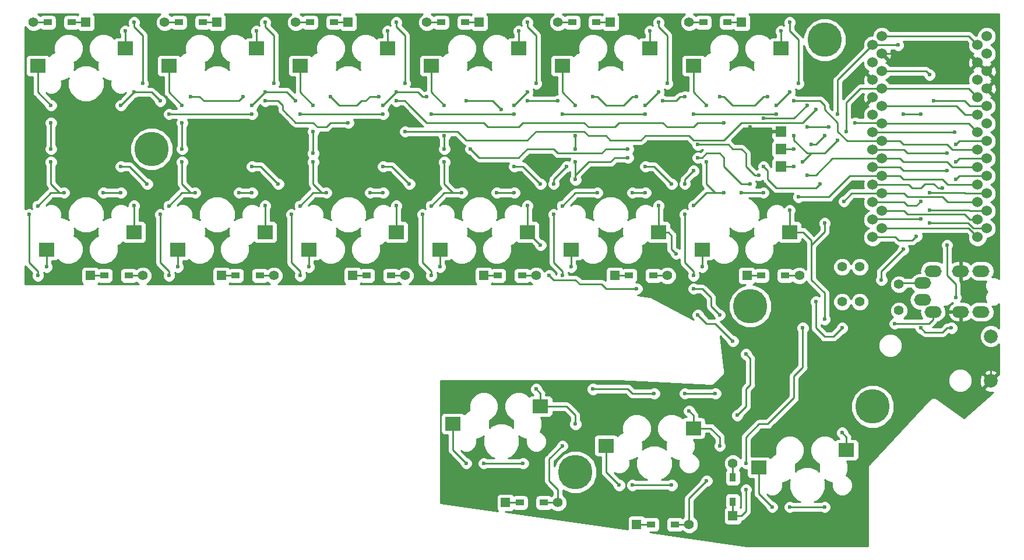
<source format=gbl>
G04 #@! TF.GenerationSoftware,KiCad,Pcbnew,5.0.2+dfsg1-1~bpo9+1*
G04 #@! TF.CreationDate,2019-02-28T23:48:51+09:00*
G04 #@! TF.ProjectId,iai,6961692e-6b69-4636-9164-5f7063625858,rev?*
G04 #@! TF.SameCoordinates,Original*
G04 #@! TF.FileFunction,Copper,L2,Bot*
G04 #@! TF.FilePolarity,Positive*
%FSLAX46Y46*%
G04 Gerber Fmt 4.6, Leading zero omitted, Abs format (unit mm)*
G04 Created by KiCad (PCBNEW 5.0.2+dfsg1-1~bpo9+1) date 2019年02月28日 23時48分51秒*
%MOMM*%
%LPD*%
G01*
G04 APERTURE LIST*
G04 #@! TA.AperFunction,ComponentPad*
%ADD10O,2.500000X1.700000*%
G04 #@! TD*
G04 #@! TA.AperFunction,SMDPad,CuDef*
%ADD11R,1.300000X0.950000*%
G04 #@! TD*
G04 #@! TA.AperFunction,ComponentPad*
%ADD12R,1.397000X1.397000*%
G04 #@! TD*
G04 #@! TA.AperFunction,ComponentPad*
%ADD13C,1.397000*%
G04 #@! TD*
G04 #@! TA.AperFunction,SMDPad,CuDef*
%ADD14R,0.950000X1.300000*%
G04 #@! TD*
G04 #@! TA.AperFunction,SMDPad,CuDef*
%ADD15R,1.524000X1.524000*%
G04 #@! TD*
G04 #@! TA.AperFunction,ComponentPad*
%ADD16C,2.000000*%
G04 #@! TD*
G04 #@! TA.AperFunction,SMDPad,CuDef*
%ADD17R,2.300000X2.000000*%
G04 #@! TD*
G04 #@! TA.AperFunction,ComponentPad*
%ADD18C,1.524000*%
G04 #@! TD*
G04 #@! TA.AperFunction,WasherPad*
%ADD19C,5.000000*%
G04 #@! TD*
G04 #@! TA.AperFunction,ViaPad*
%ADD20C,0.600000*%
G04 #@! TD*
G04 #@! TA.AperFunction,Conductor*
%ADD21C,0.250000*%
G04 #@! TD*
G04 #@! TA.AperFunction,Conductor*
%ADD22C,0.254000*%
G04 #@! TD*
G04 APERTURE END LIST*
D10*
G04 #@! TO.P,J1,D*
G04 #@! TO.N,VCC*
X210680000Y-97750000D03*
G04 #@! TO.P,J1,A*
G04 #@! TO.N,Net-(J1-PadA)*
X209180000Y-101950000D03*
G04 #@! TO.P,J1,B*
G04 #@! TO.N,Net-(J1-PadB)*
X217680000Y-97750000D03*
G04 #@! TO.P,J1,C*
G04 #@! TO.N,GND*
X214680000Y-97750000D03*
G04 #@! TO.P,J1,B*
G04 #@! TO.N,Net-(J1-PadB)*
X217680000Y-103700000D03*
G04 #@! TO.P,J1,C*
G04 #@! TO.N,GND*
X214680000Y-103700000D03*
G04 #@! TO.P,J1,D*
G04 #@! TO.N,VCC*
X210680000Y-103700000D03*
G04 #@! TO.P,J1,A*
G04 #@! TO.N,Net-(J1-PadA)*
X209180000Y-99500000D03*
G04 #@! TD*
D11*
G04 #@! TO.P,D1,2*
G04 #@! TO.N,Net-(D1-Pad2)*
X82045000Y-61595000D03*
G04 #@! TO.P,D1,1*
G04 #@! TO.N,ROW0*
X85595000Y-61595000D03*
D12*
X87630000Y-61595000D03*
D13*
G04 #@! TO.P,D1,2*
G04 #@! TO.N,Net-(D1-Pad2)*
X80010000Y-61595000D03*
G04 #@! TD*
D11*
G04 #@! TO.P,D2,2*
G04 #@! TO.N,Net-(D2-Pad2)*
X93850000Y-98425000D03*
G04 #@! TO.P,D2,1*
G04 #@! TO.N,ROW1*
X90300000Y-98425000D03*
D12*
X88265000Y-98425000D03*
D13*
G04 #@! TO.P,D2,2*
G04 #@! TO.N,Net-(D2-Pad2)*
X95885000Y-98425000D03*
G04 #@! TD*
D11*
G04 #@! TO.P,D3,2*
G04 #@! TO.N,Net-(D3-Pad2)*
X101095000Y-61595000D03*
G04 #@! TO.P,D3,1*
G04 #@! TO.N,ROW0*
X104645000Y-61595000D03*
D12*
X106680000Y-61595000D03*
D13*
G04 #@! TO.P,D3,2*
G04 #@! TO.N,Net-(D3-Pad2)*
X99060000Y-61595000D03*
G04 #@! TD*
D11*
G04 #@! TO.P,D4,2*
G04 #@! TO.N,Net-(D4-Pad2)*
X112900000Y-98425000D03*
G04 #@! TO.P,D4,1*
G04 #@! TO.N,ROW1*
X109350000Y-98425000D03*
D12*
X107315000Y-98425000D03*
D13*
G04 #@! TO.P,D4,2*
G04 #@! TO.N,Net-(D4-Pad2)*
X114935000Y-98425000D03*
G04 #@! TD*
G04 #@! TO.P,D5,2*
G04 #@! TO.N,Net-(D5-Pad2)*
X118110000Y-61595000D03*
D12*
G04 #@! TO.P,D5,1*
G04 #@! TO.N,ROW0*
X125730000Y-61595000D03*
D11*
X123695000Y-61595000D03*
G04 #@! TO.P,D5,2*
G04 #@! TO.N,Net-(D5-Pad2)*
X120145000Y-61595000D03*
G04 #@! TD*
D13*
G04 #@! TO.P,D6,2*
G04 #@! TO.N,Net-(D6-Pad2)*
X133985000Y-98425000D03*
D12*
G04 #@! TO.P,D6,1*
G04 #@! TO.N,ROW1*
X126365000Y-98425000D03*
D11*
X128400000Y-98425000D03*
G04 #@! TO.P,D6,2*
G04 #@! TO.N,Net-(D6-Pad2)*
X131950000Y-98425000D03*
G04 #@! TD*
G04 #@! TO.P,D7,2*
G04 #@! TO.N,Net-(D7-Pad2)*
X139195000Y-61595000D03*
G04 #@! TO.P,D7,1*
G04 #@! TO.N,ROW0*
X142745000Y-61595000D03*
D12*
X144780000Y-61595000D03*
D13*
G04 #@! TO.P,D7,2*
G04 #@! TO.N,Net-(D7-Pad2)*
X137160000Y-61595000D03*
G04 #@! TD*
D11*
G04 #@! TO.P,D8,2*
G04 #@! TO.N,Net-(D8-Pad2)*
X151000000Y-98425000D03*
G04 #@! TO.P,D8,1*
G04 #@! TO.N,ROW1*
X147450000Y-98425000D03*
D12*
X145415000Y-98425000D03*
D13*
G04 #@! TO.P,D8,2*
G04 #@! TO.N,Net-(D8-Pad2)*
X153035000Y-98425000D03*
G04 #@! TD*
G04 #@! TO.P,D9,2*
G04 #@! TO.N,Net-(D9-Pad2)*
X156210000Y-131445000D03*
D12*
G04 #@! TO.P,D9,1*
G04 #@! TO.N,ROW2*
X148590000Y-131445000D03*
D11*
X150625000Y-131445000D03*
G04 #@! TO.P,D9,2*
G04 #@! TO.N,Net-(D9-Pad2)*
X154175000Y-131445000D03*
G04 #@! TD*
D13*
G04 #@! TO.P,D10,2*
G04 #@! TO.N,Net-(D10-Pad2)*
X156210000Y-61595000D03*
D12*
G04 #@! TO.P,D10,1*
G04 #@! TO.N,ROW0*
X163830000Y-61595000D03*
D11*
X161795000Y-61595000D03*
G04 #@! TO.P,D10,2*
G04 #@! TO.N,Net-(D10-Pad2)*
X158245000Y-61595000D03*
G04 #@! TD*
D13*
G04 #@! TO.P,D11,2*
G04 #@! TO.N,Net-(D11-Pad2)*
X172085000Y-98425000D03*
D12*
G04 #@! TO.P,D11,1*
G04 #@! TO.N,ROW1*
X164465000Y-98425000D03*
D11*
X166500000Y-98425000D03*
G04 #@! TO.P,D11,2*
G04 #@! TO.N,Net-(D11-Pad2)*
X170050000Y-98425000D03*
G04 #@! TD*
G04 #@! TO.P,D12,2*
G04 #@! TO.N,Net-(D12-Pad2)*
X173225000Y-134620000D03*
G04 #@! TO.P,D12,1*
G04 #@! TO.N,ROW2*
X169675000Y-134620000D03*
D12*
X167640000Y-134620000D03*
D13*
G04 #@! TO.P,D12,2*
G04 #@! TO.N,Net-(D12-Pad2)*
X175260000Y-134620000D03*
G04 #@! TD*
D11*
G04 #@! TO.P,D13,2*
G04 #@! TO.N,Net-(D13-Pad2)*
X177295000Y-61595000D03*
G04 #@! TO.P,D13,1*
G04 #@! TO.N,ROW0*
X180845000Y-61595000D03*
D12*
X182880000Y-61595000D03*
D13*
G04 #@! TO.P,D13,2*
G04 #@! TO.N,Net-(D13-Pad2)*
X175260000Y-61595000D03*
G04 #@! TD*
D11*
G04 #@! TO.P,D14,2*
G04 #@! TO.N,Net-(D14-Pad2)*
X189230000Y-98425000D03*
G04 #@! TO.P,D14,1*
G04 #@! TO.N,ROW1*
X185680000Y-98425000D03*
D12*
X183645000Y-98425000D03*
D13*
G04 #@! TO.P,D14,2*
G04 #@! TO.N,Net-(D14-Pad2)*
X191265000Y-98425000D03*
G04 #@! TD*
G04 #@! TO.P,D15,2*
G04 #@! TO.N,Net-(D15-Pad2)*
X181610000Y-125730000D03*
D12*
G04 #@! TO.P,D15,1*
G04 #@! TO.N,ROW2*
X181610000Y-133350000D03*
D14*
X181610000Y-131315000D03*
G04 #@! TO.P,D15,2*
G04 #@! TO.N,Net-(D15-Pad2)*
X181610000Y-127765000D03*
G04 #@! TD*
D13*
G04 #@! TO.P,J2,1*
G04 #@! TO.N,Net-(J1-PadA)*
X205740000Y-99695000D03*
G04 #@! TD*
G04 #@! TO.P,J3,1*
G04 #@! TO.N,Net-(J1-PadB)*
X205740000Y-103505000D03*
G04 #@! TD*
D15*
G04 #@! TO.P,J4,1*
G04 #@! TO.N,GND*
X188595000Y-77470000D03*
G04 #@! TO.P,J4,2*
G04 #@! TO.N,LED*
X188595000Y-80010000D03*
G04 #@! TO.P,J4,3*
G04 #@! TO.N,VCC*
X188595000Y-82550000D03*
G04 #@! TD*
D13*
G04 #@! TO.P,R1,1*
G04 #@! TO.N,VCC*
X197485000Y-102235000D03*
G04 #@! TO.P,R1,2*
G04 #@! TO.N,SDA*
X197485000Y-97155000D03*
G04 #@! TD*
G04 #@! TO.P,R2,2*
G04 #@! TO.N,SCL*
X200025000Y-97155000D03*
G04 #@! TO.P,R2,1*
G04 #@! TO.N,VCC*
X200025000Y-102235000D03*
G04 #@! TD*
D16*
G04 #@! TO.P,SW1,1*
G04 #@! TO.N,Net-(SW1-Pad1)*
X219075000Y-107240000D03*
G04 #@! TO.P,SW1,2*
G04 #@! TO.N,GND*
X219075000Y-113740000D03*
G04 #@! TD*
D17*
G04 #@! TO.P,SW2,2*
G04 #@! TO.N,Net-(D1-Pad2)*
X93330000Y-65365000D03*
G04 #@! TO.P,SW2,1*
G04 #@! TO.N,COL0*
X80630000Y-67905000D03*
G04 #@! TD*
G04 #@! TO.P,SW3,2*
G04 #@! TO.N,Net-(D2-Pad2)*
X81930000Y-94655000D03*
G04 #@! TO.P,SW3,1*
G04 #@! TO.N,COL0*
X94630000Y-92115000D03*
G04 #@! TD*
G04 #@! TO.P,SW4,1*
G04 #@! TO.N,COL1*
X99680000Y-67905000D03*
G04 #@! TO.P,SW4,2*
G04 #@! TO.N,Net-(D3-Pad2)*
X112380000Y-65365000D03*
G04 #@! TD*
G04 #@! TO.P,SW5,1*
G04 #@! TO.N,COL1*
X113680000Y-92115000D03*
G04 #@! TO.P,SW5,2*
G04 #@! TO.N,Net-(D4-Pad2)*
X100980000Y-94655000D03*
G04 #@! TD*
G04 #@! TO.P,SW6,2*
G04 #@! TO.N,Net-(D5-Pad2)*
X131430000Y-65365000D03*
G04 #@! TO.P,SW6,1*
G04 #@! TO.N,COL2*
X118730000Y-67905000D03*
G04 #@! TD*
G04 #@! TO.P,SW7,2*
G04 #@! TO.N,Net-(D6-Pad2)*
X120030000Y-94655000D03*
G04 #@! TO.P,SW7,1*
G04 #@! TO.N,COL2*
X132730000Y-92115000D03*
G04 #@! TD*
G04 #@! TO.P,SW8,1*
G04 #@! TO.N,COL3*
X137780000Y-67905000D03*
G04 #@! TO.P,SW8,2*
G04 #@! TO.N,Net-(D7-Pad2)*
X150480000Y-65365000D03*
G04 #@! TD*
G04 #@! TO.P,SW9,1*
G04 #@! TO.N,COL3*
X151780000Y-92115000D03*
G04 #@! TO.P,SW9,2*
G04 #@! TO.N,Net-(D8-Pad2)*
X139080000Y-94655000D03*
G04 #@! TD*
G04 #@! TO.P,SW10,2*
G04 #@! TO.N,Net-(D9-Pad2)*
X153655000Y-117435000D03*
G04 #@! TO.P,SW10,1*
G04 #@! TO.N,COL3*
X140955000Y-119975000D03*
G04 #@! TD*
G04 #@! TO.P,SW11,2*
G04 #@! TO.N,Net-(D10-Pad2)*
X169530000Y-65365000D03*
G04 #@! TO.P,SW11,1*
G04 #@! TO.N,COL4*
X156830000Y-67905000D03*
G04 #@! TD*
G04 #@! TO.P,SW12,2*
G04 #@! TO.N,Net-(D11-Pad2)*
X158130000Y-94655000D03*
G04 #@! TO.P,SW12,1*
G04 #@! TO.N,COL4*
X170830000Y-92115000D03*
G04 #@! TD*
G04 #@! TO.P,SW13,1*
G04 #@! TO.N,COL4*
X163180000Y-123150000D03*
G04 #@! TO.P,SW13,2*
G04 #@! TO.N,Net-(D12-Pad2)*
X175880000Y-120610000D03*
G04 #@! TD*
G04 #@! TO.P,SW14,1*
G04 #@! TO.N,COL5*
X175880000Y-67905000D03*
G04 #@! TO.P,SW14,2*
G04 #@! TO.N,Net-(D13-Pad2)*
X188580000Y-65365000D03*
G04 #@! TD*
G04 #@! TO.P,SW15,1*
G04 #@! TO.N,COL5*
X189880000Y-92115000D03*
G04 #@! TO.P,SW15,2*
G04 #@! TO.N,Net-(D14-Pad2)*
X177180000Y-94655000D03*
G04 #@! TD*
G04 #@! TO.P,SW16,1*
G04 #@! TO.N,COL5*
X185405000Y-126325000D03*
G04 #@! TO.P,SW16,2*
G04 #@! TO.N,Net-(D15-Pad2)*
X198105000Y-123785000D03*
G04 #@! TD*
D18*
G04 #@! TO.P,U1,24*
G04 #@! TO.N,Net-(U1-Pad24)*
X203256400Y-63627000D03*
G04 #@! TO.P,U1,23*
G04 #@! TO.N,GND*
X203256400Y-66167000D03*
G04 #@! TO.P,U1,22*
G04 #@! TO.N,Net-(SW1-Pad1)*
X203256400Y-68707000D03*
G04 #@! TO.P,U1,21*
G04 #@! TO.N,VCC*
X203256400Y-71247000D03*
G04 #@! TO.P,U1,20*
G04 #@! TO.N,COL0*
X203256400Y-73787000D03*
G04 #@! TO.P,U1,19*
G04 #@! TO.N,COL1*
X203256400Y-76327000D03*
G04 #@! TO.P,U1,18*
G04 #@! TO.N,COL2*
X203256400Y-78867000D03*
G04 #@! TO.P,U1,17*
G04 #@! TO.N,COL3*
X203256400Y-81407000D03*
G04 #@! TO.P,U1,16*
G04 #@! TO.N,COL4*
X203256400Y-83947000D03*
G04 #@! TO.P,U1,15*
G04 #@! TO.N,COL5*
X203256400Y-86487000D03*
G04 #@! TO.P,U1,14*
G04 #@! TO.N,Net-(U1-Pad14)*
X203256400Y-89027000D03*
G04 #@! TO.P,U1,13*
G04 #@! TO.N,Net-(U1-Pad13)*
X203256400Y-91567000D03*
G04 #@! TO.P,U1,12*
G04 #@! TO.N,Net-(U1-Pad12)*
X218476400Y-91567000D03*
G04 #@! TO.P,U1,11*
G04 #@! TO.N,Net-(U1-Pad11)*
X218476400Y-89027000D03*
G04 #@! TO.P,U1,10*
G04 #@! TO.N,Net-(U1-Pad10)*
X218476400Y-86487000D03*
G04 #@! TO.P,U1,9*
G04 #@! TO.N,ROW2*
X218476400Y-83947000D03*
G04 #@! TO.P,U1,8*
G04 #@! TO.N,ROW1*
X218476400Y-81407000D03*
G04 #@! TO.P,U1,7*
G04 #@! TO.N,ROW0*
X218476400Y-78867000D03*
G04 #@! TO.P,U1,6*
G04 #@! TO.N,SCL*
X218476400Y-76327000D03*
G04 #@! TO.P,U1,5*
G04 #@! TO.N,SDA*
X218476400Y-73787000D03*
G04 #@! TO.P,U1,4*
G04 #@! TO.N,GND*
X218476400Y-71247000D03*
G04 #@! TO.P,U1,3*
X218476400Y-68707000D03*
G04 #@! TO.P,U1,2*
G04 #@! TO.N,DATA*
X218476400Y-66167000D03*
G04 #@! TO.P,U1,1*
G04 #@! TO.N,LED*
X218476400Y-63627000D03*
X201930000Y-64897000D03*
G04 #@! TO.P,U1,2*
G04 #@! TO.N,DATA*
X201930000Y-67437000D03*
G04 #@! TO.P,U1,3*
G04 #@! TO.N,GND*
X201930000Y-69977000D03*
G04 #@! TO.P,U1,4*
X201930000Y-72517000D03*
G04 #@! TO.P,U1,5*
G04 #@! TO.N,SDA*
X201930000Y-75057000D03*
G04 #@! TO.P,U1,6*
G04 #@! TO.N,SCL*
X201930000Y-77597000D03*
G04 #@! TO.P,U1,7*
G04 #@! TO.N,ROW0*
X201930000Y-80137000D03*
G04 #@! TO.P,U1,8*
G04 #@! TO.N,ROW1*
X201930000Y-82677000D03*
G04 #@! TO.P,U1,9*
G04 #@! TO.N,ROW2*
X201930000Y-85217000D03*
G04 #@! TO.P,U1,10*
G04 #@! TO.N,Net-(U1-Pad10)*
X201930000Y-87757000D03*
G04 #@! TO.P,U1,11*
G04 #@! TO.N,Net-(U1-Pad11)*
X201930000Y-90297000D03*
G04 #@! TO.P,U1,12*
G04 #@! TO.N,Net-(U1-Pad12)*
X201930000Y-92837000D03*
G04 #@! TO.P,U1,13*
G04 #@! TO.N,Net-(U1-Pad13)*
X217170000Y-92837000D03*
G04 #@! TO.P,U1,14*
G04 #@! TO.N,Net-(U1-Pad14)*
X217170000Y-90297000D03*
G04 #@! TO.P,U1,15*
G04 #@! TO.N,COL5*
X217170000Y-87757000D03*
G04 #@! TO.P,U1,16*
G04 #@! TO.N,COL4*
X217170000Y-85217000D03*
G04 #@! TO.P,U1,17*
G04 #@! TO.N,COL3*
X217170000Y-82677000D03*
G04 #@! TO.P,U1,18*
G04 #@! TO.N,COL2*
X217170000Y-80137000D03*
G04 #@! TO.P,U1,19*
G04 #@! TO.N,COL1*
X217170000Y-77597000D03*
G04 #@! TO.P,U1,20*
G04 #@! TO.N,COL0*
X217170000Y-75057000D03*
G04 #@! TO.P,U1,21*
G04 #@! TO.N,VCC*
X217170000Y-72517000D03*
G04 #@! TO.P,U1,22*
G04 #@! TO.N,Net-(SW1-Pad1)*
X217170000Y-69977000D03*
G04 #@! TO.P,U1,23*
G04 #@! TO.N,GND*
X217170000Y-67437000D03*
G04 #@! TO.P,U1,24*
G04 #@! TO.N,Net-(U1-Pad24)*
X217170000Y-64897000D03*
G04 #@! TD*
D19*
G04 #@! TO.P,Ref\002A\002A,*
G04 #@! TO.N,*
X201930000Y-117475000D03*
G04 #@! TD*
G04 #@! TO.P,Ref\002A\002A,*
G04 #@! TO.N,*
X158750000Y-127000000D03*
G04 #@! TD*
G04 #@! TO.P,Ref\002A\002A,*
G04 #@! TO.N,*
X97155000Y-80010000D03*
G04 #@! TD*
G04 #@! TO.P,Ref\002A\002A,*
G04 #@! TO.N,*
X184150000Y-102870000D03*
G04 #@! TD*
G04 #@! TO.P,Ref\002A\002A,*
G04 #@! TO.N,*
X194945000Y-64135000D03*
G04 #@! TD*
D20*
G04 #@! TO.N,ROW0*
X189865000Y-61595000D03*
X170815000Y-61595000D03*
X151765000Y-61595000D03*
X132715000Y-61595000D03*
X113665000Y-61595000D03*
X94615000Y-61595000D03*
X153035000Y-70485000D03*
X133985000Y-70485000D03*
X114935000Y-70485000D03*
X95885000Y-70485000D03*
X172085000Y-70485000D03*
X191135000Y-70485000D03*
X99695000Y-74930000D03*
X118745000Y-74930000D03*
X137795000Y-74930000D03*
X156845000Y-74930000D03*
X175895000Y-74930000D03*
X111760000Y-74930000D03*
X130810000Y-74930000D03*
X149860000Y-74930000D03*
X168910000Y-74930000D03*
X187960000Y-74930000D03*
X213995000Y-79375000D03*
X212725000Y-80645000D03*
G04 #@! TO.N,Net-(D1-Pad2)*
X93345000Y-62865000D03*
G04 #@! TO.N,Net-(D2-Pad2)*
X81915000Y-97155000D03*
G04 #@! TO.N,ROW1*
X80645000Y-98425000D03*
X99695000Y-98425000D03*
X118745000Y-98425000D03*
X137795000Y-98425000D03*
X156845000Y-98425000D03*
X175895000Y-98425000D03*
X79375000Y-89535000D03*
X98425000Y-89535000D03*
X117475000Y-89535000D03*
X136525000Y-89535000D03*
X155575000Y-89535000D03*
X174625000Y-89535000D03*
X111760000Y-82550000D03*
X92710000Y-82550000D03*
X130810000Y-82550000D03*
X149860000Y-82550000D03*
X168910000Y-82550000D03*
X186055000Y-82550000D03*
X96520000Y-85090000D03*
X115570000Y-85090000D03*
X134620000Y-85090000D03*
X172720000Y-85090000D03*
X153670000Y-85090000D03*
X194310000Y-85090000D03*
X213995000Y-81915000D03*
X212725000Y-83185000D03*
X157480000Y-82550000D03*
X155575000Y-85090000D03*
X174625000Y-85090000D03*
X175895000Y-83185000D03*
G04 #@! TO.N,Net-(D3-Pad2)*
X112395000Y-62865000D03*
G04 #@! TO.N,Net-(D4-Pad2)*
X100965000Y-97155000D03*
G04 #@! TO.N,Net-(D5-Pad2)*
X131445000Y-62865000D03*
G04 #@! TO.N,Net-(D6-Pad2)*
X120015000Y-97155000D03*
G04 #@! TO.N,Net-(D7-Pad2)*
X150495000Y-62865000D03*
G04 #@! TO.N,Net-(D8-Pad2)*
X139065000Y-97155000D03*
G04 #@! TO.N,Net-(D9-Pad2)*
X153035000Y-114935000D03*
X156845000Y-123190000D03*
X158750000Y-120015000D03*
G04 #@! TO.N,ROW2*
X183515000Y-129540000D03*
X183515000Y-125730000D03*
X191770000Y-106045000D03*
X213995000Y-84455000D03*
X212090000Y-85725000D03*
G04 #@! TO.N,Net-(D10-Pad2)*
X169545000Y-62865000D03*
G04 #@! TO.N,Net-(D11-Pad2)*
X158115000Y-97155000D03*
G04 #@! TO.N,Net-(D12-Pad2)*
X175260000Y-118110000D03*
X177800000Y-128270000D03*
X179705000Y-123190000D03*
G04 #@! TO.N,Net-(D13-Pad2)*
X188595000Y-62865000D03*
G04 #@! TO.N,Net-(D14-Pad2)*
X177165000Y-97155000D03*
G04 #@! TO.N,Net-(D15-Pad2)*
X197485000Y-121285000D03*
G04 #@! TO.N,VCC*
X205105000Y-105410000D03*
X198120000Y-77470000D03*
X196850000Y-78740000D03*
X191770000Y-81915000D03*
X193675000Y-102235000D03*
X197485000Y-106045000D03*
X190500000Y-82550000D03*
X190500000Y-78105000D03*
G04 #@! TO.N,Net-(J1-PadB)*
X208915000Y-106045000D03*
X213360000Y-106045000D03*
G04 #@! TO.N,GND*
X192405000Y-73660000D03*
X186055000Y-75565000D03*
X184150000Y-76835000D03*
X186055000Y-78740000D03*
X219075000Y-95250000D03*
X198755000Y-99695000D03*
X207010000Y-97790000D03*
X194310000Y-69850000D03*
X194310000Y-67945000D03*
X199390000Y-62230000D03*
X208915000Y-61595000D03*
X198120000Y-71120000D03*
X214630000Y-67945000D03*
X212090000Y-67945000D03*
X208280000Y-69850000D03*
X216535000Y-95250000D03*
X219075000Y-110490000D03*
X215265000Y-116205000D03*
X203200000Y-121920000D03*
X207010000Y-117475000D03*
X208280000Y-112395000D03*
X199390000Y-108585000D03*
X197485000Y-110490000D03*
X200025000Y-112395000D03*
X208280000Y-108585000D03*
X210820000Y-110490000D03*
X204470000Y-113030000D03*
X194945000Y-119380000D03*
X193675000Y-115570000D03*
X187325000Y-114935000D03*
X187960000Y-108585000D03*
X180975000Y-135890000D03*
X185420000Y-132715000D03*
X199390000Y-136525000D03*
G04 #@! TO.N,LED*
X194945000Y-78105000D03*
X193040000Y-79375000D03*
X190500000Y-80010000D03*
X196850000Y-74930000D03*
X205613000Y-64897000D03*
G04 #@! TO.N,DATA*
X206375000Y-94615000D03*
X203200000Y-99060000D03*
G04 #@! TO.N,SDA*
X210820000Y-73025000D03*
X208915000Y-74930000D03*
X206375000Y-74930000D03*
G04 #@! TO.N,SCL*
X213868000Y-77597000D03*
G04 #@! TO.N,Net-(SW1-Pad1)*
X213995000Y-101600000D03*
X212725000Y-93980000D03*
X210185000Y-69215000D03*
G04 #@! TO.N,COL0*
X82550000Y-73660000D03*
X94630000Y-71740000D03*
X92710000Y-73660000D03*
X80630000Y-88280000D03*
X92710000Y-86360000D03*
X94615000Y-88265000D03*
X82550000Y-81915000D03*
X98425000Y-73025000D03*
X102870000Y-72390000D03*
X110490000Y-72390000D03*
X113665000Y-73025000D03*
X125730000Y-76200000D03*
X133985000Y-77470000D03*
X193675000Y-74295000D03*
X82550000Y-76200000D03*
X82550000Y-80010000D03*
X84455000Y-86360000D03*
X90170000Y-86360000D03*
G04 #@! TO.N,COL1*
X113680000Y-71740000D03*
X111760000Y-73660000D03*
X101600000Y-73660000D03*
X99680000Y-88280000D03*
X111760000Y-86360000D03*
X113665000Y-88265000D03*
X101600000Y-81915000D03*
X118110000Y-73025000D03*
X123190000Y-72390000D03*
X130175000Y-72390000D03*
X132715000Y-73025000D03*
X180340000Y-76200000D03*
X192405000Y-76835000D03*
X195580000Y-76835000D03*
X199390000Y-76200000D03*
X101600000Y-76200000D03*
X101600000Y-80010000D03*
X103505000Y-86360000D03*
X109855000Y-86360000D03*
G04 #@! TO.N,COL2*
X132730000Y-71740000D03*
X130810000Y-73660000D03*
X120650000Y-73660000D03*
X118730000Y-88280000D03*
X130810000Y-86360000D03*
X132715000Y-88265000D03*
X120650000Y-81915000D03*
X137160000Y-72390000D03*
X142875000Y-73025000D03*
X147955000Y-74295000D03*
X151765000Y-73025000D03*
X156210000Y-73025000D03*
X161290000Y-72390000D03*
X167640000Y-72390000D03*
X171450000Y-73025000D03*
X174625000Y-72390000D03*
X179705000Y-72390000D03*
X186690000Y-72390000D03*
X190500000Y-73025000D03*
X120650000Y-80645000D03*
X120650000Y-77470000D03*
X128905000Y-86360000D03*
X122555000Y-86360000D03*
G04 #@! TO.N,COL3*
X167640000Y-100330000D03*
X176530000Y-104140000D03*
X179070000Y-115570000D03*
X181610000Y-107950000D03*
X170180000Y-115570000D03*
X174625000Y-115570000D03*
X153670000Y-93980000D03*
X154940000Y-98425000D03*
X151780000Y-71740000D03*
X149860000Y-73660000D03*
X139700000Y-73660000D03*
X137780000Y-88280000D03*
X149860000Y-86360000D03*
X151765000Y-88265000D03*
X139700000Y-81915000D03*
X142875000Y-125730000D03*
X161290000Y-114935000D03*
X143510000Y-80010000D03*
X166370000Y-80010000D03*
X176530000Y-79375000D03*
X185420000Y-83820000D03*
X192405000Y-83820000D03*
X139700000Y-78105000D03*
X139700000Y-80010000D03*
X147320000Y-86360000D03*
X142240000Y-86360000D03*
X151130000Y-125730000D03*
X145415000Y-125730000D03*
G04 #@! TO.N,COL4*
X170830000Y-71740000D03*
X168910000Y-73660000D03*
X158750000Y-73660000D03*
X156830000Y-88280000D03*
X168910000Y-86360000D03*
X170815000Y-88265000D03*
X158750000Y-81915000D03*
X165100000Y-128905000D03*
X182245000Y-118745000D03*
X183515000Y-109855000D03*
X179705000Y-104140000D03*
X175895000Y-100330000D03*
X173355000Y-95250000D03*
X166370000Y-81280000D03*
X176530000Y-81280000D03*
X184150000Y-85090000D03*
X191135000Y-86995000D03*
X158750000Y-80010000D03*
X158750000Y-78105000D03*
X167005000Y-86360000D03*
X161925000Y-86360000D03*
X158750000Y-84455000D03*
X167005000Y-128905000D03*
X172720000Y-128905000D03*
G04 #@! TO.N,COL5*
X189880000Y-71740000D03*
X187960000Y-73660000D03*
X177800000Y-73660000D03*
X175895000Y-88265000D03*
X186055000Y-86360000D03*
X189865000Y-88900000D03*
X177800000Y-81915000D03*
X187325000Y-132080000D03*
X194945000Y-104775000D03*
X194945000Y-90805000D03*
X197739000Y-87630000D03*
X180340000Y-86360000D03*
X182880000Y-86360000D03*
X194945000Y-132080000D03*
X189865000Y-132080000D03*
G04 #@! TO.N,Net-(U1-Pad12)*
X210185000Y-90805000D03*
X208280000Y-92710000D03*
G04 #@! TO.N,Net-(U1-Pad11)*
X210185000Y-88900000D03*
X208915000Y-90170000D03*
G04 #@! TO.N,Net-(U1-Pad10)*
X210185000Y-86360000D03*
X208915000Y-87630000D03*
G04 #@! TD*
D21*
G04 #@! TO.N,ROW0*
X85595000Y-61595000D02*
X87630000Y-61595000D01*
X104645000Y-61595000D02*
X106680000Y-61595000D01*
X123695000Y-61595000D02*
X125730000Y-61595000D01*
X142745000Y-61595000D02*
X144780000Y-61595000D01*
X161795000Y-61595000D02*
X163830000Y-61595000D01*
X180845000Y-61595000D02*
X182880000Y-61595000D01*
X94615000Y-61595000D02*
X94615000Y-62230000D01*
X94615000Y-62230000D02*
X95885000Y-63500000D01*
X95885000Y-63500000D02*
X95885000Y-70485000D01*
X113665000Y-61595000D02*
X113665000Y-62230000D01*
X113665000Y-62230000D02*
X114935000Y-63500000D01*
X114935000Y-63500000D02*
X114935000Y-70485000D01*
X132715000Y-61595000D02*
X132715000Y-62230000D01*
X132715000Y-62230000D02*
X133985000Y-63500000D01*
X133985000Y-63500000D02*
X133985000Y-70485000D01*
X151765000Y-61595000D02*
X151765000Y-62230000D01*
X151765000Y-62230000D02*
X153035000Y-63500000D01*
X153035000Y-63500000D02*
X153035000Y-70485000D01*
X170815000Y-61595000D02*
X170815000Y-62230000D01*
X170815000Y-62230000D02*
X172085000Y-63500000D01*
X172085000Y-63500000D02*
X172085000Y-70485000D01*
X189865000Y-61595000D02*
X189865000Y-62865000D01*
X189865000Y-62865000D02*
X191135000Y-64135000D01*
X191135000Y-64135000D02*
X191135000Y-70485000D01*
X153035000Y-70485000D02*
X153035000Y-70485000D01*
X133985000Y-70485000D02*
X133985000Y-70485000D01*
X114935000Y-70485000D02*
X114935000Y-70485000D01*
X95885000Y-70485000D02*
X95885000Y-70485000D01*
X172085000Y-70485000D02*
X172085000Y-70485000D01*
X191135000Y-70485000D02*
X191135000Y-70485000D01*
X99695000Y-74930000D02*
X111760000Y-74930000D01*
X111760000Y-74930000D02*
X111760000Y-74930000D01*
X118745000Y-74930000D02*
X130810000Y-74930000D01*
X130810000Y-74930000D02*
X130810000Y-74930000D01*
X137795000Y-74930000D02*
X149860000Y-74930000D01*
X149860000Y-74930000D02*
X149860000Y-74930000D01*
X156845000Y-74930000D02*
X168910000Y-74930000D01*
X168910000Y-74930000D02*
X168910000Y-74930000D01*
X175895000Y-74930000D02*
X187960000Y-74930000D01*
X187960000Y-74930000D02*
X187960000Y-74930000D01*
X218476400Y-78867000D02*
X214503000Y-78867000D01*
X214503000Y-78867000D02*
X213995000Y-79375000D01*
X213995000Y-79375000D02*
X213995000Y-79375000D01*
X212725000Y-80645000D02*
X207010000Y-80645000D01*
X206502000Y-80137000D02*
X201930000Y-80137000D01*
X207010000Y-80645000D02*
X206502000Y-80137000D01*
G04 #@! TO.N,Net-(D1-Pad2)*
X80010000Y-61595000D02*
X82045000Y-61595000D01*
X93345000Y-65350000D02*
X93330000Y-65365000D01*
X93345000Y-62865000D02*
X93345000Y-65350000D01*
G04 #@! TO.N,Net-(D2-Pad2)*
X93850000Y-98425000D02*
X95885000Y-98425000D01*
X81915000Y-94670000D02*
X81930000Y-94655000D01*
X81915000Y-97155000D02*
X81915000Y-94670000D01*
G04 #@! TO.N,ROW1*
X88265000Y-98425000D02*
X90300000Y-98425000D01*
X107315000Y-98425000D02*
X109350000Y-98425000D01*
X126365000Y-98425000D02*
X128400000Y-98425000D01*
X145415000Y-98425000D02*
X147450000Y-98425000D01*
X164465000Y-98425000D02*
X166500000Y-98425000D01*
X183645000Y-98425000D02*
X185680000Y-98425000D01*
X80645000Y-98425000D02*
X80645000Y-97790000D01*
X80645000Y-97790000D02*
X79375000Y-96520000D01*
X79375000Y-96520000D02*
X79375000Y-89535000D01*
X99695000Y-98425000D02*
X99695000Y-97790000D01*
X99695000Y-97790000D02*
X98425000Y-96520000D01*
X98425000Y-96520000D02*
X98425000Y-89535000D01*
X118745000Y-98425000D02*
X118745000Y-97790000D01*
X118745000Y-97790000D02*
X117475000Y-96520000D01*
X117475000Y-96520000D02*
X117475000Y-89535000D01*
X137795000Y-98425000D02*
X137795000Y-97790000D01*
X137795000Y-97790000D02*
X136525000Y-96520000D01*
X136525000Y-96520000D02*
X136525000Y-89535000D01*
X156845000Y-98425000D02*
X156845000Y-97790000D01*
X156845000Y-97790000D02*
X155575000Y-96520000D01*
X155575000Y-96520000D02*
X155575000Y-89535000D01*
X175895000Y-98425000D02*
X175895000Y-97790000D01*
X175895000Y-97790000D02*
X174625000Y-96520000D01*
X174625000Y-96520000D02*
X174625000Y-89535000D01*
X79375000Y-89535000D02*
X79375000Y-89535000D01*
X98425000Y-89535000D02*
X98425000Y-89535000D01*
X117475000Y-89535000D02*
X117475000Y-89535000D01*
X136525000Y-89535000D02*
X136525000Y-89535000D01*
X155575000Y-89535000D02*
X155575000Y-89535000D01*
X174625000Y-89535000D02*
X174625000Y-89535000D01*
X92710000Y-82550000D02*
X93980000Y-82550000D01*
X93980000Y-82550000D02*
X96520000Y-85090000D01*
X96520000Y-85090000D02*
X96520000Y-85090000D01*
X111760000Y-82550000D02*
X113030000Y-82550000D01*
X113030000Y-82550000D02*
X115570000Y-85090000D01*
X115570000Y-85090000D02*
X115570000Y-85090000D01*
X130810000Y-82550000D02*
X132080000Y-82550000D01*
X132080000Y-82550000D02*
X134620000Y-85090000D01*
X134620000Y-85090000D02*
X134620000Y-85090000D01*
X149860000Y-82550000D02*
X151130000Y-82550000D01*
X151130000Y-82550000D02*
X153670000Y-85090000D01*
X168910000Y-82550000D02*
X170180000Y-82550000D01*
X170180000Y-82550000D02*
X172720000Y-85090000D01*
X186055000Y-82550000D02*
X186690000Y-83185000D01*
X186690000Y-83185000D02*
X186690000Y-84455000D01*
X186690000Y-84455000D02*
X187960000Y-85725000D01*
X187960000Y-85725000D02*
X189865000Y-85725000D01*
X172720000Y-85090000D02*
X172720000Y-85090000D01*
X153670000Y-85090000D02*
X153670000Y-85090000D01*
X189865000Y-85725000D02*
X193675000Y-85725000D01*
X193675000Y-85725000D02*
X194310000Y-85090000D01*
X194310000Y-85090000D02*
X194310000Y-85090000D01*
X218476400Y-81407000D02*
X214503000Y-81407000D01*
X214503000Y-81407000D02*
X213995000Y-81915000D01*
X213995000Y-81915000D02*
X213995000Y-81915000D01*
X212725000Y-83185000D02*
X206375000Y-83185000D01*
X205867000Y-82677000D02*
X201930000Y-82677000D01*
X206375000Y-83185000D02*
X205867000Y-82677000D01*
X155575000Y-84455000D02*
X157480000Y-82550000D01*
X155575000Y-85090000D02*
X155575000Y-84455000D01*
X174625000Y-84455000D02*
X175895000Y-83185000D01*
X174625000Y-85090000D02*
X174625000Y-84455000D01*
G04 #@! TO.N,Net-(D3-Pad2)*
X99060000Y-61595000D02*
X101095000Y-61595000D01*
X112395000Y-65350000D02*
X112380000Y-65365000D01*
X112395000Y-62865000D02*
X112395000Y-65350000D01*
G04 #@! TO.N,Net-(D4-Pad2)*
X112900000Y-98425000D02*
X114935000Y-98425000D01*
X100965000Y-94670000D02*
X100980000Y-94655000D01*
X100965000Y-97155000D02*
X100965000Y-94670000D01*
G04 #@! TO.N,Net-(D5-Pad2)*
X118110000Y-61595000D02*
X120145000Y-61595000D01*
X131445000Y-65350000D02*
X131430000Y-65365000D01*
X131445000Y-62865000D02*
X131445000Y-65350000D01*
G04 #@! TO.N,Net-(D6-Pad2)*
X131950000Y-98425000D02*
X133985000Y-98425000D01*
X120015000Y-94670000D02*
X120030000Y-94655000D01*
X120015000Y-97155000D02*
X120015000Y-94670000D01*
G04 #@! TO.N,Net-(D7-Pad2)*
X137160000Y-61595000D02*
X139195000Y-61595000D01*
X150495000Y-65350000D02*
X150480000Y-65365000D01*
X150495000Y-62865000D02*
X150495000Y-65350000D01*
G04 #@! TO.N,Net-(D8-Pad2)*
X151000000Y-98425000D02*
X153035000Y-98425000D01*
X139065000Y-94670000D02*
X139080000Y-94655000D01*
X139065000Y-97155000D02*
X139065000Y-94670000D01*
G04 #@! TO.N,Net-(D9-Pad2)*
X156210000Y-131445000D02*
X154175000Y-131445000D01*
X153035000Y-114935000D02*
X153670000Y-115570000D01*
X153655000Y-115585000D02*
X153655000Y-117435000D01*
X153670000Y-115570000D02*
X153655000Y-115585000D01*
X156210000Y-131445000D02*
X156210000Y-129540000D01*
X156210000Y-129540000D02*
X154940000Y-128270000D01*
X154940000Y-128270000D02*
X154940000Y-125095000D01*
X154940000Y-125095000D02*
X156845000Y-123190000D01*
X156845000Y-123190000D02*
X156845000Y-123190000D01*
X157440000Y-117435000D02*
X153655000Y-117435000D01*
X158750000Y-118745000D02*
X157440000Y-117435000D01*
X158750000Y-120015000D02*
X158750000Y-118745000D01*
G04 #@! TO.N,ROW2*
X181610000Y-133350000D02*
X181610000Y-131315000D01*
X169675000Y-134620000D02*
X167640000Y-134620000D01*
X150625000Y-131445000D02*
X148590000Y-131445000D01*
X181610000Y-133350000D02*
X182880000Y-133350000D01*
X182880000Y-133350000D02*
X183515000Y-132715000D01*
X183515000Y-132715000D02*
X183515000Y-129540000D01*
X183515000Y-129540000D02*
X183515000Y-129540000D01*
X183515000Y-125730000D02*
X183515000Y-122555000D01*
X183515000Y-122555000D02*
X183515000Y-121920000D01*
X183515000Y-121920000D02*
X185420000Y-120015000D01*
X185420000Y-120015000D02*
X186690000Y-120015000D01*
X186690000Y-120015000D02*
X190500000Y-116205000D01*
X190500000Y-116205000D02*
X190500000Y-113030000D01*
X190500000Y-113030000D02*
X191770000Y-111760000D01*
X191770000Y-111760000D02*
X191770000Y-106045000D01*
X191770000Y-106045000D02*
X191770000Y-106045000D01*
X218476400Y-83947000D02*
X214503000Y-83947000D01*
X214503000Y-83947000D02*
X213995000Y-84455000D01*
X213995000Y-84455000D02*
X213995000Y-84455000D01*
X212090000Y-85725000D02*
X211455000Y-85725000D01*
X211455000Y-85725000D02*
X210820000Y-85090000D01*
X210820000Y-85090000D02*
X209550000Y-85090000D01*
X209550000Y-85090000D02*
X208915000Y-85725000D01*
X208915000Y-85725000D02*
X207645000Y-85725000D01*
X207137000Y-85217000D02*
X201930000Y-85217000D01*
X207645000Y-85725000D02*
X207137000Y-85217000D01*
G04 #@! TO.N,Net-(D10-Pad2)*
X156210000Y-61595000D02*
X158245000Y-61595000D01*
X169545000Y-65350000D02*
X169530000Y-65365000D01*
X169545000Y-62865000D02*
X169545000Y-65350000D01*
G04 #@! TO.N,Net-(D11-Pad2)*
X170050000Y-98425000D02*
X172085000Y-98425000D01*
X158115000Y-94670000D02*
X158130000Y-94655000D01*
X158115000Y-97155000D02*
X158115000Y-94670000D01*
G04 #@! TO.N,Net-(D12-Pad2)*
X175260000Y-134620000D02*
X173225000Y-134620000D01*
X175260000Y-118110000D02*
X175895000Y-118745000D01*
X175880000Y-118760000D02*
X175880000Y-120610000D01*
X175895000Y-118745000D02*
X175880000Y-118760000D01*
X175260000Y-134620000D02*
X175260000Y-130810000D01*
X175260000Y-130810000D02*
X177165000Y-128905000D01*
X177165000Y-128905000D02*
X177800000Y-128270000D01*
X177800000Y-128270000D02*
X177800000Y-128270000D01*
X178395000Y-120610000D02*
X175880000Y-120610000D01*
X179705000Y-121920000D02*
X178395000Y-120610000D01*
X179705000Y-123190000D02*
X179705000Y-121920000D01*
G04 #@! TO.N,Net-(D13-Pad2)*
X175260000Y-61595000D02*
X177295000Y-61595000D01*
X188595000Y-65350000D02*
X188580000Y-65365000D01*
X188595000Y-62865000D02*
X188595000Y-65350000D01*
G04 #@! TO.N,Net-(D14-Pad2)*
X189230000Y-98425000D02*
X191265000Y-98425000D01*
X177165000Y-94670000D02*
X177180000Y-94655000D01*
X177165000Y-97155000D02*
X177165000Y-94670000D01*
G04 #@! TO.N,Net-(D15-Pad2)*
X181610000Y-127765000D02*
X181610000Y-125730000D01*
X197485000Y-121285000D02*
X198120000Y-121920000D01*
X198105000Y-121935000D02*
X198105000Y-123785000D01*
X198120000Y-121920000D02*
X198105000Y-121935000D01*
G04 #@! TO.N,VCC*
X210680000Y-104800000D02*
X210070000Y-105410000D01*
X210680000Y-103700000D02*
X210680000Y-104800000D01*
X210070000Y-105410000D02*
X205105000Y-105410000D01*
X205105000Y-105410000D02*
X205105000Y-105410000D01*
X203256400Y-71247000D02*
X200152000Y-71247000D01*
X200152000Y-71247000D02*
X198120000Y-73279000D01*
X198120000Y-73279000D02*
X198120000Y-77470000D01*
X198120000Y-77470000D02*
X198120000Y-77470000D01*
X196850000Y-78740000D02*
X194945000Y-80645000D01*
X192405000Y-80645000D02*
X190500000Y-78740000D01*
X190500000Y-78740000D02*
X190500000Y-78105000D01*
X193040000Y-80645000D02*
X191770000Y-81915000D01*
X194945000Y-80645000D02*
X193040000Y-80645000D01*
X193040000Y-80645000D02*
X192405000Y-80645000D01*
X191770000Y-81915000D02*
X191770000Y-81915000D01*
X193675000Y-102235000D02*
X193675000Y-106045000D01*
X193675000Y-106045000D02*
X194945000Y-107315000D01*
X194945000Y-107315000D02*
X196215000Y-107315000D01*
X196215000Y-107315000D02*
X197485000Y-106045000D01*
X197485000Y-106045000D02*
X197485000Y-106045000D01*
X215900000Y-71247000D02*
X217170000Y-72517000D01*
X203256400Y-71247000D02*
X215900000Y-71247000D01*
X190500000Y-82550000D02*
X188595000Y-82550000D01*
X190500000Y-78105000D02*
X190500000Y-78105000D01*
G04 #@! TO.N,Net-(J1-PadA)*
X205935000Y-99500000D02*
X205740000Y-99695000D01*
X209180000Y-99500000D02*
X205935000Y-99500000D01*
G04 #@! TO.N,Net-(J1-PadB)*
X208915000Y-106045000D02*
X209550000Y-106680000D01*
X209550000Y-106680000D02*
X212090000Y-106680000D01*
X212090000Y-106680000D02*
X212725000Y-106045000D01*
X212725000Y-106045000D02*
X213360000Y-106045000D01*
X213360000Y-106045000D02*
X213360000Y-106045000D01*
G04 #@! TO.N,GND*
X219075000Y-113740000D02*
X219075000Y-111760000D01*
X219075000Y-111760000D02*
X216535000Y-109220000D01*
X216535000Y-109220000D02*
X215900000Y-109220000D01*
X214680000Y-108000000D02*
X214680000Y-103700000D01*
X215900000Y-109220000D02*
X214680000Y-108000000D01*
X192405000Y-73660000D02*
X190500000Y-75565000D01*
X190500000Y-75565000D02*
X186055000Y-75565000D01*
X186055000Y-75565000D02*
X186055000Y-75565000D01*
X184150000Y-76835000D02*
X184150000Y-78105000D01*
X184150000Y-78105000D02*
X184150000Y-78740000D01*
X185420000Y-80010000D02*
X186055000Y-80645000D01*
X186055000Y-81022000D02*
X186055000Y-80645000D01*
X184785000Y-79375000D02*
X185420000Y-79375000D01*
X184150000Y-78740000D02*
X184785000Y-79375000D01*
X184785000Y-79375000D02*
X185420000Y-80010000D01*
X185420000Y-79375000D02*
X186055000Y-78740000D01*
X186055000Y-78740000D02*
X186055000Y-78740000D01*
X217170000Y-67437000D02*
X216408000Y-66675000D01*
X216408000Y-66675000D02*
X215900000Y-66675000D01*
X215392000Y-66167000D02*
X203256400Y-66167000D01*
X215900000Y-66675000D02*
X215392000Y-66167000D01*
G04 #@! TO.N,LED*
X201930000Y-64897000D02*
X196850000Y-69977000D01*
X196850000Y-69977000D02*
X196850000Y-71755000D01*
X196850000Y-71755000D02*
X196850000Y-73660000D01*
X194945000Y-78105000D02*
X193675000Y-79375000D01*
X193675000Y-79375000D02*
X193040000Y-79375000D01*
X193040000Y-79375000D02*
X193040000Y-79375000D01*
X196850000Y-73660000D02*
X196850000Y-74295000D01*
X196850000Y-74295000D02*
X196850000Y-74930000D01*
X196850000Y-74930000D02*
X196850000Y-74930000D01*
X201930000Y-64897000D02*
X203595162Y-64897000D01*
X203595162Y-64897000D02*
X205613000Y-64897000D01*
X205613000Y-64897000D02*
X205613000Y-64897000D01*
X190500000Y-80010000D02*
X188595000Y-80010000D01*
G04 #@! TO.N,DATA*
X206375000Y-94615000D02*
X203200000Y-97790000D01*
X203200000Y-97790000D02*
X203200000Y-99060000D01*
X203200000Y-99060000D02*
X203200000Y-99060000D01*
G04 #@! TO.N,SDA*
X218476400Y-73787000D02*
X216027000Y-73787000D01*
X216027000Y-73787000D02*
X215265000Y-73025000D01*
X215265000Y-73025000D02*
X210820000Y-73025000D01*
X210820000Y-73025000D02*
X210820000Y-73025000D01*
X208915000Y-74930000D02*
X207010000Y-74930000D01*
X207010000Y-74930000D02*
X206375000Y-74930000D01*
X206375000Y-74930000D02*
X206375000Y-74930000D01*
G04 #@! TO.N,SCL*
X201930000Y-77597000D02*
X213868000Y-77597000D01*
X213868000Y-77597000D02*
X213868000Y-77597000D01*
G04 #@! TO.N,Net-(SW1-Pad1)*
X213995000Y-101600000D02*
X213995000Y-99695000D01*
X213995000Y-99695000D02*
X212725000Y-98425000D01*
X212725000Y-98425000D02*
X212725000Y-96520000D01*
X212725000Y-96520000D02*
X212725000Y-96520000D01*
X212725000Y-96520000D02*
X212725000Y-93980000D01*
X212725000Y-93980000D02*
X212725000Y-93980000D01*
X203256400Y-68707000D02*
X209677000Y-68707000D01*
X209677000Y-68707000D02*
X210185000Y-69215000D01*
X210185000Y-69215000D02*
X210185000Y-69215000D01*
G04 #@! TO.N,COL0*
X80630000Y-71740000D02*
X80630000Y-67905000D01*
X82550000Y-73660000D02*
X80630000Y-71740000D01*
X94630000Y-71740000D02*
X92710000Y-73660000D01*
X80630000Y-88280000D02*
X82550000Y-86360000D01*
X92710000Y-86360000D02*
X92710000Y-86360000D01*
X94630000Y-88280000D02*
X94615000Y-88265000D01*
X94630000Y-92115000D02*
X94630000Y-88280000D01*
X82550000Y-86360000D02*
X83820000Y-86360000D01*
X82550000Y-85090000D02*
X82550000Y-81915000D01*
X82550000Y-81915000D02*
X82550000Y-81915000D01*
X94630000Y-71740000D02*
X97140000Y-71740000D01*
X97140000Y-71740000D02*
X98425000Y-73025000D01*
X98425000Y-73025000D02*
X98425000Y-73025000D01*
X102870000Y-72390000D02*
X104140000Y-72390000D01*
X104140000Y-72390000D02*
X104775000Y-73025000D01*
X104775000Y-73025000D02*
X109855000Y-73025000D01*
X109855000Y-73025000D02*
X110490000Y-72390000D01*
X110490000Y-72390000D02*
X110490000Y-72390000D01*
X113665000Y-73025000D02*
X115570000Y-73025000D01*
X115570000Y-73025000D02*
X116205000Y-73660000D01*
X116205000Y-73660000D02*
X116205000Y-74295000D01*
X116205000Y-74295000D02*
X116840000Y-74930000D01*
X116840000Y-74930000D02*
X117475000Y-75565000D01*
X117475000Y-75565000D02*
X118110000Y-76200000D01*
X118110000Y-76200000D02*
X120015000Y-76200000D01*
X120015000Y-76200000D02*
X120650000Y-76200000D01*
X120650000Y-76200000D02*
X121285000Y-76835000D01*
X121285000Y-76835000D02*
X122555000Y-76835000D01*
X122555000Y-76835000D02*
X123190000Y-76200000D01*
X123190000Y-76200000D02*
X125730000Y-76200000D01*
X125730000Y-76200000D02*
X125730000Y-76200000D01*
X193675000Y-74295000D02*
X193675000Y-74295000D01*
X215392000Y-75057000D02*
X217170000Y-75057000D01*
X214122000Y-73787000D02*
X215392000Y-75057000D01*
X203256400Y-73787000D02*
X214122000Y-73787000D01*
X82550000Y-76200000D02*
X82550000Y-80010000D01*
X180340000Y-78740000D02*
X182880000Y-76200000D01*
X141605000Y-77470000D02*
X142875000Y-78740000D01*
X151765000Y-78740000D02*
X152400000Y-78105000D01*
X142875000Y-78740000D02*
X151765000Y-78740000D01*
X191770000Y-76200000D02*
X193675000Y-74295000D01*
X133985000Y-77470000D02*
X141605000Y-77470000D01*
X175895000Y-78740000D02*
X180340000Y-78740000D01*
X163195000Y-78105000D02*
X163830000Y-78740000D01*
X182880000Y-76200000D02*
X191770000Y-76200000D01*
X168275000Y-78740000D02*
X168910000Y-78105000D01*
X163830000Y-78740000D02*
X168275000Y-78740000D01*
X168910000Y-78105000D02*
X175260000Y-78105000D01*
X175260000Y-78105000D02*
X175895000Y-78740000D01*
X152400000Y-78105000D02*
X153035000Y-77470000D01*
X153035000Y-77470000D02*
X160020000Y-77470000D01*
X160020000Y-77470000D02*
X160655000Y-78105000D01*
X160655000Y-78105000D02*
X163195000Y-78105000D01*
X92710000Y-86360000D02*
X90170000Y-86360000D01*
X82550000Y-85090000D02*
X83820000Y-86360000D01*
X83820000Y-86360000D02*
X84455000Y-86360000D01*
X84455000Y-86360000D02*
X84455000Y-86360000D01*
X90170000Y-86360000D02*
X90170000Y-86360000D01*
G04 #@! TO.N,COL1*
X113680000Y-71740000D02*
X111760000Y-73660000D01*
X111760000Y-73660000D02*
X111760000Y-73660000D01*
X99680000Y-71740000D02*
X99680000Y-67905000D01*
X101600000Y-73660000D02*
X99680000Y-71740000D01*
X99680000Y-88280000D02*
X101600000Y-86360000D01*
X111760000Y-86360000D02*
X111760000Y-86360000D01*
X113665000Y-92100000D02*
X113680000Y-92115000D01*
X113665000Y-88265000D02*
X113665000Y-92100000D01*
X101600000Y-86360000D02*
X102870000Y-86360000D01*
X101600000Y-85090000D02*
X101600000Y-81915000D01*
X101600000Y-81915000D02*
X101600000Y-81915000D01*
X113680000Y-71740000D02*
X115555000Y-71740000D01*
X115555000Y-71740000D02*
X116825000Y-71740000D01*
X116825000Y-71740000D02*
X117475000Y-72390000D01*
X117475000Y-72390000D02*
X118110000Y-73025000D01*
X118110000Y-73025000D02*
X118110000Y-73025000D01*
X123190000Y-72390000D02*
X124460000Y-73660000D01*
X124460000Y-73660000D02*
X127000000Y-73660000D01*
X127000000Y-73660000D02*
X127635000Y-73025000D01*
X127635000Y-73025000D02*
X128270000Y-73025000D01*
X128270000Y-73025000D02*
X128905000Y-72390000D01*
X128905000Y-72390000D02*
X130175000Y-72390000D01*
X130175000Y-72390000D02*
X130175000Y-72390000D01*
X132715000Y-73025000D02*
X133985000Y-73025000D01*
X133985000Y-73025000D02*
X134620000Y-73660000D01*
X134620000Y-73660000D02*
X137160000Y-76200000D01*
X137160000Y-76200000D02*
X137795000Y-76200000D01*
X137795000Y-76200000D02*
X142240000Y-76200000D01*
X142240000Y-76200000D02*
X144780000Y-76200000D01*
X144780000Y-76200000D02*
X145415000Y-76200000D01*
X145415000Y-76200000D02*
X146050000Y-76835000D01*
X146050000Y-76835000D02*
X150495000Y-76835000D01*
X150495000Y-76835000D02*
X151130000Y-76200000D01*
X151130000Y-76200000D02*
X156845000Y-76200000D01*
X165100000Y-76200000D02*
X171450000Y-76200000D01*
X171450000Y-76200000D02*
X172085000Y-76835000D01*
X172085000Y-76835000D02*
X175895000Y-76835000D01*
X175895000Y-76835000D02*
X176530000Y-76200000D01*
X176530000Y-76200000D02*
X180340000Y-76200000D01*
X180340000Y-76200000D02*
X180340000Y-76200000D01*
X192405000Y-76835000D02*
X194945000Y-76835000D01*
X194945000Y-76835000D02*
X195580000Y-76835000D01*
X195580000Y-76835000D02*
X195580000Y-76835000D01*
X203129400Y-76200000D02*
X203256400Y-76327000D01*
X199390000Y-76200000D02*
X203129400Y-76200000D01*
X215900000Y-76327000D02*
X217170000Y-77597000D01*
X203256400Y-76327000D02*
X215900000Y-76327000D01*
X101600000Y-76200000D02*
X101600000Y-80010000D01*
X156845000Y-76200000D02*
X159385000Y-76200000D01*
X159385000Y-76200000D02*
X160020000Y-76200000D01*
X160020000Y-76200000D02*
X160655000Y-76835000D01*
X160655000Y-76835000D02*
X164465000Y-76835000D01*
X164465000Y-76835000D02*
X165100000Y-76200000D01*
X101600000Y-85090000D02*
X102870000Y-86360000D01*
X102870000Y-86360000D02*
X103505000Y-86360000D01*
X111760000Y-86360000D02*
X109855000Y-86360000D01*
X103505000Y-86360000D02*
X103505000Y-86360000D01*
X109855000Y-86360000D02*
X109855000Y-86360000D01*
G04 #@! TO.N,COL2*
X132730000Y-71740000D02*
X130810000Y-73660000D01*
X130810000Y-73660000D02*
X130810000Y-73660000D01*
X118730000Y-71740000D02*
X118730000Y-67905000D01*
X120650000Y-73660000D02*
X118730000Y-71740000D01*
X118730000Y-88280000D02*
X120650000Y-86360000D01*
X130810000Y-86360000D02*
X130810000Y-86360000D01*
X132715000Y-92100000D02*
X132730000Y-92115000D01*
X132715000Y-88265000D02*
X132715000Y-92100000D01*
X120650000Y-86360000D02*
X121920000Y-86360000D01*
X120650000Y-85090000D02*
X120650000Y-81915000D01*
X120650000Y-81915000D02*
X120650000Y-81915000D01*
X132730000Y-71740000D02*
X135875000Y-71740000D01*
X135875000Y-71740000D02*
X136525000Y-72390000D01*
X136525000Y-72390000D02*
X137160000Y-72390000D01*
X137160000Y-72390000D02*
X137160000Y-72390000D01*
X142875000Y-73025000D02*
X146685000Y-73025000D01*
X146685000Y-73025000D02*
X147955000Y-74295000D01*
X147955000Y-74295000D02*
X147955000Y-74295000D01*
X151765000Y-73025000D02*
X155575000Y-73025000D01*
X155575000Y-73025000D02*
X156210000Y-73025000D01*
X156210000Y-73025000D02*
X156210000Y-73025000D01*
X161290000Y-72390000D02*
X161925000Y-72390000D01*
X161925000Y-72390000D02*
X163195000Y-73660000D01*
X163195000Y-73660000D02*
X165735000Y-73660000D01*
X165735000Y-73660000D02*
X167005000Y-72390000D01*
X167005000Y-72390000D02*
X167640000Y-72390000D01*
X167640000Y-72390000D02*
X167640000Y-72390000D01*
X171450000Y-73025000D02*
X173355000Y-73025000D01*
X173355000Y-73025000D02*
X173990000Y-72390000D01*
X173990000Y-72390000D02*
X174625000Y-72390000D01*
X174625000Y-72390000D02*
X174625000Y-72390000D01*
X179705000Y-72390000D02*
X180340000Y-72390000D01*
X180340000Y-72390000D02*
X181610000Y-73660000D01*
X181610000Y-73660000D02*
X184785000Y-73660000D01*
X184785000Y-73660000D02*
X186055000Y-72390000D01*
X186055000Y-72390000D02*
X186690000Y-72390000D01*
X186690000Y-72390000D02*
X186690000Y-72390000D01*
X193675000Y-73025000D02*
X190500000Y-73025000D01*
X194945000Y-73660000D02*
X194310000Y-73025000D01*
X194945000Y-74295000D02*
X194945000Y-73660000D01*
X203256400Y-78867000D02*
X198247000Y-78867000D01*
X194310000Y-73025000D02*
X193675000Y-73025000D01*
X196850000Y-77470000D02*
X196850000Y-76200000D01*
X198247000Y-78867000D02*
X196850000Y-77470000D01*
X196850000Y-76200000D02*
X194945000Y-74295000D01*
X217170000Y-80137000D02*
X213487000Y-80137000D01*
X213487000Y-80137000D02*
X212725000Y-79375000D01*
X212725000Y-79375000D02*
X206375000Y-79375000D01*
X205867000Y-78867000D02*
X203256400Y-78867000D01*
X206375000Y-79375000D02*
X205867000Y-78867000D01*
X120650000Y-80645000D02*
X120650000Y-77470000D01*
X120650000Y-85090000D02*
X121920000Y-86360000D01*
X121920000Y-86360000D02*
X122555000Y-86360000D01*
X130810000Y-86360000D02*
X128905000Y-86360000D01*
X128905000Y-86360000D02*
X128905000Y-86360000D01*
X122555000Y-86360000D02*
X122555000Y-86360000D01*
G04 #@! TO.N,COL3*
X151780000Y-92115000D02*
X151805000Y-92115000D01*
X151805000Y-92115000D02*
X153670000Y-93980000D01*
X154940000Y-98425000D02*
X154940000Y-98425000D01*
X155575000Y-99060000D02*
X158750000Y-99060000D01*
X158750000Y-99060000D02*
X159385000Y-99695000D01*
X159385000Y-99695000D02*
X162560000Y-99695000D01*
X162560000Y-99695000D02*
X163195000Y-100330000D01*
X163195000Y-100330000D02*
X167005000Y-100330000D01*
X167005000Y-100330000D02*
X167640000Y-100330000D01*
X176530000Y-104140000D02*
X176530000Y-104140000D01*
X177800000Y-105410000D02*
X179070000Y-105410000D01*
X179070000Y-105410000D02*
X181610000Y-107950000D01*
X179070000Y-115570000D02*
X179070000Y-115570000D01*
X175895000Y-115570000D02*
X174625000Y-115570000D01*
X170180000Y-115570000D02*
X170180000Y-115570000D01*
X167005000Y-115570000D02*
X166370000Y-114935000D01*
X166370000Y-114935000D02*
X161290000Y-114935000D01*
X167640000Y-100330000D02*
X167640000Y-100330000D01*
X176530000Y-104140000D02*
X177800000Y-105410000D01*
X179070000Y-115570000D02*
X175895000Y-115570000D01*
X181610000Y-107950000D02*
X181610000Y-107950000D01*
X170180000Y-115570000D02*
X167005000Y-115570000D01*
X174625000Y-115570000D02*
X174625000Y-115570000D01*
X153670000Y-93980000D02*
X153670000Y-93980000D01*
X154940000Y-98425000D02*
X155575000Y-99060000D01*
X151780000Y-71740000D02*
X149860000Y-73660000D01*
X149860000Y-73660000D02*
X149860000Y-73660000D01*
X137780000Y-71740000D02*
X137780000Y-67905000D01*
X139700000Y-73660000D02*
X137780000Y-71740000D01*
X137780000Y-88280000D02*
X139700000Y-86360000D01*
X149860000Y-86360000D02*
X149860000Y-86360000D01*
X151765000Y-92100000D02*
X151780000Y-92115000D01*
X151765000Y-88265000D02*
X151765000Y-92100000D01*
X139700000Y-86360000D02*
X140970000Y-86360000D01*
X139700000Y-85090000D02*
X139700000Y-81915000D01*
X139700000Y-81915000D02*
X139700000Y-81915000D01*
X140955000Y-123810000D02*
X140955000Y-119975000D01*
X142875000Y-125730000D02*
X140955000Y-123810000D01*
X161290000Y-114935000D02*
X161290000Y-114935000D01*
X143510000Y-80010000D02*
X144780000Y-81280000D01*
X144780000Y-81280000D02*
X149225000Y-81280000D01*
X149225000Y-81280000D02*
X150495000Y-81280000D01*
X150495000Y-81280000D02*
X151130000Y-80645000D01*
X151130000Y-80645000D02*
X151765000Y-80010000D01*
X151765000Y-80010000D02*
X153035000Y-80010000D01*
X153035000Y-80010000D02*
X155575000Y-80010000D01*
X155575000Y-80010000D02*
X156210000Y-80645000D01*
X162560000Y-80645000D02*
X163195000Y-80010000D01*
X163195000Y-80010000D02*
X166370000Y-80010000D01*
X166370000Y-80010000D02*
X166370000Y-80010000D01*
X176530000Y-79375000D02*
X178435000Y-79375000D01*
X178435000Y-79375000D02*
X180975000Y-79375000D01*
X180975000Y-79375000D02*
X181610000Y-80010000D01*
X181610000Y-80010000D02*
X182880000Y-80010000D01*
X182880000Y-80010000D02*
X183515000Y-80645000D01*
X183515000Y-80645000D02*
X183515000Y-82550000D01*
X183515000Y-82550000D02*
X184785000Y-83820000D01*
X184785000Y-83820000D02*
X185420000Y-83820000D01*
X185420000Y-83820000D02*
X185420000Y-83820000D01*
X192405000Y-83820000D02*
X193675000Y-83820000D01*
X196088000Y-81407000D02*
X203256400Y-81407000D01*
X193675000Y-83820000D02*
X196088000Y-81407000D01*
X217170000Y-82677000D02*
X213487000Y-82677000D01*
X213487000Y-82677000D02*
X212725000Y-81915000D01*
X212725000Y-81915000D02*
X206375000Y-81915000D01*
X205867000Y-81407000D02*
X203256400Y-81407000D01*
X206375000Y-81915000D02*
X205867000Y-81407000D01*
X139700000Y-78105000D02*
X139700000Y-80010000D01*
X156210000Y-80645000D02*
X162560000Y-80645000D01*
X149860000Y-86360000D02*
X147320000Y-86360000D01*
X139700000Y-85090000D02*
X140970000Y-86360000D01*
X140970000Y-86360000D02*
X142240000Y-86360000D01*
X147320000Y-86360000D02*
X147320000Y-86360000D01*
X142240000Y-86360000D02*
X142240000Y-86360000D01*
X145415000Y-125730000D02*
X151130000Y-125730000D01*
G04 #@! TO.N,COL4*
X170830000Y-71740000D02*
X168910000Y-73660000D01*
X168910000Y-73660000D02*
X168910000Y-73660000D01*
X156830000Y-71740000D02*
X156830000Y-67905000D01*
X158750000Y-73660000D02*
X156830000Y-71740000D01*
X156830000Y-88280000D02*
X158750000Y-86360000D01*
X168910000Y-86360000D02*
X168910000Y-86360000D01*
X170815000Y-92100000D02*
X170830000Y-92115000D01*
X170815000Y-88265000D02*
X170815000Y-92100000D01*
X158750000Y-86360000D02*
X160020000Y-86360000D01*
X158750000Y-81915000D02*
X158750000Y-81915000D01*
X163180000Y-126985000D02*
X163180000Y-123150000D01*
X165100000Y-128905000D02*
X163180000Y-126985000D01*
X182245000Y-118745000D02*
X183515000Y-117475000D01*
X183515000Y-117475000D02*
X183515000Y-114935000D01*
X183515000Y-114935000D02*
X184150000Y-114300000D01*
X184150000Y-114300000D02*
X184150000Y-111125000D01*
X184150000Y-111125000D02*
X184150000Y-110490000D01*
X184150000Y-110490000D02*
X183515000Y-109855000D01*
X183515000Y-109855000D02*
X183515000Y-109855000D01*
X179705000Y-104140000D02*
X178435000Y-102870000D01*
X178435000Y-102870000D02*
X178435000Y-101600000D01*
X178435000Y-101600000D02*
X177165000Y-100330000D01*
X177165000Y-100330000D02*
X175895000Y-100330000D01*
X175895000Y-100330000D02*
X175895000Y-100330000D01*
X172230000Y-92115000D02*
X170830000Y-92115000D01*
X172720000Y-92605000D02*
X172230000Y-92115000D01*
X172720000Y-94615000D02*
X172720000Y-92605000D01*
X173355000Y-95250000D02*
X172720000Y-94615000D01*
X158750000Y-83820000D02*
X159385000Y-83185000D01*
X158750000Y-83820000D02*
X158750000Y-81915000D01*
X159385000Y-83185000D02*
X160655000Y-81915000D01*
X160655000Y-81915000D02*
X163830000Y-81915000D01*
X163830000Y-81915000D02*
X164465000Y-81280000D01*
X164465000Y-81280000D02*
X166370000Y-81280000D01*
X166370000Y-81280000D02*
X166370000Y-81280000D01*
X176530000Y-81280000D02*
X177165000Y-81280000D01*
X177165000Y-81280000D02*
X177800000Y-80645000D01*
X177800000Y-80645000D02*
X179070000Y-80645000D01*
X179070000Y-80645000D02*
X179705000Y-80645000D01*
X179705000Y-80645000D02*
X180340000Y-81280000D01*
X180340000Y-81280000D02*
X180340000Y-82550000D01*
X180340000Y-82550000D02*
X182880000Y-85090000D01*
X182880000Y-85090000D02*
X184150000Y-85090000D01*
X184150000Y-85090000D02*
X184150000Y-85090000D01*
X198628000Y-83947000D02*
X203256400Y-83947000D01*
X195580000Y-86995000D02*
X198628000Y-83947000D01*
X191135000Y-86995000D02*
X195580000Y-86995000D01*
X217170000Y-85217000D02*
X212852000Y-85217000D01*
X212852000Y-85217000D02*
X212090000Y-84455000D01*
X212090000Y-84455000D02*
X206375000Y-84455000D01*
X205867000Y-83947000D02*
X203256400Y-83947000D01*
X206375000Y-84455000D02*
X205867000Y-83947000D01*
X158750000Y-78740000D02*
X158750000Y-80010000D01*
X158750000Y-78105000D02*
X158750000Y-78740000D01*
X160020000Y-86360000D02*
X161925000Y-86360000D01*
X168910000Y-86360000D02*
X167640000Y-86360000D01*
X167640000Y-86360000D02*
X167005000Y-86360000D01*
X167005000Y-86360000D02*
X167005000Y-86360000D01*
X161925000Y-86360000D02*
X161925000Y-86360000D01*
X158750000Y-83820000D02*
X158750000Y-84455000D01*
X158750000Y-84455000D02*
X158750000Y-84455000D01*
X167005000Y-128905000D02*
X172720000Y-128905000D01*
G04 #@! TO.N,COL5*
X189880000Y-71740000D02*
X187960000Y-73660000D01*
X187960000Y-73660000D02*
X187960000Y-73660000D01*
X175880000Y-71740000D02*
X175880000Y-67905000D01*
X177800000Y-73660000D02*
X175880000Y-71740000D01*
X175895000Y-88265000D02*
X177800000Y-86360000D01*
X186055000Y-86360000D02*
X186055000Y-86360000D01*
X189865000Y-92100000D02*
X189880000Y-92115000D01*
X189865000Y-88900000D02*
X189865000Y-92100000D01*
X177800000Y-86360000D02*
X179070000Y-86360000D01*
X177800000Y-85090000D02*
X177800000Y-81915000D01*
X177800000Y-81915000D02*
X177800000Y-81915000D01*
X185405000Y-130160000D02*
X185405000Y-126325000D01*
X187325000Y-132080000D02*
X185405000Y-130160000D01*
X191810000Y-92115000D02*
X189880000Y-92115000D01*
X194945000Y-104775000D02*
X194945000Y-100965000D01*
X194945000Y-100965000D02*
X193040000Y-99060000D01*
X193040000Y-93345000D02*
X191810000Y-92115000D01*
X193040000Y-99060000D02*
X193040000Y-93980000D01*
X193040000Y-93980000D02*
X193040000Y-93345000D01*
X199263000Y-86487000D02*
X203256400Y-86487000D01*
X194945000Y-92075000D02*
X194945000Y-90805000D01*
X193040000Y-93980000D02*
X194945000Y-92075000D01*
X217170000Y-87757000D02*
X212852000Y-87757000D01*
X212852000Y-87757000D02*
X212090000Y-86995000D01*
X212090000Y-86995000D02*
X207010000Y-86995000D01*
X206502000Y-86487000D02*
X203256400Y-86487000D01*
X207010000Y-86995000D02*
X206502000Y-86487000D01*
X199263000Y-86487000D02*
X198882000Y-86487000D01*
X198882000Y-86487000D02*
X197739000Y-87630000D01*
X194945000Y-90805000D02*
X194945000Y-90805000D01*
X197739000Y-87630000D02*
X197739000Y-87630000D01*
X177800000Y-85090000D02*
X179070000Y-86360000D01*
X179070000Y-86360000D02*
X180340000Y-86360000D01*
X186055000Y-86360000D02*
X184785000Y-86360000D01*
X184785000Y-86360000D02*
X183515000Y-86360000D01*
X183515000Y-86360000D02*
X182880000Y-86360000D01*
X180340000Y-86360000D02*
X180340000Y-86360000D01*
X182880000Y-86360000D02*
X182880000Y-86360000D01*
X189865000Y-132080000D02*
X194945000Y-132080000D01*
G04 #@! TO.N,Net-(U1-Pad24)*
X215900000Y-63627000D02*
X217170000Y-64897000D01*
X203256400Y-63627000D02*
X215900000Y-63627000D01*
G04 #@! TO.N,Net-(U1-Pad14)*
X217170000Y-90297000D02*
X216027000Y-90297000D01*
X216027000Y-90297000D02*
X215265000Y-89535000D01*
X215265000Y-89535000D02*
X207010000Y-89535000D01*
X206502000Y-89027000D02*
X203256400Y-89027000D01*
X207010000Y-89535000D02*
X206502000Y-89027000D01*
G04 #@! TO.N,Net-(U1-Pad13)*
X215900000Y-91567000D02*
X217170000Y-92837000D01*
X203256400Y-91567000D02*
X215900000Y-91567000D01*
G04 #@! TO.N,Net-(U1-Pad12)*
X216536410Y-91567000D02*
X215774410Y-90805000D01*
X218476400Y-91567000D02*
X216536410Y-91567000D01*
X215774410Y-90805000D02*
X210820000Y-90805000D01*
X210820000Y-90805000D02*
X210820000Y-90805000D01*
X210820000Y-90805000D02*
X210185000Y-90805000D01*
X210185000Y-90805000D02*
X210185000Y-90805000D01*
X208280000Y-92710000D02*
X207645000Y-93345000D01*
X207645000Y-93345000D02*
X205740000Y-93345000D01*
X205232000Y-92837000D02*
X201930000Y-92837000D01*
X205740000Y-93345000D02*
X205232000Y-92837000D01*
G04 #@! TO.N,Net-(U1-Pad11)*
X216027000Y-89027000D02*
X218476400Y-89027000D01*
X215900000Y-88900000D02*
X216027000Y-89027000D01*
X210185000Y-88900000D02*
X210185000Y-88900000D01*
X210185000Y-88900000D02*
X215900000Y-88900000D01*
X202057000Y-90170000D02*
X201930000Y-90297000D01*
X208915000Y-90170000D02*
X202057000Y-90170000D01*
G04 #@! TO.N,Net-(U1-Pad10)*
X215392000Y-86487000D02*
X218476400Y-86487000D01*
X215265000Y-86360000D02*
X215392000Y-86487000D01*
X210185000Y-86360000D02*
X210185000Y-86360000D01*
X210185000Y-86360000D02*
X215265000Y-86360000D01*
X208915000Y-87630000D02*
X208280000Y-88265000D01*
X208280000Y-88265000D02*
X207010000Y-88265000D01*
X206502000Y-87757000D02*
X201930000Y-87757000D01*
X207010000Y-88265000D02*
X206502000Y-87757000D01*
G04 #@! TD*
D22*
G04 #@! TO.N,GND*
G36*
X86473691Y-60438691D02*
X86426886Y-60508739D01*
X86245000Y-60472560D01*
X84945000Y-60472560D01*
X84697235Y-60521843D01*
X84487191Y-60662191D01*
X84346843Y-60872235D01*
X84297560Y-61120000D01*
X84297560Y-62070000D01*
X84346843Y-62317765D01*
X84487191Y-62527809D01*
X84697235Y-62668157D01*
X84945000Y-62717440D01*
X86245000Y-62717440D01*
X86426886Y-62681261D01*
X86473691Y-62751309D01*
X86683735Y-62891657D01*
X86931500Y-62940940D01*
X88328500Y-62940940D01*
X88576265Y-62891657D01*
X88786309Y-62751309D01*
X88926657Y-62541265D01*
X88975940Y-62293500D01*
X88975940Y-60896500D01*
X88926657Y-60648735D01*
X88786309Y-60438691D01*
X88728404Y-60400000D01*
X98460381Y-60400000D01*
X98304633Y-60464513D01*
X97929513Y-60839633D01*
X97726500Y-61329750D01*
X97726500Y-61860250D01*
X97929513Y-62350367D01*
X98304633Y-62725487D01*
X98794750Y-62928500D01*
X99325250Y-62928500D01*
X99815367Y-62725487D01*
X100002689Y-62538165D01*
X100197235Y-62668157D01*
X100445000Y-62717440D01*
X101745000Y-62717440D01*
X101992765Y-62668157D01*
X102202809Y-62527809D01*
X102343157Y-62317765D01*
X102392440Y-62070000D01*
X102392440Y-61120000D01*
X102343157Y-60872235D01*
X102202809Y-60662191D01*
X101992765Y-60521843D01*
X101745000Y-60472560D01*
X100445000Y-60472560D01*
X100197235Y-60521843D01*
X100002689Y-60651835D01*
X99815367Y-60464513D01*
X99659619Y-60400000D01*
X105581596Y-60400000D01*
X105523691Y-60438691D01*
X105476886Y-60508739D01*
X105295000Y-60472560D01*
X103995000Y-60472560D01*
X103747235Y-60521843D01*
X103537191Y-60662191D01*
X103396843Y-60872235D01*
X103347560Y-61120000D01*
X103347560Y-62070000D01*
X103396843Y-62317765D01*
X103537191Y-62527809D01*
X103747235Y-62668157D01*
X103995000Y-62717440D01*
X105295000Y-62717440D01*
X105476886Y-62681261D01*
X105523691Y-62751309D01*
X105733735Y-62891657D01*
X105981500Y-62940940D01*
X107378500Y-62940940D01*
X107626265Y-62891657D01*
X107836309Y-62751309D01*
X107976657Y-62541265D01*
X108025940Y-62293500D01*
X108025940Y-60896500D01*
X107976657Y-60648735D01*
X107836309Y-60438691D01*
X107778404Y-60400000D01*
X117510381Y-60400000D01*
X117354633Y-60464513D01*
X116979513Y-60839633D01*
X116776500Y-61329750D01*
X116776500Y-61860250D01*
X116979513Y-62350367D01*
X117354633Y-62725487D01*
X117844750Y-62928500D01*
X118375250Y-62928500D01*
X118865367Y-62725487D01*
X119052689Y-62538165D01*
X119247235Y-62668157D01*
X119495000Y-62717440D01*
X120795000Y-62717440D01*
X121042765Y-62668157D01*
X121252809Y-62527809D01*
X121393157Y-62317765D01*
X121442440Y-62070000D01*
X121442440Y-61120000D01*
X121393157Y-60872235D01*
X121252809Y-60662191D01*
X121042765Y-60521843D01*
X120795000Y-60472560D01*
X119495000Y-60472560D01*
X119247235Y-60521843D01*
X119052689Y-60651835D01*
X118865367Y-60464513D01*
X118709619Y-60400000D01*
X124631596Y-60400000D01*
X124573691Y-60438691D01*
X124526886Y-60508739D01*
X124345000Y-60472560D01*
X123045000Y-60472560D01*
X122797235Y-60521843D01*
X122587191Y-60662191D01*
X122446843Y-60872235D01*
X122397560Y-61120000D01*
X122397560Y-62070000D01*
X122446843Y-62317765D01*
X122587191Y-62527809D01*
X122797235Y-62668157D01*
X123045000Y-62717440D01*
X124345000Y-62717440D01*
X124526886Y-62681261D01*
X124573691Y-62751309D01*
X124783735Y-62891657D01*
X125031500Y-62940940D01*
X126428500Y-62940940D01*
X126676265Y-62891657D01*
X126886309Y-62751309D01*
X127026657Y-62541265D01*
X127075940Y-62293500D01*
X127075940Y-60896500D01*
X127026657Y-60648735D01*
X126886309Y-60438691D01*
X126828404Y-60400000D01*
X136560381Y-60400000D01*
X136404633Y-60464513D01*
X136029513Y-60839633D01*
X135826500Y-61329750D01*
X135826500Y-61860250D01*
X136029513Y-62350367D01*
X136404633Y-62725487D01*
X136894750Y-62928500D01*
X137425250Y-62928500D01*
X137915367Y-62725487D01*
X138102689Y-62538165D01*
X138297235Y-62668157D01*
X138545000Y-62717440D01*
X139845000Y-62717440D01*
X140092765Y-62668157D01*
X140302809Y-62527809D01*
X140443157Y-62317765D01*
X140492440Y-62070000D01*
X140492440Y-61120000D01*
X140443157Y-60872235D01*
X140302809Y-60662191D01*
X140092765Y-60521843D01*
X139845000Y-60472560D01*
X138545000Y-60472560D01*
X138297235Y-60521843D01*
X138102689Y-60651835D01*
X137915367Y-60464513D01*
X137759619Y-60400000D01*
X143681596Y-60400000D01*
X143623691Y-60438691D01*
X143576886Y-60508739D01*
X143395000Y-60472560D01*
X142095000Y-60472560D01*
X141847235Y-60521843D01*
X141637191Y-60662191D01*
X141496843Y-60872235D01*
X141447560Y-61120000D01*
X141447560Y-62070000D01*
X141496843Y-62317765D01*
X141637191Y-62527809D01*
X141847235Y-62668157D01*
X142095000Y-62717440D01*
X143395000Y-62717440D01*
X143576886Y-62681261D01*
X143623691Y-62751309D01*
X143833735Y-62891657D01*
X144081500Y-62940940D01*
X145478500Y-62940940D01*
X145726265Y-62891657D01*
X145936309Y-62751309D01*
X146076657Y-62541265D01*
X146125940Y-62293500D01*
X146125940Y-60896500D01*
X146076657Y-60648735D01*
X145936309Y-60438691D01*
X145878404Y-60400000D01*
X155610381Y-60400000D01*
X155454633Y-60464513D01*
X155079513Y-60839633D01*
X154876500Y-61329750D01*
X154876500Y-61860250D01*
X155079513Y-62350367D01*
X155454633Y-62725487D01*
X155944750Y-62928500D01*
X156475250Y-62928500D01*
X156965367Y-62725487D01*
X157152689Y-62538165D01*
X157347235Y-62668157D01*
X157595000Y-62717440D01*
X158895000Y-62717440D01*
X159142765Y-62668157D01*
X159352809Y-62527809D01*
X159493157Y-62317765D01*
X159542440Y-62070000D01*
X159542440Y-61120000D01*
X159493157Y-60872235D01*
X159352809Y-60662191D01*
X159142765Y-60521843D01*
X158895000Y-60472560D01*
X157595000Y-60472560D01*
X157347235Y-60521843D01*
X157152689Y-60651835D01*
X156965367Y-60464513D01*
X156809619Y-60400000D01*
X162731596Y-60400000D01*
X162673691Y-60438691D01*
X162626886Y-60508739D01*
X162445000Y-60472560D01*
X161145000Y-60472560D01*
X160897235Y-60521843D01*
X160687191Y-60662191D01*
X160546843Y-60872235D01*
X160497560Y-61120000D01*
X160497560Y-62070000D01*
X160546843Y-62317765D01*
X160687191Y-62527809D01*
X160897235Y-62668157D01*
X161145000Y-62717440D01*
X162445000Y-62717440D01*
X162626886Y-62681261D01*
X162673691Y-62751309D01*
X162883735Y-62891657D01*
X163131500Y-62940940D01*
X164528500Y-62940940D01*
X164776265Y-62891657D01*
X164986309Y-62751309D01*
X165126657Y-62541265D01*
X165175940Y-62293500D01*
X165175940Y-60896500D01*
X165126657Y-60648735D01*
X164986309Y-60438691D01*
X164928404Y-60400000D01*
X174660381Y-60400000D01*
X174504633Y-60464513D01*
X174129513Y-60839633D01*
X173926500Y-61329750D01*
X173926500Y-61860250D01*
X174129513Y-62350367D01*
X174504633Y-62725487D01*
X174994750Y-62928500D01*
X175525250Y-62928500D01*
X176015367Y-62725487D01*
X176202689Y-62538165D01*
X176397235Y-62668157D01*
X176645000Y-62717440D01*
X177945000Y-62717440D01*
X178192765Y-62668157D01*
X178402809Y-62527809D01*
X178543157Y-62317765D01*
X178592440Y-62070000D01*
X178592440Y-61120000D01*
X178543157Y-60872235D01*
X178402809Y-60662191D01*
X178192765Y-60521843D01*
X177945000Y-60472560D01*
X176645000Y-60472560D01*
X176397235Y-60521843D01*
X176202689Y-60651835D01*
X176015367Y-60464513D01*
X175859619Y-60400000D01*
X181781596Y-60400000D01*
X181723691Y-60438691D01*
X181676886Y-60508739D01*
X181495000Y-60472560D01*
X180195000Y-60472560D01*
X179947235Y-60521843D01*
X179737191Y-60662191D01*
X179596843Y-60872235D01*
X179547560Y-61120000D01*
X179547560Y-62070000D01*
X179596843Y-62317765D01*
X179737191Y-62527809D01*
X179947235Y-62668157D01*
X180195000Y-62717440D01*
X181495000Y-62717440D01*
X181676886Y-62681261D01*
X181723691Y-62751309D01*
X181933735Y-62891657D01*
X182181500Y-62940940D01*
X183578500Y-62940940D01*
X183826265Y-62891657D01*
X184036309Y-62751309D01*
X184176657Y-62541265D01*
X184225940Y-62293500D01*
X184225940Y-60896500D01*
X184176657Y-60648735D01*
X184036309Y-60438691D01*
X183978404Y-60400000D01*
X220270000Y-60400000D01*
X220270001Y-98893448D01*
X220179571Y-98803018D01*
X219725657Y-98615000D01*
X219288019Y-98615000D01*
X219478839Y-98329418D01*
X219594092Y-97750000D01*
X219478839Y-97170582D01*
X219150625Y-96679375D01*
X218659418Y-96351161D01*
X218226256Y-96265000D01*
X217133744Y-96265000D01*
X216700582Y-96351161D01*
X216209375Y-96679375D01*
X216164952Y-96745859D01*
X215765618Y-96426640D01*
X215207000Y-96265000D01*
X214807000Y-96265000D01*
X214807000Y-97623000D01*
X214827000Y-97623000D01*
X214827000Y-97877000D01*
X214807000Y-97877000D01*
X214807000Y-99235000D01*
X215207000Y-99235000D01*
X215765618Y-99073360D01*
X216164952Y-98754141D01*
X216209375Y-98820625D01*
X216700582Y-99148839D01*
X217133744Y-99235000D01*
X218226256Y-99235000D01*
X218413407Y-99197773D01*
X218245000Y-99604343D01*
X218245000Y-100095657D01*
X218433018Y-100549571D01*
X218608447Y-100725000D01*
X218433018Y-100900429D01*
X218245000Y-101354343D01*
X218245000Y-101845657D01*
X218413407Y-102252227D01*
X218226256Y-102215000D01*
X217133744Y-102215000D01*
X216700582Y-102301161D01*
X216209375Y-102629375D01*
X216164952Y-102695859D01*
X215765618Y-102376640D01*
X215207000Y-102215000D01*
X214702290Y-102215000D01*
X214787655Y-102129635D01*
X214930000Y-101785983D01*
X214930000Y-101414017D01*
X214787655Y-101070365D01*
X214755000Y-101037710D01*
X214755000Y-99769846D01*
X214769888Y-99694999D01*
X214755000Y-99620152D01*
X214755000Y-99620148D01*
X214710904Y-99398463D01*
X214553000Y-99162143D01*
X214553000Y-97877000D01*
X214533000Y-97877000D01*
X214533000Y-97623000D01*
X214553000Y-97623000D01*
X214553000Y-96265000D01*
X214153000Y-96265000D01*
X213594382Y-96426640D01*
X213496830Y-96504621D01*
X213485000Y-96445148D01*
X213485000Y-94542290D01*
X213517655Y-94509635D01*
X213660000Y-94165983D01*
X213660000Y-93794017D01*
X213517655Y-93450365D01*
X213254635Y-93187345D01*
X212910983Y-93045000D01*
X212539017Y-93045000D01*
X212195365Y-93187345D01*
X211932345Y-93450365D01*
X211790000Y-93794017D01*
X211790000Y-94165983D01*
X211932345Y-94509635D01*
X211965001Y-94542291D01*
X211965000Y-96445148D01*
X211950111Y-96520000D01*
X211955937Y-96549289D01*
X211659418Y-96351161D01*
X211226256Y-96265000D01*
X210133744Y-96265000D01*
X209700582Y-96351161D01*
X209209375Y-96679375D01*
X208881161Y-97170582D01*
X208765908Y-97750000D01*
X208818620Y-98015000D01*
X208633744Y-98015000D01*
X208200582Y-98101161D01*
X207709375Y-98429375D01*
X207501822Y-98740000D01*
X206670854Y-98740000D01*
X206495367Y-98564513D01*
X206005250Y-98361500D01*
X205474750Y-98361500D01*
X204984633Y-98564513D01*
X204609513Y-98939633D01*
X204406500Y-99429750D01*
X204406500Y-99960250D01*
X204609513Y-100450367D01*
X204984633Y-100825487D01*
X205474750Y-101028500D01*
X206005250Y-101028500D01*
X206495367Y-100825487D01*
X206870487Y-100450367D01*
X206949340Y-100260000D01*
X207501822Y-100260000D01*
X207709375Y-100570625D01*
X207940414Y-100725000D01*
X207709375Y-100879375D01*
X207381161Y-101370582D01*
X207265908Y-101950000D01*
X207381161Y-102529418D01*
X207709375Y-103020625D01*
X208200582Y-103348839D01*
X208633744Y-103435000D01*
X208818620Y-103435000D01*
X208765908Y-103700000D01*
X208881161Y-104279418D01*
X209128776Y-104650000D01*
X206460329Y-104650000D01*
X206495367Y-104635487D01*
X206870487Y-104260367D01*
X207073500Y-103770250D01*
X207073500Y-103239750D01*
X206870487Y-102749633D01*
X206495367Y-102374513D01*
X206005250Y-102171500D01*
X205474750Y-102171500D01*
X204984633Y-102374513D01*
X204609513Y-102749633D01*
X204406500Y-103239750D01*
X204406500Y-103770250D01*
X204609513Y-104260367D01*
X204851933Y-104502787D01*
X204575365Y-104617345D01*
X204312345Y-104880365D01*
X204170000Y-105224017D01*
X204170000Y-105595983D01*
X204312345Y-105939635D01*
X204575365Y-106202655D01*
X204919017Y-106345000D01*
X205290983Y-106345000D01*
X205634635Y-106202655D01*
X205667290Y-106170000D01*
X207980000Y-106170000D01*
X207980000Y-106230983D01*
X208122345Y-106574635D01*
X208385365Y-106837655D01*
X208729017Y-106980000D01*
X208775198Y-106980000D01*
X208959671Y-107164473D01*
X209002071Y-107227929D01*
X209253463Y-107395904D01*
X209475148Y-107440000D01*
X209475152Y-107440000D01*
X209550000Y-107454888D01*
X209624848Y-107440000D01*
X212015153Y-107440000D01*
X212090000Y-107454888D01*
X212164847Y-107440000D01*
X212164852Y-107440000D01*
X212386537Y-107395904D01*
X212637929Y-107227929D01*
X212680331Y-107164470D01*
X212955368Y-106889433D01*
X213174017Y-106980000D01*
X213545983Y-106980000D01*
X213889635Y-106837655D01*
X214152655Y-106574635D01*
X214295000Y-106230983D01*
X214295000Y-105859017D01*
X214152655Y-105515365D01*
X213889635Y-105252345D01*
X213545983Y-105110000D01*
X213174017Y-105110000D01*
X212830365Y-105252345D01*
X212798065Y-105284645D01*
X212725000Y-105270112D01*
X212650152Y-105285000D01*
X212650148Y-105285000D01*
X212428463Y-105329096D01*
X212177071Y-105497071D01*
X212134671Y-105560527D01*
X211775199Y-105920000D01*
X210643272Y-105920000D01*
X210660331Y-105894470D01*
X211164473Y-105390329D01*
X211227929Y-105347929D01*
X211353738Y-105159642D01*
X211659418Y-105098839D01*
X212150625Y-104770625D01*
X212478839Y-104279418D01*
X212523102Y-104056890D01*
X212838524Y-104056890D01*
X212859438Y-104150952D01*
X213140144Y-104660251D01*
X213594382Y-105023360D01*
X214153000Y-105185000D01*
X214553000Y-105185000D01*
X214553000Y-103827000D01*
X212959845Y-103827000D01*
X212838524Y-104056890D01*
X212523102Y-104056890D01*
X212594092Y-103700000D01*
X212478839Y-103120582D01*
X212288019Y-102835000D01*
X212725657Y-102835000D01*
X213179571Y-102646982D01*
X213449632Y-102376922D01*
X213465365Y-102392655D01*
X213537151Y-102422390D01*
X213140144Y-102739749D01*
X212859438Y-103249048D01*
X212838524Y-103343110D01*
X212959845Y-103573000D01*
X214553000Y-103573000D01*
X214553000Y-103553000D01*
X214807000Y-103553000D01*
X214807000Y-103573000D01*
X214827000Y-103573000D01*
X214827000Y-103827000D01*
X214807000Y-103827000D01*
X214807000Y-105185000D01*
X215207000Y-105185000D01*
X215765618Y-105023360D01*
X216164952Y-104704141D01*
X216209375Y-104770625D01*
X216700582Y-105098839D01*
X217133744Y-105185000D01*
X218226256Y-105185000D01*
X218659418Y-105098839D01*
X219150625Y-104770625D01*
X219478839Y-104279418D01*
X219594092Y-103700000D01*
X219478839Y-103120582D01*
X219288019Y-102835000D01*
X219725657Y-102835000D01*
X220179571Y-102646982D01*
X220270001Y-102556552D01*
X220270001Y-106122762D01*
X220001153Y-105853914D01*
X219400222Y-105605000D01*
X218749778Y-105605000D01*
X218148847Y-105853914D01*
X217688914Y-106313847D01*
X217440000Y-106914778D01*
X217440000Y-107565222D01*
X217688914Y-108166153D01*
X218148847Y-108626086D01*
X218749778Y-108875000D01*
X219400222Y-108875000D01*
X220001153Y-108626086D01*
X220270001Y-108357238D01*
X220270001Y-112782775D01*
X220227532Y-112767073D01*
X219254605Y-113740000D01*
X219268748Y-113754143D01*
X219089143Y-113933748D01*
X219075000Y-113919605D01*
X218102073Y-114892532D01*
X218200736Y-115159387D01*
X218810461Y-115385908D01*
X219429820Y-115362990D01*
X215216705Y-119107982D01*
X211327999Y-116330336D01*
X211313936Y-116310783D01*
X211213705Y-116248697D01*
X211175777Y-116221606D01*
X211154382Y-116211951D01*
X211073815Y-116162046D01*
X211026764Y-116154362D01*
X210983308Y-116134752D01*
X210888583Y-116131796D01*
X210795052Y-116116521D01*
X210748640Y-116127428D01*
X210700991Y-116125941D01*
X210612349Y-116159458D01*
X210520088Y-116181140D01*
X210481382Y-116208978D01*
X210436791Y-116225839D01*
X210367725Y-116290724D01*
X210348662Y-116304435D01*
X210316846Y-116338523D01*
X210230932Y-116419237D01*
X210221027Y-116441187D01*
X201467107Y-125820387D01*
X201418120Y-125853119D01*
X201371659Y-125922652D01*
X201363239Y-125931674D01*
X201332849Y-125980736D01*
X201261196Y-126087972D01*
X201258723Y-126100406D01*
X201252046Y-126111185D01*
X201231253Y-126238506D01*
X201220001Y-126295074D01*
X201220001Y-126307405D01*
X201206521Y-126389947D01*
X201220001Y-126447307D01*
X201220000Y-137720000D01*
X183564759Y-137720000D01*
X169524081Y-135742440D01*
X170325000Y-135742440D01*
X170572765Y-135693157D01*
X170782809Y-135552809D01*
X170923157Y-135342765D01*
X170972440Y-135095000D01*
X170972440Y-134145000D01*
X171927560Y-134145000D01*
X171927560Y-135095000D01*
X171976843Y-135342765D01*
X172117191Y-135552809D01*
X172327235Y-135693157D01*
X172575000Y-135742440D01*
X173875000Y-135742440D01*
X174122765Y-135693157D01*
X174317311Y-135563165D01*
X174504633Y-135750487D01*
X174994750Y-135953500D01*
X175525250Y-135953500D01*
X176015367Y-135750487D01*
X176390487Y-135375367D01*
X176593500Y-134885250D01*
X176593500Y-134354750D01*
X176390487Y-133864633D01*
X176020000Y-133494146D01*
X176020000Y-132651500D01*
X180264060Y-132651500D01*
X180264060Y-134048500D01*
X180313343Y-134296265D01*
X180453691Y-134506309D01*
X180663735Y-134646657D01*
X180911500Y-134695940D01*
X182308500Y-134695940D01*
X182556265Y-134646657D01*
X182766309Y-134506309D01*
X182906657Y-134296265D01*
X182943248Y-134112307D01*
X182954847Y-134110000D01*
X182954852Y-134110000D01*
X183176537Y-134065904D01*
X183427929Y-133897929D01*
X183470331Y-133834470D01*
X183999473Y-133305329D01*
X184062929Y-133262929D01*
X184230904Y-133011537D01*
X184275000Y-132789852D01*
X184275000Y-132789848D01*
X184289888Y-132715000D01*
X184275000Y-132640152D01*
X184275000Y-130102290D01*
X184307655Y-130069635D01*
X184450000Y-129725983D01*
X184450000Y-129354017D01*
X184307655Y-129010365D01*
X184044635Y-128747345D01*
X183700983Y-128605000D01*
X183329017Y-128605000D01*
X182985365Y-128747345D01*
X182722345Y-129010365D01*
X182580000Y-129354017D01*
X182580000Y-129725983D01*
X182722345Y-130069635D01*
X182755001Y-130102291D01*
X182755000Y-132186135D01*
X182696261Y-132146886D01*
X182732440Y-131965000D01*
X182732440Y-130665000D01*
X182683157Y-130417235D01*
X182542809Y-130207191D01*
X182332765Y-130066843D01*
X182085000Y-130017560D01*
X181135000Y-130017560D01*
X180887235Y-130066843D01*
X180677191Y-130207191D01*
X180536843Y-130417235D01*
X180487560Y-130665000D01*
X180487560Y-131965000D01*
X180523739Y-132146886D01*
X180453691Y-132193691D01*
X180313343Y-132403735D01*
X180264060Y-132651500D01*
X176020000Y-132651500D01*
X176020000Y-131124801D01*
X177755329Y-129389473D01*
X177755331Y-129389470D01*
X177939801Y-129205000D01*
X177985983Y-129205000D01*
X178329635Y-129062655D01*
X178592655Y-128799635D01*
X178735000Y-128455983D01*
X178735000Y-128084017D01*
X178592655Y-127740365D01*
X178329635Y-127477345D01*
X177985983Y-127335000D01*
X177614017Y-127335000D01*
X177270365Y-127477345D01*
X177007345Y-127740365D01*
X176865000Y-128084017D01*
X176865000Y-128130199D01*
X176680530Y-128314669D01*
X176680527Y-128314671D01*
X174775528Y-130219671D01*
X174712072Y-130262071D01*
X174669672Y-130325527D01*
X174669671Y-130325528D01*
X174593183Y-130440000D01*
X174544097Y-130513463D01*
X174527064Y-130599096D01*
X174485112Y-130810000D01*
X174500001Y-130884852D01*
X174500000Y-133494146D01*
X174317311Y-133676835D01*
X174122765Y-133546843D01*
X173875000Y-133497560D01*
X172575000Y-133497560D01*
X172327235Y-133546843D01*
X172117191Y-133687191D01*
X171976843Y-133897235D01*
X171927560Y-134145000D01*
X170972440Y-134145000D01*
X170923157Y-133897235D01*
X170782809Y-133687191D01*
X170572765Y-133546843D01*
X170325000Y-133497560D01*
X169025000Y-133497560D01*
X168843114Y-133533739D01*
X168796309Y-133463691D01*
X168586265Y-133323343D01*
X168338500Y-133274060D01*
X166941500Y-133274060D01*
X166693735Y-133323343D01*
X166483691Y-133463691D01*
X166343343Y-133673735D01*
X166294060Y-133921500D01*
X166294060Y-135287508D01*
X148568428Y-132790940D01*
X149288500Y-132790940D01*
X149536265Y-132741657D01*
X149746309Y-132601309D01*
X149793114Y-132531261D01*
X149975000Y-132567440D01*
X151275000Y-132567440D01*
X151522765Y-132518157D01*
X151732809Y-132377809D01*
X151873157Y-132167765D01*
X151922440Y-131920000D01*
X151922440Y-130970000D01*
X152877560Y-130970000D01*
X152877560Y-131920000D01*
X152926843Y-132167765D01*
X153067191Y-132377809D01*
X153277235Y-132518157D01*
X153525000Y-132567440D01*
X154825000Y-132567440D01*
X155072765Y-132518157D01*
X155267311Y-132388165D01*
X155454633Y-132575487D01*
X155944750Y-132778500D01*
X156475250Y-132778500D01*
X156965367Y-132575487D01*
X157340487Y-132200367D01*
X157543500Y-131710250D01*
X157543500Y-131179750D01*
X157340487Y-130689633D01*
X156970000Y-130319146D01*
X156970000Y-129653559D01*
X156974165Y-129657724D01*
X158126410Y-130135000D01*
X159373590Y-130135000D01*
X160525835Y-129657724D01*
X161407724Y-128775835D01*
X161885000Y-127623590D01*
X161885000Y-126376410D01*
X161407724Y-125224165D01*
X160525835Y-124342276D01*
X159373590Y-123865000D01*
X158126410Y-123865000D01*
X156974165Y-124342276D01*
X156092276Y-125224165D01*
X155700000Y-126171202D01*
X155700000Y-125409801D01*
X156984802Y-124125000D01*
X157030983Y-124125000D01*
X157374635Y-123982655D01*
X157637655Y-123719635D01*
X157780000Y-123375983D01*
X157780000Y-123004017D01*
X157637655Y-122660365D01*
X157374635Y-122397345D01*
X157030983Y-122255000D01*
X156659017Y-122255000D01*
X156315365Y-122397345D01*
X156052345Y-122660365D01*
X155910000Y-123004017D01*
X155910000Y-123050198D01*
X154455528Y-124504671D01*
X154392072Y-124547071D01*
X154349672Y-124610527D01*
X154349671Y-124610528D01*
X154224097Y-124798463D01*
X154165112Y-125095000D01*
X154180001Y-125169852D01*
X154180000Y-128195153D01*
X154165112Y-128270000D01*
X154180000Y-128344847D01*
X154180000Y-128344851D01*
X154224096Y-128566536D01*
X154392071Y-128817929D01*
X154455530Y-128860331D01*
X155450001Y-129854803D01*
X155450001Y-130319145D01*
X155267311Y-130501835D01*
X155072765Y-130371843D01*
X154825000Y-130322560D01*
X153525000Y-130322560D01*
X153277235Y-130371843D01*
X153067191Y-130512191D01*
X152926843Y-130722235D01*
X152877560Y-130970000D01*
X151922440Y-130970000D01*
X151873157Y-130722235D01*
X151732809Y-130512191D01*
X151522765Y-130371843D01*
X151275000Y-130322560D01*
X149975000Y-130322560D01*
X149793114Y-130358739D01*
X149746309Y-130288691D01*
X149536265Y-130148343D01*
X149288500Y-130099060D01*
X147891500Y-130099060D01*
X147643735Y-130148343D01*
X147433691Y-130288691D01*
X147293343Y-130498735D01*
X147244060Y-130746500D01*
X147244060Y-132143500D01*
X147293343Y-132391265D01*
X147433691Y-132601309D01*
X147490218Y-132639080D01*
X139140000Y-131462993D01*
X139140000Y-118975000D01*
X139157560Y-118975000D01*
X139157560Y-120975000D01*
X139206843Y-121222765D01*
X139347191Y-121432809D01*
X139557235Y-121573157D01*
X139805000Y-121622440D01*
X140195001Y-121622440D01*
X140195000Y-123735153D01*
X140180112Y-123810000D01*
X140195000Y-123884847D01*
X140195000Y-123884851D01*
X140239096Y-124106536D01*
X140407071Y-124357929D01*
X140470530Y-124400331D01*
X141940000Y-125869802D01*
X141940000Y-125915983D01*
X142082345Y-126259635D01*
X142345365Y-126522655D01*
X142689017Y-126665000D01*
X143060983Y-126665000D01*
X143404635Y-126522655D01*
X143667655Y-126259635D01*
X143810000Y-125915983D01*
X143810000Y-125544017D01*
X143667655Y-125200365D01*
X143404635Y-124937345D01*
X143060983Y-124795000D01*
X143014802Y-124795000D01*
X142126046Y-123906245D01*
X142569670Y-124090000D01*
X143180330Y-124090000D01*
X143744507Y-123856310D01*
X144176310Y-123424507D01*
X144410000Y-122860330D01*
X144410000Y-122249670D01*
X144368715Y-122150000D01*
X144569678Y-122150000D01*
X145354380Y-121824966D01*
X145441283Y-121738063D01*
X145320000Y-122030866D01*
X145320000Y-123079134D01*
X145721155Y-124047608D01*
X146462392Y-124788845D01*
X146899739Y-124970000D01*
X145977290Y-124970000D01*
X145944635Y-124937345D01*
X145600983Y-124795000D01*
X145229017Y-124795000D01*
X144885365Y-124937345D01*
X144622345Y-125200365D01*
X144480000Y-125544017D01*
X144480000Y-125915983D01*
X144622345Y-126259635D01*
X144885365Y-126522655D01*
X145229017Y-126665000D01*
X145600983Y-126665000D01*
X145944635Y-126522655D01*
X145977290Y-126490000D01*
X150567710Y-126490000D01*
X150600365Y-126522655D01*
X150944017Y-126665000D01*
X151315983Y-126665000D01*
X151659635Y-126522655D01*
X151922655Y-126259635D01*
X152065000Y-125915983D01*
X152065000Y-125544017D01*
X151922655Y-125200365D01*
X151659635Y-124937345D01*
X151315983Y-124795000D01*
X150944017Y-124795000D01*
X150600365Y-124937345D01*
X150567710Y-124970000D01*
X149010261Y-124970000D01*
X149447608Y-124788845D01*
X150188845Y-124047608D01*
X150590000Y-123079134D01*
X150590000Y-122030866D01*
X150468716Y-121738061D01*
X150555620Y-121824965D01*
X151340322Y-122149999D01*
X151541285Y-122149999D01*
X151500000Y-122249670D01*
X151500000Y-122860330D01*
X151733690Y-123424507D01*
X152165493Y-123856310D01*
X152729670Y-124090000D01*
X153340330Y-124090000D01*
X153904507Y-123856310D01*
X154336310Y-123424507D01*
X154570000Y-122860330D01*
X154570000Y-122249670D01*
X154528716Y-122150000D01*
X161382560Y-122150000D01*
X161382560Y-124150000D01*
X161431843Y-124397765D01*
X161572191Y-124607809D01*
X161782235Y-124748157D01*
X162030000Y-124797440D01*
X162420001Y-124797440D01*
X162420000Y-126910153D01*
X162405112Y-126985000D01*
X162420000Y-127059847D01*
X162420000Y-127059851D01*
X162464096Y-127281536D01*
X162632071Y-127532929D01*
X162695530Y-127575331D01*
X164165000Y-129044802D01*
X164165000Y-129090983D01*
X164307345Y-129434635D01*
X164570365Y-129697655D01*
X164914017Y-129840000D01*
X165285983Y-129840000D01*
X165629635Y-129697655D01*
X165892655Y-129434635D01*
X166035000Y-129090983D01*
X166035000Y-128719017D01*
X165892655Y-128375365D01*
X165629635Y-128112345D01*
X165285983Y-127970000D01*
X165239802Y-127970000D01*
X164351046Y-127081245D01*
X164794670Y-127265000D01*
X165405330Y-127265000D01*
X165969507Y-127031310D01*
X166401310Y-126599507D01*
X166635000Y-126035330D01*
X166635000Y-125424670D01*
X166593715Y-125325000D01*
X166794678Y-125325000D01*
X167579380Y-124999966D01*
X167666283Y-124913063D01*
X167545000Y-125205866D01*
X167545000Y-126254134D01*
X167946155Y-127222608D01*
X168687392Y-127963845D01*
X169124739Y-128145000D01*
X167567290Y-128145000D01*
X167534635Y-128112345D01*
X167190983Y-127970000D01*
X166819017Y-127970000D01*
X166475365Y-128112345D01*
X166212345Y-128375365D01*
X166070000Y-128719017D01*
X166070000Y-129090983D01*
X166212345Y-129434635D01*
X166475365Y-129697655D01*
X166819017Y-129840000D01*
X167190983Y-129840000D01*
X167534635Y-129697655D01*
X167567290Y-129665000D01*
X172157710Y-129665000D01*
X172190365Y-129697655D01*
X172534017Y-129840000D01*
X172905983Y-129840000D01*
X173249635Y-129697655D01*
X173512655Y-129434635D01*
X173655000Y-129090983D01*
X173655000Y-128719017D01*
X173512655Y-128375365D01*
X173249635Y-128112345D01*
X172905983Y-127970000D01*
X172534017Y-127970000D01*
X172190365Y-128112345D01*
X172157710Y-128145000D01*
X171235261Y-128145000D01*
X171672608Y-127963845D01*
X172413845Y-127222608D01*
X172815000Y-126254134D01*
X172815000Y-125205866D01*
X172693716Y-124913061D01*
X172780620Y-124999965D01*
X173565322Y-125324999D01*
X173766285Y-125324999D01*
X173725000Y-125424670D01*
X173725000Y-126035330D01*
X173958690Y-126599507D01*
X174390493Y-127031310D01*
X174954670Y-127265000D01*
X175565330Y-127265000D01*
X176129507Y-127031310D01*
X176561310Y-126599507D01*
X176795000Y-126035330D01*
X176795000Y-125464750D01*
X180276500Y-125464750D01*
X180276500Y-125995250D01*
X180479513Y-126485367D01*
X180666835Y-126672689D01*
X180536843Y-126867235D01*
X180487560Y-127115000D01*
X180487560Y-128415000D01*
X180536843Y-128662765D01*
X180677191Y-128872809D01*
X180887235Y-129013157D01*
X181135000Y-129062440D01*
X182085000Y-129062440D01*
X182332765Y-129013157D01*
X182542809Y-128872809D01*
X182683157Y-128662765D01*
X182732440Y-128415000D01*
X182732440Y-127115000D01*
X182683157Y-126867235D01*
X182553165Y-126672689D01*
X182740487Y-126485367D01*
X182801289Y-126338579D01*
X182985365Y-126522655D01*
X183329017Y-126665000D01*
X183607560Y-126665000D01*
X183607560Y-127325000D01*
X183656843Y-127572765D01*
X183797191Y-127782809D01*
X184007235Y-127923157D01*
X184255000Y-127972440D01*
X184645001Y-127972440D01*
X184645000Y-130085153D01*
X184630112Y-130160000D01*
X184645000Y-130234847D01*
X184645000Y-130234851D01*
X184689096Y-130456536D01*
X184857071Y-130707929D01*
X184920530Y-130750331D01*
X186390000Y-132219802D01*
X186390000Y-132265983D01*
X186532345Y-132609635D01*
X186795365Y-132872655D01*
X187139017Y-133015000D01*
X187510983Y-133015000D01*
X187854635Y-132872655D01*
X188117655Y-132609635D01*
X188260000Y-132265983D01*
X188260000Y-131894017D01*
X188117655Y-131550365D01*
X187854635Y-131287345D01*
X187510983Y-131145000D01*
X187464802Y-131145000D01*
X186576046Y-130256245D01*
X187019670Y-130440000D01*
X187630330Y-130440000D01*
X188194507Y-130206310D01*
X188626310Y-129774507D01*
X188860000Y-129210330D01*
X188860000Y-128599670D01*
X188818715Y-128500000D01*
X189019678Y-128500000D01*
X189804380Y-128174966D01*
X189891283Y-128088063D01*
X189770000Y-128380866D01*
X189770000Y-129429134D01*
X190171155Y-130397608D01*
X190912392Y-131138845D01*
X191349739Y-131320000D01*
X190427290Y-131320000D01*
X190394635Y-131287345D01*
X190050983Y-131145000D01*
X189679017Y-131145000D01*
X189335365Y-131287345D01*
X189072345Y-131550365D01*
X188930000Y-131894017D01*
X188930000Y-132265983D01*
X189072345Y-132609635D01*
X189335365Y-132872655D01*
X189679017Y-133015000D01*
X190050983Y-133015000D01*
X190394635Y-132872655D01*
X190427290Y-132840000D01*
X194382710Y-132840000D01*
X194415365Y-132872655D01*
X194759017Y-133015000D01*
X195130983Y-133015000D01*
X195474635Y-132872655D01*
X195737655Y-132609635D01*
X195880000Y-132265983D01*
X195880000Y-131894017D01*
X195737655Y-131550365D01*
X195474635Y-131287345D01*
X195130983Y-131145000D01*
X194759017Y-131145000D01*
X194415365Y-131287345D01*
X194382710Y-131320000D01*
X193460261Y-131320000D01*
X193897608Y-131138845D01*
X194638845Y-130397608D01*
X195040000Y-129429134D01*
X195040000Y-128380866D01*
X194918716Y-128088061D01*
X195005620Y-128174965D01*
X195790322Y-128499999D01*
X195991285Y-128499999D01*
X195950000Y-128599670D01*
X195950000Y-129210330D01*
X196183690Y-129774507D01*
X196615493Y-130206310D01*
X197179670Y-130440000D01*
X197790330Y-130440000D01*
X198354507Y-130206310D01*
X198786310Y-129774507D01*
X199020000Y-129210330D01*
X199020000Y-128599670D01*
X198786310Y-128035493D01*
X198354507Y-127603690D01*
X198062863Y-127482887D01*
X198350000Y-126789677D01*
X198350000Y-125940321D01*
X198139629Y-125432440D01*
X199255000Y-125432440D01*
X199502765Y-125383157D01*
X199712809Y-125242809D01*
X199853157Y-125032765D01*
X199902440Y-124785000D01*
X199902440Y-122785000D01*
X199853157Y-122537235D01*
X199712809Y-122327191D01*
X199502765Y-122186843D01*
X199255000Y-122137560D01*
X198865000Y-122137560D01*
X198865000Y-122070259D01*
X198894888Y-121920000D01*
X198835904Y-121623463D01*
X198710329Y-121435527D01*
X198710328Y-121435526D01*
X198667929Y-121372071D01*
X198604473Y-121329671D01*
X198420000Y-121145198D01*
X198420000Y-121099017D01*
X198277655Y-120755365D01*
X198014635Y-120492345D01*
X197670983Y-120350000D01*
X197299017Y-120350000D01*
X196955365Y-120492345D01*
X196692345Y-120755365D01*
X196550000Y-121099017D01*
X196550000Y-121470983D01*
X196692345Y-121814635D01*
X196955365Y-122077655D01*
X197099989Y-122137560D01*
X196955000Y-122137560D01*
X196707235Y-122186843D01*
X196497191Y-122327191D01*
X196484913Y-122345567D01*
X196154380Y-122015034D01*
X195369678Y-121690000D01*
X194520322Y-121690000D01*
X193735620Y-122015034D01*
X193135034Y-122615620D01*
X192810000Y-123400322D01*
X192810000Y-124249678D01*
X193135034Y-125034380D01*
X193735620Y-125634966D01*
X194137526Y-125801441D01*
X194080000Y-125940321D01*
X194080000Y-126789677D01*
X194125163Y-126898710D01*
X193897608Y-126671155D01*
X192929134Y-126270000D01*
X191880866Y-126270000D01*
X190912392Y-126671155D01*
X190684838Y-126898709D01*
X190730000Y-126789678D01*
X190730000Y-125940322D01*
X190672474Y-125801441D01*
X191074380Y-125634966D01*
X191674966Y-125034380D01*
X192000000Y-124249678D01*
X192000000Y-123400322D01*
X191674966Y-122615620D01*
X191074380Y-122015034D01*
X190289678Y-121690000D01*
X189440322Y-121690000D01*
X188655620Y-122015034D01*
X188055034Y-122615620D01*
X187730000Y-123400322D01*
X187730000Y-124249678D01*
X187787526Y-124388559D01*
X187385620Y-124555034D01*
X187037104Y-124903550D01*
X187012809Y-124867191D01*
X186802765Y-124726843D01*
X186555000Y-124677560D01*
X184275000Y-124677560D01*
X184275000Y-122234801D01*
X185734802Y-120775000D01*
X186615153Y-120775000D01*
X186690000Y-120789888D01*
X186764847Y-120775000D01*
X186764852Y-120775000D01*
X186986537Y-120730904D01*
X187237929Y-120562929D01*
X187280331Y-120499470D01*
X190928391Y-116851410D01*
X198795000Y-116851410D01*
X198795000Y-118098590D01*
X199272276Y-119250835D01*
X200154165Y-120132724D01*
X201306410Y-120610000D01*
X202553590Y-120610000D01*
X203705835Y-120132724D01*
X204587724Y-119250835D01*
X205065000Y-118098590D01*
X205065000Y-116851410D01*
X204587724Y-115699165D01*
X203705835Y-114817276D01*
X202553590Y-114340000D01*
X201306410Y-114340000D01*
X200154165Y-114817276D01*
X199272276Y-115699165D01*
X198795000Y-116851410D01*
X190928391Y-116851410D01*
X190984473Y-116795329D01*
X191047929Y-116752929D01*
X191100000Y-116675000D01*
X191215904Y-116501538D01*
X191229139Y-116435000D01*
X191260000Y-116279852D01*
X191260000Y-116279848D01*
X191274888Y-116205000D01*
X191260000Y-116130152D01*
X191260000Y-113344801D01*
X191284914Y-113319887D01*
X212895000Y-113319887D01*
X212895000Y-114010113D01*
X213159138Y-114647799D01*
X213647201Y-115135862D01*
X214284887Y-115400000D01*
X214975113Y-115400000D01*
X215612799Y-115135862D01*
X216100862Y-114647799D01*
X216365000Y-114010113D01*
X216365000Y-113475461D01*
X217429092Y-113475461D01*
X217453144Y-114125460D01*
X217655613Y-114614264D01*
X217922468Y-114712927D01*
X218895395Y-113740000D01*
X217922468Y-112767073D01*
X217655613Y-112865736D01*
X217429092Y-113475461D01*
X216365000Y-113475461D01*
X216365000Y-113319887D01*
X216100862Y-112682201D01*
X216006129Y-112587468D01*
X218102073Y-112587468D01*
X219075000Y-113560395D01*
X220047927Y-112587468D01*
X219949264Y-112320613D01*
X219339539Y-112094092D01*
X218689540Y-112118144D01*
X218200736Y-112320613D01*
X218102073Y-112587468D01*
X216006129Y-112587468D01*
X215612799Y-112194138D01*
X214975113Y-111930000D01*
X214284887Y-111930000D01*
X213647201Y-112194138D01*
X213159138Y-112682201D01*
X212895000Y-113319887D01*
X191284914Y-113319887D01*
X192254473Y-112350329D01*
X192317929Y-112307929D01*
X192485904Y-112056537D01*
X192530000Y-111834852D01*
X192530000Y-111834848D01*
X192544888Y-111760001D01*
X192530000Y-111685154D01*
X192530000Y-108239887D01*
X202735000Y-108239887D01*
X202735000Y-108930113D01*
X202999138Y-109567799D01*
X203487201Y-110055862D01*
X204124887Y-110320000D01*
X204815113Y-110320000D01*
X205452799Y-110055862D01*
X205940862Y-109567799D01*
X206205000Y-108930113D01*
X206205000Y-108239887D01*
X205940862Y-107602201D01*
X205452799Y-107114138D01*
X204815113Y-106850000D01*
X204124887Y-106850000D01*
X203487201Y-107114138D01*
X202999138Y-107602201D01*
X202735000Y-108239887D01*
X192530000Y-108239887D01*
X192530000Y-106607290D01*
X192562655Y-106574635D01*
X192705000Y-106230983D01*
X192705000Y-105859017D01*
X192562655Y-105515365D01*
X192299635Y-105252345D01*
X191955983Y-105110000D01*
X191584017Y-105110000D01*
X191240365Y-105252345D01*
X190977345Y-105515365D01*
X190835000Y-105859017D01*
X190835000Y-106230983D01*
X190977345Y-106574635D01*
X191010001Y-106607291D01*
X191010000Y-111445198D01*
X190015528Y-112439671D01*
X189952072Y-112482071D01*
X189909672Y-112545527D01*
X189909671Y-112545528D01*
X189784097Y-112733463D01*
X189725112Y-113030000D01*
X189740001Y-113104852D01*
X189740000Y-115890198D01*
X186375199Y-119255000D01*
X185494848Y-119255000D01*
X185420000Y-119240112D01*
X185345152Y-119255000D01*
X185345148Y-119255000D01*
X185171605Y-119289520D01*
X185123462Y-119299096D01*
X184936418Y-119424076D01*
X184872071Y-119467071D01*
X184829671Y-119530527D01*
X183030528Y-121329671D01*
X182967072Y-121372071D01*
X182799096Y-121623463D01*
X182755000Y-121845148D01*
X182755000Y-121845153D01*
X182740112Y-121920000D01*
X182755000Y-121994847D01*
X182755000Y-122629851D01*
X182755001Y-122629856D01*
X182755000Y-125009671D01*
X182740487Y-124974633D01*
X182365367Y-124599513D01*
X181875250Y-124396500D01*
X181344750Y-124396500D01*
X180854633Y-124599513D01*
X180479513Y-124974633D01*
X180276500Y-125464750D01*
X176795000Y-125464750D01*
X176795000Y-125424670D01*
X176561310Y-124860493D01*
X176129507Y-124428690D01*
X175837863Y-124307887D01*
X176125000Y-123614677D01*
X176125000Y-122765321D01*
X175914629Y-122257440D01*
X177030000Y-122257440D01*
X177277765Y-122208157D01*
X177487809Y-122067809D01*
X177628157Y-121857765D01*
X177677440Y-121610000D01*
X177677440Y-121370000D01*
X178080199Y-121370000D01*
X178945001Y-122234803D01*
X178945000Y-122627710D01*
X178912345Y-122660365D01*
X178770000Y-123004017D01*
X178770000Y-123375983D01*
X178912345Y-123719635D01*
X179175365Y-123982655D01*
X179519017Y-124125000D01*
X179890983Y-124125000D01*
X180234635Y-123982655D01*
X180497655Y-123719635D01*
X180640000Y-123375983D01*
X180640000Y-123004017D01*
X180497655Y-122660365D01*
X180465000Y-122627710D01*
X180465000Y-121994848D01*
X180479888Y-121920000D01*
X180465000Y-121845152D01*
X180465000Y-121845148D01*
X180420904Y-121623463D01*
X180420904Y-121623462D01*
X180295329Y-121435527D01*
X180252929Y-121372071D01*
X180189473Y-121329671D01*
X178985331Y-120125530D01*
X178942929Y-120062071D01*
X178691537Y-119894096D01*
X178469852Y-119850000D01*
X178469847Y-119850000D01*
X178395000Y-119835112D01*
X178320153Y-119850000D01*
X177677440Y-119850000D01*
X177677440Y-119610000D01*
X177628157Y-119362235D01*
X177487809Y-119152191D01*
X177277765Y-119011843D01*
X177030000Y-118962560D01*
X176640000Y-118962560D01*
X176640000Y-118895259D01*
X176669888Y-118745000D01*
X176632895Y-118559017D01*
X181310000Y-118559017D01*
X181310000Y-118930983D01*
X181452345Y-119274635D01*
X181715365Y-119537655D01*
X182059017Y-119680000D01*
X182430983Y-119680000D01*
X182774635Y-119537655D01*
X183037655Y-119274635D01*
X183180000Y-118930983D01*
X183180000Y-118884801D01*
X183999473Y-118065329D01*
X184062929Y-118022929D01*
X184230904Y-117771537D01*
X184275000Y-117549852D01*
X184275000Y-117549848D01*
X184289888Y-117475001D01*
X184275000Y-117400154D01*
X184275000Y-115249801D01*
X184634473Y-114890329D01*
X184697929Y-114847929D01*
X184865904Y-114596537D01*
X184910000Y-114374852D01*
X184910000Y-114374848D01*
X184924888Y-114300000D01*
X184910000Y-114225152D01*
X184910000Y-110564848D01*
X184924888Y-110490000D01*
X184910000Y-110415152D01*
X184910000Y-110415148D01*
X184865904Y-110193463D01*
X184697929Y-109942071D01*
X184634473Y-109899671D01*
X184450000Y-109715198D01*
X184450000Y-109669017D01*
X184307655Y-109325365D01*
X184044635Y-109062345D01*
X183700983Y-108920000D01*
X183329017Y-108920000D01*
X182985365Y-109062345D01*
X182722345Y-109325365D01*
X182580000Y-109669017D01*
X182580000Y-110040983D01*
X182722345Y-110384635D01*
X182985365Y-110647655D01*
X183329017Y-110790000D01*
X183375198Y-110790000D01*
X183390000Y-110804802D01*
X183390000Y-111199851D01*
X183390001Y-111199856D01*
X183390000Y-113985198D01*
X183030528Y-114344671D01*
X182967072Y-114387071D01*
X182924672Y-114450527D01*
X182924671Y-114450528D01*
X182827112Y-114596536D01*
X182799097Y-114638463D01*
X182767938Y-114795112D01*
X182740112Y-114935000D01*
X182755001Y-115009852D01*
X182755000Y-117160198D01*
X182105199Y-117810000D01*
X182059017Y-117810000D01*
X181715365Y-117952345D01*
X181452345Y-118215365D01*
X181310000Y-118559017D01*
X176632895Y-118559017D01*
X176610904Y-118448463D01*
X176485329Y-118260527D01*
X176485328Y-118260526D01*
X176442929Y-118197071D01*
X176379473Y-118154671D01*
X176195000Y-117970198D01*
X176195000Y-117924017D01*
X176052655Y-117580365D01*
X175789635Y-117317345D01*
X175445983Y-117175000D01*
X175074017Y-117175000D01*
X174730365Y-117317345D01*
X174467345Y-117580365D01*
X174325000Y-117924017D01*
X174325000Y-118295983D01*
X174467345Y-118639635D01*
X174730365Y-118902655D01*
X174874989Y-118962560D01*
X174730000Y-118962560D01*
X174482235Y-119011843D01*
X174272191Y-119152191D01*
X174259913Y-119170567D01*
X173929380Y-118840034D01*
X173144678Y-118515000D01*
X172295322Y-118515000D01*
X171510620Y-118840034D01*
X170910034Y-119440620D01*
X170585000Y-120225322D01*
X170585000Y-121074678D01*
X170910034Y-121859380D01*
X171510620Y-122459966D01*
X171912526Y-122626441D01*
X171855000Y-122765321D01*
X171855000Y-123614677D01*
X171900163Y-123723710D01*
X171672608Y-123496155D01*
X170704134Y-123095000D01*
X169655866Y-123095000D01*
X168687392Y-123496155D01*
X168459838Y-123723709D01*
X168505000Y-123614678D01*
X168505000Y-122765322D01*
X168447474Y-122626441D01*
X168849380Y-122459966D01*
X169449966Y-121859380D01*
X169775000Y-121074678D01*
X169775000Y-120225322D01*
X169449966Y-119440620D01*
X168849380Y-118840034D01*
X168064678Y-118515000D01*
X167215322Y-118515000D01*
X166430620Y-118840034D01*
X165830034Y-119440620D01*
X165505000Y-120225322D01*
X165505000Y-121074678D01*
X165562526Y-121213559D01*
X165160620Y-121380034D01*
X164812104Y-121728550D01*
X164787809Y-121692191D01*
X164577765Y-121551843D01*
X164330000Y-121502560D01*
X162030000Y-121502560D01*
X161782235Y-121551843D01*
X161572191Y-121692191D01*
X161431843Y-121902235D01*
X161382560Y-122150000D01*
X154528716Y-122150000D01*
X154336310Y-121685493D01*
X153904507Y-121253690D01*
X153612863Y-121132887D01*
X153900000Y-120439677D01*
X153900000Y-119590321D01*
X153689629Y-119082440D01*
X154805000Y-119082440D01*
X155052765Y-119033157D01*
X155262809Y-118892809D01*
X155403157Y-118682765D01*
X155452440Y-118435000D01*
X155452440Y-118195000D01*
X157125199Y-118195000D01*
X157990001Y-119059803D01*
X157990000Y-119452710D01*
X157957345Y-119485365D01*
X157815000Y-119829017D01*
X157815000Y-120200983D01*
X157957345Y-120544635D01*
X158220365Y-120807655D01*
X158564017Y-120950000D01*
X158935983Y-120950000D01*
X159279635Y-120807655D01*
X159542655Y-120544635D01*
X159685000Y-120200983D01*
X159685000Y-119829017D01*
X159542655Y-119485365D01*
X159510000Y-119452710D01*
X159510000Y-118819848D01*
X159524888Y-118745000D01*
X159510000Y-118670152D01*
X159510000Y-118670148D01*
X159465904Y-118448463D01*
X159465904Y-118448462D01*
X159340329Y-118260527D01*
X159297929Y-118197071D01*
X159234473Y-118154671D01*
X158030331Y-116950530D01*
X157987929Y-116887071D01*
X157736537Y-116719096D01*
X157514852Y-116675000D01*
X157514847Y-116675000D01*
X157440000Y-116660112D01*
X157365153Y-116675000D01*
X155452440Y-116675000D01*
X155452440Y-116435000D01*
X155403157Y-116187235D01*
X155262809Y-115977191D01*
X155052765Y-115836843D01*
X154805000Y-115787560D01*
X154415000Y-115787560D01*
X154415000Y-115720259D01*
X154444888Y-115570000D01*
X154385904Y-115273463D01*
X154260329Y-115085527D01*
X154260328Y-115085526D01*
X154217929Y-115022071D01*
X154154473Y-114979671D01*
X153970000Y-114795198D01*
X153970000Y-114749017D01*
X160355000Y-114749017D01*
X160355000Y-115120983D01*
X160497345Y-115464635D01*
X160760365Y-115727655D01*
X161104017Y-115870000D01*
X161475983Y-115870000D01*
X161819635Y-115727655D01*
X161852290Y-115695000D01*
X166055199Y-115695000D01*
X166414670Y-116054472D01*
X166457071Y-116117929D01*
X166708463Y-116285904D01*
X166930148Y-116330000D01*
X166930152Y-116330000D01*
X167005000Y-116344888D01*
X167079848Y-116330000D01*
X169617710Y-116330000D01*
X169650365Y-116362655D01*
X169994017Y-116505000D01*
X170365983Y-116505000D01*
X170709635Y-116362655D01*
X170972655Y-116099635D01*
X171115000Y-115755983D01*
X171115000Y-115384017D01*
X173690000Y-115384017D01*
X173690000Y-115755983D01*
X173832345Y-116099635D01*
X174095365Y-116362655D01*
X174439017Y-116505000D01*
X174810983Y-116505000D01*
X175154635Y-116362655D01*
X175187290Y-116330000D01*
X178507710Y-116330000D01*
X178540365Y-116362655D01*
X178884017Y-116505000D01*
X179255983Y-116505000D01*
X179599635Y-116362655D01*
X179862655Y-116099635D01*
X180005000Y-115755983D01*
X180005000Y-115384017D01*
X179862655Y-115040365D01*
X179599635Y-114777345D01*
X179255983Y-114635000D01*
X178884017Y-114635000D01*
X178540365Y-114777345D01*
X178507710Y-114810000D01*
X175187290Y-114810000D01*
X175154635Y-114777345D01*
X174810983Y-114635000D01*
X174439017Y-114635000D01*
X174095365Y-114777345D01*
X173832345Y-115040365D01*
X173690000Y-115384017D01*
X171115000Y-115384017D01*
X170972655Y-115040365D01*
X170709635Y-114777345D01*
X170365983Y-114635000D01*
X169994017Y-114635000D01*
X169650365Y-114777345D01*
X169617710Y-114810000D01*
X167319802Y-114810000D01*
X166960331Y-114450530D01*
X166917929Y-114387071D01*
X166666537Y-114219096D01*
X166444852Y-114175000D01*
X166444847Y-114175000D01*
X166370000Y-114160112D01*
X166295153Y-114175000D01*
X161852290Y-114175000D01*
X161819635Y-114142345D01*
X161475983Y-114000000D01*
X161104017Y-114000000D01*
X160760365Y-114142345D01*
X160497345Y-114405365D01*
X160355000Y-114749017D01*
X153970000Y-114749017D01*
X153827655Y-114405365D01*
X153564635Y-114142345D01*
X153220983Y-114000000D01*
X152849017Y-114000000D01*
X152505365Y-114142345D01*
X152242345Y-114405365D01*
X152100000Y-114749017D01*
X152100000Y-115120983D01*
X152242345Y-115464635D01*
X152505365Y-115727655D01*
X152649989Y-115787560D01*
X152505000Y-115787560D01*
X152257235Y-115836843D01*
X152047191Y-115977191D01*
X152034913Y-115995567D01*
X151704380Y-115665034D01*
X150919678Y-115340000D01*
X150070322Y-115340000D01*
X149285620Y-115665034D01*
X148685034Y-116265620D01*
X148360000Y-117050322D01*
X148360000Y-117899678D01*
X148685034Y-118684380D01*
X149285620Y-119284966D01*
X149687526Y-119451441D01*
X149630000Y-119590321D01*
X149630000Y-120439677D01*
X149675163Y-120548710D01*
X149447608Y-120321155D01*
X148479134Y-119920000D01*
X147430866Y-119920000D01*
X146462392Y-120321155D01*
X146234838Y-120548709D01*
X146280000Y-120439678D01*
X146280000Y-119590322D01*
X146222474Y-119451441D01*
X146624380Y-119284966D01*
X147224966Y-118684380D01*
X147550000Y-117899678D01*
X147550000Y-117050322D01*
X147224966Y-116265620D01*
X146624380Y-115665034D01*
X145839678Y-115340000D01*
X144990322Y-115340000D01*
X144205620Y-115665034D01*
X143605034Y-116265620D01*
X143280000Y-117050322D01*
X143280000Y-117899678D01*
X143337526Y-118038559D01*
X142935620Y-118205034D01*
X142587104Y-118553550D01*
X142562809Y-118517191D01*
X142352765Y-118376843D01*
X142105000Y-118327560D01*
X139805000Y-118327560D01*
X139557235Y-118376843D01*
X139347191Y-118517191D01*
X139206843Y-118727235D01*
X139157560Y-118975000D01*
X139140000Y-118975000D01*
X139140000Y-113740000D01*
X165083112Y-113740000D01*
X178348383Y-114371680D01*
X178435000Y-114388909D01*
X178556947Y-114364652D01*
X178679902Y-114346224D01*
X178694882Y-114337215D01*
X178712028Y-114333804D01*
X178815405Y-114264730D01*
X178921953Y-114200649D01*
X178974456Y-114129634D01*
X180188971Y-112915120D01*
X180276419Y-112839437D01*
X180319901Y-112752700D01*
X180373804Y-112672029D01*
X180382659Y-112627512D01*
X180403001Y-112586934D01*
X180409980Y-112490157D01*
X180428908Y-112395001D01*
X180406347Y-112281580D01*
X179775625Y-107235798D01*
X179770616Y-107185418D01*
X180675000Y-108089803D01*
X180675000Y-108135983D01*
X180817345Y-108479635D01*
X181080365Y-108742655D01*
X181424017Y-108885000D01*
X181795983Y-108885000D01*
X182139635Y-108742655D01*
X182402655Y-108479635D01*
X182545000Y-108135983D01*
X182545000Y-107764017D01*
X182402655Y-107420365D01*
X182139635Y-107157345D01*
X181795983Y-107015000D01*
X181749803Y-107015000D01*
X179809801Y-105075000D01*
X179890983Y-105075000D01*
X180234635Y-104932655D01*
X180497655Y-104669635D01*
X180640000Y-104325983D01*
X180640000Y-103954017D01*
X180497655Y-103610365D01*
X180234635Y-103347345D01*
X179890983Y-103205000D01*
X179844802Y-103205000D01*
X179195000Y-102555199D01*
X179195000Y-102246410D01*
X181015000Y-102246410D01*
X181015000Y-103493590D01*
X181492276Y-104645835D01*
X182374165Y-105527724D01*
X183526410Y-106005000D01*
X184773590Y-106005000D01*
X185925835Y-105527724D01*
X186807724Y-104645835D01*
X187285000Y-103493590D01*
X187285000Y-102246410D01*
X186807724Y-101094165D01*
X185925835Y-100212276D01*
X184773590Y-99735000D01*
X184524184Y-99735000D01*
X184591265Y-99721657D01*
X184801309Y-99581309D01*
X184848114Y-99511261D01*
X185030000Y-99547440D01*
X186330000Y-99547440D01*
X186577765Y-99498157D01*
X186787809Y-99357809D01*
X186928157Y-99147765D01*
X186977440Y-98900000D01*
X186977440Y-97950000D01*
X186928157Y-97702235D01*
X186787809Y-97492191D01*
X186577765Y-97351843D01*
X186330000Y-97302560D01*
X185030000Y-97302560D01*
X184848114Y-97338739D01*
X184801309Y-97268691D01*
X184591265Y-97128343D01*
X184343500Y-97079060D01*
X182946500Y-97079060D01*
X182698735Y-97128343D01*
X182488691Y-97268691D01*
X182348343Y-97478735D01*
X182299060Y-97726500D01*
X182299060Y-99123500D01*
X182348343Y-99371265D01*
X182488691Y-99581309D01*
X182698735Y-99721657D01*
X182946500Y-99770940D01*
X183439643Y-99770940D01*
X182374165Y-100212276D01*
X181492276Y-101094165D01*
X181015000Y-102246410D01*
X179195000Y-102246410D01*
X179195000Y-101674846D01*
X179209888Y-101599999D01*
X179195000Y-101525152D01*
X179195000Y-101525148D01*
X179150904Y-101303463D01*
X178982929Y-101052071D01*
X178919473Y-101009671D01*
X177755331Y-99845530D01*
X177712929Y-99782071D01*
X177461537Y-99614096D01*
X177239852Y-99570000D01*
X177239847Y-99570000D01*
X177165000Y-99555112D01*
X177090153Y-99570000D01*
X176457290Y-99570000D01*
X176424635Y-99537345D01*
X176080983Y-99395000D01*
X175709017Y-99395000D01*
X175365365Y-99537345D01*
X175102345Y-99800365D01*
X174960000Y-100144017D01*
X174960000Y-100515983D01*
X175102345Y-100859635D01*
X175365365Y-101122655D01*
X175709017Y-101265000D01*
X176080983Y-101265000D01*
X176424635Y-101122655D01*
X176457290Y-101090000D01*
X176850199Y-101090000D01*
X177675001Y-101914803D01*
X177675000Y-102795153D01*
X177660112Y-102870000D01*
X177675000Y-102944847D01*
X177675000Y-102944851D01*
X177719096Y-103166536D01*
X177887071Y-103417929D01*
X177950530Y-103460331D01*
X178770000Y-104279802D01*
X178770000Y-104325983D01*
X178904212Y-104650000D01*
X178114802Y-104650000D01*
X177465000Y-104000199D01*
X177465000Y-103954017D01*
X177322655Y-103610365D01*
X177059635Y-103347345D01*
X176715983Y-103205000D01*
X176344017Y-103205000D01*
X176000365Y-103347345D01*
X175737345Y-103610365D01*
X175595000Y-103954017D01*
X175595000Y-104325983D01*
X175737345Y-104669635D01*
X175872950Y-104805240D01*
X169954971Y-101648986D01*
X169913826Y-101612094D01*
X169831500Y-101583134D01*
X169817418Y-101575624D01*
X169765679Y-101559981D01*
X169714632Y-101542024D01*
X169698816Y-101539765D01*
X169615295Y-101514512D01*
X169560313Y-101519978D01*
X167775463Y-101265000D01*
X167825983Y-101265000D01*
X168169635Y-101122655D01*
X168432655Y-100859635D01*
X168575000Y-100515983D01*
X168575000Y-100144017D01*
X168432655Y-99800365D01*
X168169635Y-99537345D01*
X167825983Y-99395000D01*
X167552149Y-99395000D01*
X167607809Y-99357809D01*
X167748157Y-99147765D01*
X167797440Y-98900000D01*
X167797440Y-97950000D01*
X168752560Y-97950000D01*
X168752560Y-98900000D01*
X168801843Y-99147765D01*
X168942191Y-99357809D01*
X169152235Y-99498157D01*
X169400000Y-99547440D01*
X170700000Y-99547440D01*
X170947765Y-99498157D01*
X171142311Y-99368165D01*
X171329633Y-99555487D01*
X171819750Y-99758500D01*
X172350250Y-99758500D01*
X172840367Y-99555487D01*
X173215487Y-99180367D01*
X173418500Y-98690250D01*
X173418500Y-98159750D01*
X173215487Y-97669633D01*
X172840367Y-97294513D01*
X172350250Y-97091500D01*
X171819750Y-97091500D01*
X171329633Y-97294513D01*
X171142311Y-97481835D01*
X170947765Y-97351843D01*
X170700000Y-97302560D01*
X169400000Y-97302560D01*
X169152235Y-97351843D01*
X168942191Y-97492191D01*
X168801843Y-97702235D01*
X168752560Y-97950000D01*
X167797440Y-97950000D01*
X167748157Y-97702235D01*
X167607809Y-97492191D01*
X167397765Y-97351843D01*
X167150000Y-97302560D01*
X165850000Y-97302560D01*
X165668114Y-97338739D01*
X165621309Y-97268691D01*
X165411265Y-97128343D01*
X165163500Y-97079060D01*
X163766500Y-97079060D01*
X163518735Y-97128343D01*
X163308691Y-97268691D01*
X163168343Y-97478735D01*
X163119060Y-97726500D01*
X163119060Y-99123500D01*
X163130454Y-99180782D01*
X163107929Y-99147071D01*
X162856537Y-98979096D01*
X162634852Y-98935000D01*
X162634847Y-98935000D01*
X162560000Y-98920112D01*
X162485153Y-98935000D01*
X159699802Y-98935000D01*
X159340331Y-98575530D01*
X159297929Y-98512071D01*
X159046537Y-98344096D01*
X158824852Y-98300000D01*
X158824847Y-98300000D01*
X158750000Y-98285112D01*
X158675153Y-98300000D01*
X157780000Y-98300000D01*
X157780000Y-98239017D01*
X157674629Y-97984629D01*
X157929017Y-98090000D01*
X158300983Y-98090000D01*
X158644635Y-97947655D01*
X158907655Y-97684635D01*
X159050000Y-97340983D01*
X159050000Y-96969017D01*
X158907655Y-96625365D01*
X158875000Y-96592710D01*
X158875000Y-96302440D01*
X159280000Y-96302440D01*
X159527765Y-96253157D01*
X159737809Y-96112809D01*
X159750087Y-96094433D01*
X160080620Y-96424966D01*
X160865322Y-96750000D01*
X161714678Y-96750000D01*
X162499380Y-96424966D01*
X163099966Y-95824380D01*
X163425000Y-95039678D01*
X163425000Y-94190322D01*
X163099966Y-93405620D01*
X162499380Y-92805034D01*
X162097474Y-92638559D01*
X162155000Y-92499679D01*
X162155000Y-91650323D01*
X162109837Y-91541290D01*
X162337392Y-91768845D01*
X163305866Y-92170000D01*
X164354134Y-92170000D01*
X165322608Y-91768845D01*
X165550162Y-91541291D01*
X165505000Y-91650322D01*
X165505000Y-92499678D01*
X165562526Y-92638559D01*
X165160620Y-92805034D01*
X164560034Y-93405620D01*
X164235000Y-94190322D01*
X164235000Y-95039678D01*
X164560034Y-95824380D01*
X165160620Y-96424966D01*
X165945322Y-96750000D01*
X166794678Y-96750000D01*
X167579380Y-96424966D01*
X168179966Y-95824380D01*
X168505000Y-95039678D01*
X168505000Y-94190322D01*
X168447474Y-94051441D01*
X168849380Y-93884966D01*
X169197896Y-93536450D01*
X169222191Y-93572809D01*
X169432235Y-93713157D01*
X169680000Y-93762440D01*
X171960000Y-93762440D01*
X171960000Y-94540153D01*
X171945112Y-94615000D01*
X171960000Y-94689847D01*
X171960000Y-94689851D01*
X172004096Y-94911536D01*
X172172071Y-95162929D01*
X172235530Y-95205331D01*
X172420000Y-95389801D01*
X172420000Y-95435983D01*
X172562345Y-95779635D01*
X172825365Y-96042655D01*
X173169017Y-96185000D01*
X173540983Y-96185000D01*
X173865000Y-96050788D01*
X173865000Y-96445153D01*
X173850112Y-96520000D01*
X173865000Y-96594847D01*
X173865000Y-96594851D01*
X173909096Y-96816536D01*
X174077071Y-97067929D01*
X174140530Y-97110331D01*
X175050567Y-98020369D01*
X174960000Y-98239017D01*
X174960000Y-98610983D01*
X175102345Y-98954635D01*
X175365365Y-99217655D01*
X175709017Y-99360000D01*
X176080983Y-99360000D01*
X176424635Y-99217655D01*
X176687655Y-98954635D01*
X176830000Y-98610983D01*
X176830000Y-98239017D01*
X176724629Y-97984629D01*
X176979017Y-98090000D01*
X177350983Y-98090000D01*
X177694635Y-97947655D01*
X177957655Y-97684635D01*
X178100000Y-97340983D01*
X178100000Y-96969017D01*
X177957655Y-96625365D01*
X177925000Y-96592710D01*
X177925000Y-96302440D01*
X178330000Y-96302440D01*
X178577765Y-96253157D01*
X178787809Y-96112809D01*
X178800087Y-96094433D01*
X179130620Y-96424966D01*
X179915322Y-96750000D01*
X180764678Y-96750000D01*
X181549380Y-96424966D01*
X182149966Y-95824380D01*
X182475000Y-95039678D01*
X182475000Y-94190322D01*
X182149966Y-93405620D01*
X181549380Y-92805034D01*
X181147474Y-92638559D01*
X181205000Y-92499679D01*
X181205000Y-91650323D01*
X181159837Y-91541290D01*
X181387392Y-91768845D01*
X182355866Y-92170000D01*
X183404134Y-92170000D01*
X184372608Y-91768845D01*
X184600162Y-91541291D01*
X184555000Y-91650322D01*
X184555000Y-92499678D01*
X184612526Y-92638559D01*
X184210620Y-92805034D01*
X183610034Y-93405620D01*
X183285000Y-94190322D01*
X183285000Y-95039678D01*
X183610034Y-95824380D01*
X184210620Y-96424966D01*
X184995322Y-96750000D01*
X185844678Y-96750000D01*
X186629380Y-96424966D01*
X187229966Y-95824380D01*
X187555000Y-95039678D01*
X187555000Y-94190322D01*
X187497474Y-94051441D01*
X187899380Y-93884966D01*
X188247896Y-93536450D01*
X188272191Y-93572809D01*
X188482235Y-93713157D01*
X188730000Y-93762440D01*
X191030000Y-93762440D01*
X191277765Y-93713157D01*
X191487809Y-93572809D01*
X191628157Y-93362765D01*
X191677440Y-93115000D01*
X191677440Y-93057241D01*
X192280000Y-93659802D01*
X192280000Y-93905153D01*
X192265112Y-93980000D01*
X192280000Y-94054847D01*
X192280000Y-94054851D01*
X192280001Y-94054856D01*
X192280000Y-97554146D01*
X192020367Y-97294513D01*
X191530250Y-97091500D01*
X190999750Y-97091500D01*
X190509633Y-97294513D01*
X190322311Y-97481835D01*
X190127765Y-97351843D01*
X189880000Y-97302560D01*
X188580000Y-97302560D01*
X188332235Y-97351843D01*
X188122191Y-97492191D01*
X187981843Y-97702235D01*
X187932560Y-97950000D01*
X187932560Y-98900000D01*
X187981843Y-99147765D01*
X188122191Y-99357809D01*
X188332235Y-99498157D01*
X188580000Y-99547440D01*
X189880000Y-99547440D01*
X190127765Y-99498157D01*
X190322311Y-99368165D01*
X190509633Y-99555487D01*
X190999750Y-99758500D01*
X191530250Y-99758500D01*
X192020367Y-99555487D01*
X192306712Y-99269142D01*
X192324096Y-99356536D01*
X192492071Y-99607929D01*
X192555530Y-99650331D01*
X194185001Y-101279803D01*
X194185001Y-101434212D01*
X193860983Y-101300000D01*
X193489017Y-101300000D01*
X193145365Y-101442345D01*
X192882345Y-101705365D01*
X192740000Y-102049017D01*
X192740000Y-102420983D01*
X192882345Y-102764635D01*
X192915000Y-102797290D01*
X192915001Y-105970148D01*
X192900112Y-106045000D01*
X192915001Y-106119852D01*
X192959097Y-106341537D01*
X193127072Y-106592929D01*
X193190528Y-106635329D01*
X194354671Y-107799473D01*
X194397071Y-107862929D01*
X194648463Y-108030904D01*
X194870148Y-108075000D01*
X194870152Y-108075000D01*
X194944999Y-108089888D01*
X195019846Y-108075000D01*
X196140153Y-108075000D01*
X196215000Y-108089888D01*
X196289847Y-108075000D01*
X196289852Y-108075000D01*
X196511537Y-108030904D01*
X196762929Y-107862929D01*
X196805331Y-107799470D01*
X197624802Y-106980000D01*
X197670983Y-106980000D01*
X198014635Y-106837655D01*
X198277655Y-106574635D01*
X198420000Y-106230983D01*
X198420000Y-105859017D01*
X198277655Y-105515365D01*
X198014635Y-105252345D01*
X197670983Y-105110000D01*
X197299017Y-105110000D01*
X196955365Y-105252345D01*
X196692345Y-105515365D01*
X196550000Y-105859017D01*
X196550000Y-105905198D01*
X195900199Y-106555000D01*
X195259802Y-106555000D01*
X194435000Y-105730199D01*
X194435000Y-105575788D01*
X194759017Y-105710000D01*
X195130983Y-105710000D01*
X195474635Y-105567655D01*
X195737655Y-105304635D01*
X195880000Y-104960983D01*
X195880000Y-104589017D01*
X195737655Y-104245365D01*
X195705000Y-104212710D01*
X195705000Y-101969750D01*
X196151500Y-101969750D01*
X196151500Y-102500250D01*
X196354513Y-102990367D01*
X196729633Y-103365487D01*
X197219750Y-103568500D01*
X197750250Y-103568500D01*
X198240367Y-103365487D01*
X198615487Y-102990367D01*
X198755000Y-102653553D01*
X198894513Y-102990367D01*
X199269633Y-103365487D01*
X199759750Y-103568500D01*
X200290250Y-103568500D01*
X200780367Y-103365487D01*
X201155487Y-102990367D01*
X201358500Y-102500250D01*
X201358500Y-101969750D01*
X201155487Y-101479633D01*
X200780367Y-101104513D01*
X200290250Y-100901500D01*
X199759750Y-100901500D01*
X199269633Y-101104513D01*
X198894513Y-101479633D01*
X198755000Y-101816447D01*
X198615487Y-101479633D01*
X198240367Y-101104513D01*
X197750250Y-100901500D01*
X197219750Y-100901500D01*
X196729633Y-101104513D01*
X196354513Y-101479633D01*
X196151500Y-101969750D01*
X195705000Y-101969750D01*
X195705000Y-101039848D01*
X195719888Y-100965000D01*
X195705000Y-100890152D01*
X195705000Y-100890148D01*
X195660904Y-100668463D01*
X195660904Y-100668462D01*
X195535329Y-100480527D01*
X195492929Y-100417071D01*
X195429473Y-100374671D01*
X193800000Y-98745199D01*
X193800000Y-96889750D01*
X196151500Y-96889750D01*
X196151500Y-97420250D01*
X196354513Y-97910367D01*
X196729633Y-98285487D01*
X197219750Y-98488500D01*
X197750250Y-98488500D01*
X198240367Y-98285487D01*
X198615487Y-97910367D01*
X198755000Y-97573553D01*
X198894513Y-97910367D01*
X199269633Y-98285487D01*
X199759750Y-98488500D01*
X200290250Y-98488500D01*
X200780367Y-98285487D01*
X201155487Y-97910367D01*
X201358500Y-97420250D01*
X201358500Y-96889750D01*
X201155487Y-96399633D01*
X200780367Y-96024513D01*
X200290250Y-95821500D01*
X199759750Y-95821500D01*
X199269633Y-96024513D01*
X198894513Y-96399633D01*
X198755000Y-96736447D01*
X198615487Y-96399633D01*
X198240367Y-96024513D01*
X197750250Y-95821500D01*
X197219750Y-95821500D01*
X196729633Y-96024513D01*
X196354513Y-96399633D01*
X196151500Y-96889750D01*
X193800000Y-96889750D01*
X193800000Y-94294801D01*
X195429473Y-92665329D01*
X195492929Y-92622929D01*
X195575283Y-92499678D01*
X195660904Y-92371538D01*
X195673450Y-92308463D01*
X195705000Y-92149852D01*
X195705000Y-92149848D01*
X195719888Y-92075000D01*
X195705000Y-92000152D01*
X195705000Y-91367290D01*
X195737655Y-91334635D01*
X195880000Y-90990983D01*
X195880000Y-90619017D01*
X195737655Y-90275365D01*
X195474635Y-90012345D01*
X195130983Y-89870000D01*
X194759017Y-89870000D01*
X194415365Y-90012345D01*
X194152345Y-90275365D01*
X194010000Y-90619017D01*
X194010000Y-90990983D01*
X194152345Y-91334635D01*
X194185001Y-91367291D01*
X194185000Y-91760198D01*
X193357500Y-92587698D01*
X192400331Y-91630530D01*
X192357929Y-91567071D01*
X192106537Y-91399096D01*
X191884852Y-91355000D01*
X191884847Y-91355000D01*
X191810000Y-91340112D01*
X191735153Y-91355000D01*
X191677440Y-91355000D01*
X191677440Y-91115000D01*
X191628157Y-90867235D01*
X191487809Y-90657191D01*
X191277765Y-90516843D01*
X191030000Y-90467560D01*
X190625000Y-90467560D01*
X190625000Y-89462290D01*
X190657655Y-89429635D01*
X190800000Y-89085983D01*
X190800000Y-88714017D01*
X190657655Y-88370365D01*
X190394635Y-88107345D01*
X190050983Y-87965000D01*
X189679017Y-87965000D01*
X189335365Y-88107345D01*
X189072345Y-88370365D01*
X189041251Y-88445434D01*
X188829507Y-88233690D01*
X188265330Y-88000000D01*
X187654670Y-88000000D01*
X187090493Y-88233690D01*
X186658690Y-88665493D01*
X186425000Y-89229670D01*
X186425000Y-89840330D01*
X186466285Y-89940000D01*
X186265322Y-89940000D01*
X185480620Y-90265034D01*
X185393717Y-90351937D01*
X185515000Y-90059134D01*
X185515000Y-89010866D01*
X185113845Y-88042392D01*
X184372608Y-87301155D01*
X183935261Y-87120000D01*
X185492710Y-87120000D01*
X185525365Y-87152655D01*
X185869017Y-87295000D01*
X186240983Y-87295000D01*
X186584635Y-87152655D01*
X186847655Y-86889635D01*
X186990000Y-86545983D01*
X186990000Y-86174017D01*
X186847655Y-85830365D01*
X186584635Y-85567345D01*
X186240983Y-85425000D01*
X185869017Y-85425000D01*
X185525365Y-85567345D01*
X185492710Y-85600000D01*
X184950788Y-85600000D01*
X185085000Y-85275983D01*
X185085000Y-84904017D01*
X184979629Y-84649629D01*
X185234017Y-84755000D01*
X185605983Y-84755000D01*
X185946712Y-84613866D01*
X185974097Y-84751537D01*
X186142072Y-85002929D01*
X186205528Y-85045329D01*
X187369671Y-86209473D01*
X187412071Y-86272929D01*
X187663463Y-86440904D01*
X187885148Y-86485000D01*
X187885152Y-86485000D01*
X187959999Y-86499888D01*
X188034846Y-86485000D01*
X190334212Y-86485000D01*
X190200000Y-86809017D01*
X190200000Y-87180983D01*
X190342345Y-87524635D01*
X190605365Y-87787655D01*
X190949017Y-87930000D01*
X191320983Y-87930000D01*
X191664635Y-87787655D01*
X191697290Y-87755000D01*
X195505153Y-87755000D01*
X195580000Y-87769888D01*
X195654847Y-87755000D01*
X195654852Y-87755000D01*
X195876537Y-87710904D01*
X196127929Y-87542929D01*
X196170331Y-87479470D01*
X198942802Y-84707000D01*
X200629147Y-84707000D01*
X200533000Y-84939119D01*
X200533000Y-85494881D01*
X200629147Y-85727000D01*
X198956846Y-85727000D01*
X198881999Y-85712112D01*
X198807152Y-85727000D01*
X198807148Y-85727000D01*
X198585463Y-85771096D01*
X198334071Y-85939071D01*
X198291671Y-86002527D01*
X197599199Y-86695000D01*
X197553017Y-86695000D01*
X197209365Y-86837345D01*
X196946345Y-87100365D01*
X196804000Y-87444017D01*
X196804000Y-87815983D01*
X196946345Y-88159635D01*
X197209365Y-88422655D01*
X197553017Y-88565000D01*
X197924983Y-88565000D01*
X198268635Y-88422655D01*
X198531655Y-88159635D01*
X198674000Y-87815983D01*
X198674000Y-87769801D01*
X199196802Y-87247000D01*
X200629147Y-87247000D01*
X200533000Y-87479119D01*
X200533000Y-88034881D01*
X200745680Y-88548337D01*
X201138663Y-88941320D01*
X201345513Y-89027000D01*
X201138663Y-89112680D01*
X200745680Y-89505663D01*
X200533000Y-90019119D01*
X200533000Y-90574881D01*
X200745680Y-91088337D01*
X201138663Y-91481320D01*
X201345513Y-91567000D01*
X201138663Y-91652680D01*
X200745680Y-92045663D01*
X200533000Y-92559119D01*
X200533000Y-93114881D01*
X200745680Y-93628337D01*
X201138663Y-94021320D01*
X201652119Y-94234000D01*
X202207881Y-94234000D01*
X202721337Y-94021320D01*
X203114320Y-93628337D01*
X203127300Y-93597000D01*
X204917198Y-93597000D01*
X205149672Y-93829475D01*
X205192071Y-93892929D01*
X205255524Y-93935327D01*
X205255526Y-93935329D01*
X205380902Y-94019102D01*
X205443463Y-94060904D01*
X205581134Y-94088289D01*
X205440000Y-94429017D01*
X205440000Y-94475198D01*
X202715530Y-97199669D01*
X202652071Y-97242071D01*
X202484096Y-97493464D01*
X202440000Y-97715149D01*
X202440000Y-97715153D01*
X202425112Y-97790000D01*
X202440000Y-97864847D01*
X202440001Y-98497709D01*
X202407345Y-98530365D01*
X202265000Y-98874017D01*
X202265000Y-99245983D01*
X202407345Y-99589635D01*
X202670365Y-99852655D01*
X203014017Y-99995000D01*
X203385983Y-99995000D01*
X203729635Y-99852655D01*
X203992655Y-99589635D01*
X204135000Y-99245983D01*
X204135000Y-98874017D01*
X203992655Y-98530365D01*
X203960000Y-98497710D01*
X203960000Y-98104801D01*
X206514802Y-95550000D01*
X206560983Y-95550000D01*
X206904635Y-95407655D01*
X207167655Y-95144635D01*
X207310000Y-94800983D01*
X207310000Y-94429017D01*
X207175788Y-94105000D01*
X207570153Y-94105000D01*
X207645000Y-94119888D01*
X207719847Y-94105000D01*
X207719852Y-94105000D01*
X207941537Y-94060904D01*
X208192929Y-93892929D01*
X208235331Y-93829470D01*
X208419801Y-93645000D01*
X208465983Y-93645000D01*
X208809635Y-93502655D01*
X209072655Y-93239635D01*
X209215000Y-92895983D01*
X209215000Y-92524017D01*
X209133393Y-92327000D01*
X215585199Y-92327000D01*
X215785980Y-92527782D01*
X215773000Y-92559119D01*
X215773000Y-93114881D01*
X215985680Y-93628337D01*
X216378663Y-94021320D01*
X216892119Y-94234000D01*
X217447881Y-94234000D01*
X217961337Y-94021320D01*
X218354320Y-93628337D01*
X218567000Y-93114881D01*
X218567000Y-92964000D01*
X218754281Y-92964000D01*
X219267737Y-92751320D01*
X219660720Y-92358337D01*
X219873400Y-91844881D01*
X219873400Y-91289119D01*
X219660720Y-90775663D01*
X219267737Y-90382680D01*
X219060887Y-90297000D01*
X219267737Y-90211320D01*
X219660720Y-89818337D01*
X219873400Y-89304881D01*
X219873400Y-88749119D01*
X219660720Y-88235663D01*
X219267737Y-87842680D01*
X219060887Y-87757000D01*
X219267737Y-87671320D01*
X219660720Y-87278337D01*
X219873400Y-86764881D01*
X219873400Y-86209119D01*
X219660720Y-85695663D01*
X219267737Y-85302680D01*
X219060887Y-85217000D01*
X219267737Y-85131320D01*
X219660720Y-84738337D01*
X219873400Y-84224881D01*
X219873400Y-83669119D01*
X219660720Y-83155663D01*
X219267737Y-82762680D01*
X219060887Y-82677000D01*
X219267737Y-82591320D01*
X219660720Y-82198337D01*
X219873400Y-81684881D01*
X219873400Y-81129119D01*
X219660720Y-80615663D01*
X219267737Y-80222680D01*
X219060887Y-80137000D01*
X219267737Y-80051320D01*
X219660720Y-79658337D01*
X219873400Y-79144881D01*
X219873400Y-78589119D01*
X219660720Y-78075663D01*
X219267737Y-77682680D01*
X219060887Y-77597000D01*
X219267737Y-77511320D01*
X219660720Y-77118337D01*
X219873400Y-76604881D01*
X219873400Y-76049119D01*
X219660720Y-75535663D01*
X219267737Y-75142680D01*
X219060887Y-75057000D01*
X219267737Y-74971320D01*
X219660720Y-74578337D01*
X219873400Y-74064881D01*
X219873400Y-73509119D01*
X219660720Y-72995663D01*
X219267737Y-72602680D01*
X219076753Y-72523572D01*
X219207543Y-72469397D01*
X219277008Y-72227213D01*
X218476400Y-71426605D01*
X218462258Y-71440748D01*
X218282653Y-71261143D01*
X218296795Y-71247000D01*
X218656005Y-71247000D01*
X219456613Y-72047608D01*
X219698797Y-71978143D01*
X219885544Y-71454698D01*
X219857762Y-70899632D01*
X219698797Y-70515857D01*
X219456613Y-70446392D01*
X218656005Y-71247000D01*
X218296795Y-71247000D01*
X218282653Y-71232858D01*
X218462258Y-71053253D01*
X218476400Y-71067395D01*
X219277008Y-70266787D01*
X219207543Y-70024603D01*
X219084056Y-69980547D01*
X219207543Y-69929397D01*
X219277008Y-69687213D01*
X218476400Y-68886605D01*
X218462258Y-68900748D01*
X218282653Y-68721143D01*
X218296795Y-68707000D01*
X218656005Y-68707000D01*
X219456613Y-69507608D01*
X219698797Y-69438143D01*
X219885544Y-68914698D01*
X219857762Y-68359632D01*
X219698797Y-67975857D01*
X219456613Y-67906392D01*
X218656005Y-68707000D01*
X218296795Y-68707000D01*
X217496187Y-67906392D01*
X217467900Y-67914505D01*
X217170000Y-67616605D01*
X216369392Y-68417213D01*
X216438857Y-68659397D01*
X216579393Y-68709535D01*
X216378663Y-68792680D01*
X215985680Y-69185663D01*
X215773000Y-69699119D01*
X215773000Y-70254881D01*
X215865798Y-70478915D01*
X215825153Y-70487000D01*
X204453700Y-70487000D01*
X204440720Y-70455663D01*
X204047737Y-70062680D01*
X203840887Y-69977000D01*
X204047737Y-69891320D01*
X204440720Y-69498337D01*
X204453700Y-69467000D01*
X209277345Y-69467000D01*
X209392345Y-69744635D01*
X209655365Y-70007655D01*
X209999017Y-70150000D01*
X210370983Y-70150000D01*
X210714635Y-70007655D01*
X210977655Y-69744635D01*
X211120000Y-69400983D01*
X211120000Y-69029017D01*
X210977655Y-68685365D01*
X210714635Y-68422345D01*
X210370983Y-68280000D01*
X210324802Y-68280000D01*
X210267330Y-68222529D01*
X210224929Y-68159071D01*
X209973537Y-67991096D01*
X209751852Y-67947000D01*
X209751847Y-67947000D01*
X209677000Y-67932112D01*
X209602153Y-67947000D01*
X204453700Y-67947000D01*
X204440720Y-67915663D01*
X204047737Y-67522680D01*
X203856753Y-67443572D01*
X203987543Y-67389397D01*
X204033462Y-67229302D01*
X215760856Y-67229302D01*
X215788638Y-67784368D01*
X215947603Y-68168143D01*
X216189787Y-68237608D01*
X216990395Y-67437000D01*
X216189787Y-66636392D01*
X215947603Y-66705857D01*
X215760856Y-67229302D01*
X204033462Y-67229302D01*
X204057008Y-67147213D01*
X203256400Y-66346605D01*
X203242258Y-66360748D01*
X203062653Y-66181143D01*
X203076795Y-66167000D01*
X203062653Y-66152858D01*
X203242258Y-65973253D01*
X203256400Y-65987395D01*
X203270543Y-65973253D01*
X203450148Y-66152858D01*
X203436005Y-66167000D01*
X204236613Y-66967608D01*
X204478797Y-66898143D01*
X204665544Y-66374698D01*
X204637762Y-65819632D01*
X204570398Y-65657000D01*
X205050710Y-65657000D01*
X205083365Y-65689655D01*
X205427017Y-65832000D01*
X205798983Y-65832000D01*
X206142635Y-65689655D01*
X206405655Y-65426635D01*
X206548000Y-65082983D01*
X206548000Y-64711017D01*
X206413788Y-64387000D01*
X215585199Y-64387000D01*
X215785980Y-64587782D01*
X215773000Y-64619119D01*
X215773000Y-65174881D01*
X215985680Y-65688337D01*
X216378663Y-66081320D01*
X216569647Y-66160428D01*
X216438857Y-66214603D01*
X216369392Y-66456787D01*
X217170000Y-67257395D01*
X217184143Y-67243253D01*
X217363748Y-67422858D01*
X217349605Y-67437000D01*
X218150213Y-68237608D01*
X218178500Y-68229495D01*
X218476400Y-68527395D01*
X219277008Y-67726787D01*
X219207543Y-67484603D01*
X219067007Y-67434465D01*
X219267737Y-67351320D01*
X219660720Y-66958337D01*
X219873400Y-66444881D01*
X219873400Y-65889119D01*
X219660720Y-65375663D01*
X219267737Y-64982680D01*
X219060887Y-64897000D01*
X219267737Y-64811320D01*
X219660720Y-64418337D01*
X219873400Y-63904881D01*
X219873400Y-63349119D01*
X219660720Y-62835663D01*
X219267737Y-62442680D01*
X218754281Y-62230000D01*
X218198519Y-62230000D01*
X217685063Y-62442680D01*
X217292080Y-62835663D01*
X217079400Y-63349119D01*
X217079400Y-63500000D01*
X216892119Y-63500000D01*
X216860782Y-63512980D01*
X216490331Y-63142530D01*
X216447929Y-63079071D01*
X216196537Y-62911096D01*
X215974852Y-62867000D01*
X215974847Y-62867000D01*
X215900000Y-62852112D01*
X215825153Y-62867000D01*
X204453700Y-62867000D01*
X204440720Y-62835663D01*
X204047737Y-62442680D01*
X203534281Y-62230000D01*
X202978519Y-62230000D01*
X202465063Y-62442680D01*
X202072080Y-62835663D01*
X201859400Y-63349119D01*
X201859400Y-63500000D01*
X201652119Y-63500000D01*
X201138663Y-63712680D01*
X200745680Y-64105663D01*
X200533000Y-64619119D01*
X200533000Y-65174881D01*
X200545980Y-65206218D01*
X196365530Y-69386669D01*
X196302071Y-69429071D01*
X196134096Y-69680464D01*
X196090000Y-69902149D01*
X196090000Y-69902153D01*
X196075112Y-69977000D01*
X196090000Y-70051847D01*
X196090001Y-71680144D01*
X196090000Y-71680149D01*
X196090001Y-73585144D01*
X196090000Y-73585149D01*
X196090000Y-74365199D01*
X195705000Y-73980199D01*
X195705000Y-73734848D01*
X195719888Y-73660000D01*
X195705000Y-73585152D01*
X195705000Y-73585148D01*
X195660904Y-73363463D01*
X195492929Y-73112071D01*
X195429473Y-73069671D01*
X194900331Y-72540530D01*
X194857929Y-72477071D01*
X194606537Y-72309096D01*
X194384852Y-72265000D01*
X194384847Y-72265000D01*
X194310000Y-72250112D01*
X194235153Y-72265000D01*
X191062290Y-72265000D01*
X191029635Y-72232345D01*
X190738117Y-72111595D01*
X190815000Y-71925983D01*
X190815000Y-71554017D01*
X190720236Y-71325236D01*
X190949017Y-71420000D01*
X191320983Y-71420000D01*
X191664635Y-71277655D01*
X191927655Y-71014635D01*
X192070000Y-70670983D01*
X192070000Y-70299017D01*
X191927655Y-69955365D01*
X191895000Y-69922710D01*
X191895000Y-64963798D01*
X192287276Y-65910835D01*
X193169165Y-66792724D01*
X194321410Y-67270000D01*
X195568590Y-67270000D01*
X196720835Y-66792724D01*
X197602724Y-65910835D01*
X198080000Y-64758590D01*
X198080000Y-63511410D01*
X197602724Y-62359165D01*
X196720835Y-61477276D01*
X195568590Y-61000000D01*
X194321410Y-61000000D01*
X193169165Y-61477276D01*
X192287276Y-62359165D01*
X191810000Y-63511410D01*
X191810000Y-63777246D01*
X191682929Y-63587071D01*
X191619473Y-63544671D01*
X190625000Y-62550199D01*
X190625000Y-62157290D01*
X190657655Y-62124635D01*
X190800000Y-61780983D01*
X190800000Y-61409017D01*
X190657655Y-61065365D01*
X190394635Y-60802345D01*
X190050983Y-60660000D01*
X189679017Y-60660000D01*
X189335365Y-60802345D01*
X189072345Y-61065365D01*
X188930000Y-61409017D01*
X188930000Y-61780983D01*
X189035371Y-62035371D01*
X188780983Y-61930000D01*
X188409017Y-61930000D01*
X188065365Y-62072345D01*
X187802345Y-62335365D01*
X187660000Y-62679017D01*
X187660000Y-63050983D01*
X187802345Y-63394635D01*
X187835000Y-63427290D01*
X187835000Y-63717560D01*
X187430000Y-63717560D01*
X187182235Y-63766843D01*
X186972191Y-63907191D01*
X186959913Y-63925567D01*
X186629380Y-63595034D01*
X185844678Y-63270000D01*
X184995322Y-63270000D01*
X184210620Y-63595034D01*
X183610034Y-64195620D01*
X183285000Y-64980322D01*
X183285000Y-65829678D01*
X183610034Y-66614380D01*
X184210620Y-67214966D01*
X184612526Y-67381441D01*
X184555000Y-67520321D01*
X184555000Y-68369677D01*
X184600163Y-68478710D01*
X184372608Y-68251155D01*
X183404134Y-67850000D01*
X182355866Y-67850000D01*
X181387392Y-68251155D01*
X181159838Y-68478709D01*
X181205000Y-68369678D01*
X181205000Y-67520322D01*
X181147474Y-67381441D01*
X181549380Y-67214966D01*
X182149966Y-66614380D01*
X182475000Y-65829678D01*
X182475000Y-64980322D01*
X182149966Y-64195620D01*
X181549380Y-63595034D01*
X180764678Y-63270000D01*
X179915322Y-63270000D01*
X179130620Y-63595034D01*
X178530034Y-64195620D01*
X178205000Y-64980322D01*
X178205000Y-65829678D01*
X178262526Y-65968559D01*
X177860620Y-66135034D01*
X177512104Y-66483550D01*
X177487809Y-66447191D01*
X177277765Y-66306843D01*
X177030000Y-66257560D01*
X174730000Y-66257560D01*
X174482235Y-66306843D01*
X174272191Y-66447191D01*
X174131843Y-66657235D01*
X174082560Y-66905000D01*
X174082560Y-68905000D01*
X174131843Y-69152765D01*
X174272191Y-69362809D01*
X174482235Y-69503157D01*
X174730000Y-69552440D01*
X175120001Y-69552440D01*
X175120000Y-71582999D01*
X174810983Y-71455000D01*
X174439017Y-71455000D01*
X174095365Y-71597345D01*
X174063065Y-71629645D01*
X173990000Y-71615112D01*
X173915152Y-71630000D01*
X173915148Y-71630000D01*
X173693463Y-71674096D01*
X173442071Y-71842071D01*
X173399671Y-71905527D01*
X173040199Y-72265000D01*
X172012290Y-72265000D01*
X171979635Y-72232345D01*
X171688117Y-72111595D01*
X171765000Y-71925983D01*
X171765000Y-71554017D01*
X171670236Y-71325236D01*
X171899017Y-71420000D01*
X172270983Y-71420000D01*
X172614635Y-71277655D01*
X172877655Y-71014635D01*
X173020000Y-70670983D01*
X173020000Y-70299017D01*
X172877655Y-69955365D01*
X172845000Y-69922710D01*
X172845000Y-63574846D01*
X172859888Y-63499999D01*
X172845000Y-63425152D01*
X172845000Y-63425148D01*
X172800904Y-63203463D01*
X172632929Y-62952071D01*
X172569473Y-62909671D01*
X171659433Y-61999632D01*
X171750000Y-61780983D01*
X171750000Y-61409017D01*
X171607655Y-61065365D01*
X171344635Y-60802345D01*
X171000983Y-60660000D01*
X170629017Y-60660000D01*
X170285365Y-60802345D01*
X170022345Y-61065365D01*
X169880000Y-61409017D01*
X169880000Y-61780983D01*
X169985371Y-62035371D01*
X169730983Y-61930000D01*
X169359017Y-61930000D01*
X169015365Y-62072345D01*
X168752345Y-62335365D01*
X168610000Y-62679017D01*
X168610000Y-63050983D01*
X168752345Y-63394635D01*
X168785000Y-63427290D01*
X168785000Y-63717560D01*
X168380000Y-63717560D01*
X168132235Y-63766843D01*
X167922191Y-63907191D01*
X167909913Y-63925567D01*
X167579380Y-63595034D01*
X166794678Y-63270000D01*
X165945322Y-63270000D01*
X165160620Y-63595034D01*
X164560034Y-64195620D01*
X164235000Y-64980322D01*
X164235000Y-65829678D01*
X164560034Y-66614380D01*
X165160620Y-67214966D01*
X165562526Y-67381441D01*
X165505000Y-67520321D01*
X165505000Y-68369677D01*
X165550163Y-68478710D01*
X165322608Y-68251155D01*
X164354134Y-67850000D01*
X163305866Y-67850000D01*
X162337392Y-68251155D01*
X162109838Y-68478709D01*
X162155000Y-68369678D01*
X162155000Y-67520322D01*
X162097474Y-67381441D01*
X162499380Y-67214966D01*
X163099966Y-66614380D01*
X163425000Y-65829678D01*
X163425000Y-64980322D01*
X163099966Y-64195620D01*
X162499380Y-63595034D01*
X161714678Y-63270000D01*
X160865322Y-63270000D01*
X160080620Y-63595034D01*
X159480034Y-64195620D01*
X159155000Y-64980322D01*
X159155000Y-65829678D01*
X159212526Y-65968559D01*
X158810620Y-66135034D01*
X158462104Y-66483550D01*
X158437809Y-66447191D01*
X158227765Y-66306843D01*
X157980000Y-66257560D01*
X155680000Y-66257560D01*
X155432235Y-66306843D01*
X155222191Y-66447191D01*
X155081843Y-66657235D01*
X155032560Y-66905000D01*
X155032560Y-68905000D01*
X155081843Y-69152765D01*
X155222191Y-69362809D01*
X155432235Y-69503157D01*
X155680000Y-69552440D01*
X156070001Y-69552440D01*
X156070000Y-71665153D01*
X156055112Y-71740000D01*
X156070000Y-71814847D01*
X156070000Y-71814851D01*
X156114096Y-72036536D01*
X156149819Y-72090000D01*
X156024017Y-72090000D01*
X155680365Y-72232345D01*
X155647710Y-72265000D01*
X152574575Y-72265000D01*
X152715000Y-71925983D01*
X152715000Y-71554017D01*
X152620236Y-71325236D01*
X152849017Y-71420000D01*
X153220983Y-71420000D01*
X153564635Y-71277655D01*
X153827655Y-71014635D01*
X153970000Y-70670983D01*
X153970000Y-70299017D01*
X153827655Y-69955365D01*
X153795000Y-69922710D01*
X153795000Y-63574846D01*
X153809888Y-63499999D01*
X153795000Y-63425152D01*
X153795000Y-63425148D01*
X153750904Y-63203463D01*
X153582929Y-62952071D01*
X153519473Y-62909671D01*
X152609433Y-61999632D01*
X152700000Y-61780983D01*
X152700000Y-61409017D01*
X152557655Y-61065365D01*
X152294635Y-60802345D01*
X151950983Y-60660000D01*
X151579017Y-60660000D01*
X151235365Y-60802345D01*
X150972345Y-61065365D01*
X150830000Y-61409017D01*
X150830000Y-61780983D01*
X150935371Y-62035371D01*
X150680983Y-61930000D01*
X150309017Y-61930000D01*
X149965365Y-62072345D01*
X149702345Y-62335365D01*
X149560000Y-62679017D01*
X149560000Y-63050983D01*
X149702345Y-63394635D01*
X149735000Y-63427290D01*
X149735000Y-63717560D01*
X149330000Y-63717560D01*
X149082235Y-63766843D01*
X148872191Y-63907191D01*
X148859913Y-63925567D01*
X148529380Y-63595034D01*
X147744678Y-63270000D01*
X146895322Y-63270000D01*
X146110620Y-63595034D01*
X145510034Y-64195620D01*
X145185000Y-64980322D01*
X145185000Y-65829678D01*
X145510034Y-66614380D01*
X146110620Y-67214966D01*
X146512526Y-67381441D01*
X146455000Y-67520321D01*
X146455000Y-68369677D01*
X146500163Y-68478710D01*
X146272608Y-68251155D01*
X145304134Y-67850000D01*
X144255866Y-67850000D01*
X143287392Y-68251155D01*
X143059838Y-68478709D01*
X143105000Y-68369678D01*
X143105000Y-67520322D01*
X143047474Y-67381441D01*
X143449380Y-67214966D01*
X144049966Y-66614380D01*
X144375000Y-65829678D01*
X144375000Y-64980322D01*
X144049966Y-64195620D01*
X143449380Y-63595034D01*
X142664678Y-63270000D01*
X141815322Y-63270000D01*
X141030620Y-63595034D01*
X140430034Y-64195620D01*
X140105000Y-64980322D01*
X140105000Y-65829678D01*
X140162526Y-65968559D01*
X139760620Y-66135034D01*
X139412104Y-66483550D01*
X139387809Y-66447191D01*
X139177765Y-66306843D01*
X138930000Y-66257560D01*
X136630000Y-66257560D01*
X136382235Y-66306843D01*
X136172191Y-66447191D01*
X136031843Y-66657235D01*
X135982560Y-66905000D01*
X135982560Y-68905000D01*
X136031843Y-69152765D01*
X136172191Y-69362809D01*
X136382235Y-69503157D01*
X136630000Y-69552440D01*
X137020001Y-69552440D01*
X137020000Y-71455000D01*
X136974017Y-71455000D01*
X136755368Y-71545567D01*
X136465331Y-71255530D01*
X136422929Y-71192071D01*
X136171537Y-71024096D01*
X135949852Y-70980000D01*
X135949847Y-70980000D01*
X135875000Y-70965112D01*
X135800153Y-70980000D01*
X134792001Y-70980000D01*
X134920000Y-70670983D01*
X134920000Y-70299017D01*
X134777655Y-69955365D01*
X134745000Y-69922710D01*
X134745000Y-63574846D01*
X134759888Y-63499999D01*
X134745000Y-63425152D01*
X134745000Y-63425148D01*
X134700904Y-63203463D01*
X134532929Y-62952071D01*
X134469473Y-62909671D01*
X133559433Y-61999632D01*
X133650000Y-61780983D01*
X133650000Y-61409017D01*
X133507655Y-61065365D01*
X133244635Y-60802345D01*
X132900983Y-60660000D01*
X132529017Y-60660000D01*
X132185365Y-60802345D01*
X131922345Y-61065365D01*
X131780000Y-61409017D01*
X131780000Y-61780983D01*
X131885371Y-62035371D01*
X131630983Y-61930000D01*
X131259017Y-61930000D01*
X130915365Y-62072345D01*
X130652345Y-62335365D01*
X130510000Y-62679017D01*
X130510000Y-63050983D01*
X130652345Y-63394635D01*
X130685000Y-63427290D01*
X130685000Y-63717560D01*
X130280000Y-63717560D01*
X130032235Y-63766843D01*
X129822191Y-63907191D01*
X129809913Y-63925567D01*
X129479380Y-63595034D01*
X128694678Y-63270000D01*
X127845322Y-63270000D01*
X127060620Y-63595034D01*
X126460034Y-64195620D01*
X126135000Y-64980322D01*
X126135000Y-65829678D01*
X126460034Y-66614380D01*
X127060620Y-67214966D01*
X127462526Y-67381441D01*
X127405000Y-67520321D01*
X127405000Y-68369677D01*
X127450163Y-68478710D01*
X127222608Y-68251155D01*
X126254134Y-67850000D01*
X125205866Y-67850000D01*
X124237392Y-68251155D01*
X124009838Y-68478709D01*
X124055000Y-68369678D01*
X124055000Y-67520322D01*
X123997474Y-67381441D01*
X124399380Y-67214966D01*
X124999966Y-66614380D01*
X125325000Y-65829678D01*
X125325000Y-64980322D01*
X124999966Y-64195620D01*
X124399380Y-63595034D01*
X123614678Y-63270000D01*
X122765322Y-63270000D01*
X121980620Y-63595034D01*
X121380034Y-64195620D01*
X121055000Y-64980322D01*
X121055000Y-65829678D01*
X121112526Y-65968559D01*
X120710620Y-66135034D01*
X120362104Y-66483550D01*
X120337809Y-66447191D01*
X120127765Y-66306843D01*
X119880000Y-66257560D01*
X117580000Y-66257560D01*
X117332235Y-66306843D01*
X117122191Y-66447191D01*
X116981843Y-66657235D01*
X116932560Y-66905000D01*
X116932560Y-68905000D01*
X116981843Y-69152765D01*
X117122191Y-69362809D01*
X117332235Y-69503157D01*
X117580000Y-69552440D01*
X117970001Y-69552440D01*
X117970000Y-71665153D01*
X117955112Y-71740000D01*
X117968846Y-71809044D01*
X117415331Y-71255530D01*
X117372929Y-71192071D01*
X117121537Y-71024096D01*
X116899852Y-70980000D01*
X116899847Y-70980000D01*
X116825000Y-70965112D01*
X116750153Y-70980000D01*
X115742001Y-70980000D01*
X115870000Y-70670983D01*
X115870000Y-70299017D01*
X115727655Y-69955365D01*
X115695000Y-69922710D01*
X115695000Y-63574846D01*
X115709888Y-63499999D01*
X115695000Y-63425152D01*
X115695000Y-63425148D01*
X115650904Y-63203463D01*
X115482929Y-62952071D01*
X115419473Y-62909671D01*
X114509433Y-61999632D01*
X114600000Y-61780983D01*
X114600000Y-61409017D01*
X114457655Y-61065365D01*
X114194635Y-60802345D01*
X113850983Y-60660000D01*
X113479017Y-60660000D01*
X113135365Y-60802345D01*
X112872345Y-61065365D01*
X112730000Y-61409017D01*
X112730000Y-61780983D01*
X112835371Y-62035371D01*
X112580983Y-61930000D01*
X112209017Y-61930000D01*
X111865365Y-62072345D01*
X111602345Y-62335365D01*
X111460000Y-62679017D01*
X111460000Y-63050983D01*
X111602345Y-63394635D01*
X111635000Y-63427290D01*
X111635000Y-63717560D01*
X111230000Y-63717560D01*
X110982235Y-63766843D01*
X110772191Y-63907191D01*
X110759913Y-63925567D01*
X110429380Y-63595034D01*
X109644678Y-63270000D01*
X108795322Y-63270000D01*
X108010620Y-63595034D01*
X107410034Y-64195620D01*
X107085000Y-64980322D01*
X107085000Y-65829678D01*
X107410034Y-66614380D01*
X108010620Y-67214966D01*
X108412526Y-67381441D01*
X108355000Y-67520321D01*
X108355000Y-68369677D01*
X108400163Y-68478710D01*
X108172608Y-68251155D01*
X107204134Y-67850000D01*
X106155866Y-67850000D01*
X105187392Y-68251155D01*
X104959838Y-68478709D01*
X105005000Y-68369678D01*
X105005000Y-67520322D01*
X104947474Y-67381441D01*
X105349380Y-67214966D01*
X105949966Y-66614380D01*
X106275000Y-65829678D01*
X106275000Y-64980322D01*
X105949966Y-64195620D01*
X105349380Y-63595034D01*
X104564678Y-63270000D01*
X103715322Y-63270000D01*
X102930620Y-63595034D01*
X102330034Y-64195620D01*
X102005000Y-64980322D01*
X102005000Y-65829678D01*
X102062526Y-65968559D01*
X101660620Y-66135034D01*
X101312104Y-66483550D01*
X101287809Y-66447191D01*
X101077765Y-66306843D01*
X100830000Y-66257560D01*
X98530000Y-66257560D01*
X98282235Y-66306843D01*
X98072191Y-66447191D01*
X97931843Y-66657235D01*
X97882560Y-66905000D01*
X97882560Y-68905000D01*
X97931843Y-69152765D01*
X98072191Y-69362809D01*
X98282235Y-69503157D01*
X98530000Y-69552440D01*
X98920001Y-69552440D01*
X98920000Y-71665153D01*
X98905112Y-71740000D01*
X98920000Y-71814847D01*
X98920000Y-71814851D01*
X98964096Y-72036536D01*
X99132071Y-72287929D01*
X99195530Y-72330331D01*
X100665000Y-73799802D01*
X100665000Y-73845983D01*
X100799212Y-74170000D01*
X100257290Y-74170000D01*
X100224635Y-74137345D01*
X99880983Y-73995000D01*
X99509017Y-73995000D01*
X99165365Y-74137345D01*
X98902345Y-74400365D01*
X98760000Y-74744017D01*
X98760000Y-75115983D01*
X98902345Y-75459635D01*
X99165365Y-75722655D01*
X99509017Y-75865000D01*
X99880983Y-75865000D01*
X100224635Y-75722655D01*
X100257290Y-75690000D01*
X100799212Y-75690000D01*
X100665000Y-76014017D01*
X100665000Y-76385983D01*
X100807345Y-76729635D01*
X100840000Y-76762290D01*
X100840001Y-79447709D01*
X100807345Y-79480365D01*
X100665000Y-79824017D01*
X100665000Y-80195983D01*
X100807345Y-80539635D01*
X101070365Y-80802655D01*
X101414017Y-80945000D01*
X101785983Y-80945000D01*
X102129635Y-80802655D01*
X102392655Y-80539635D01*
X102535000Y-80195983D01*
X102535000Y-79824017D01*
X102392655Y-79480365D01*
X102360000Y-79447710D01*
X102360000Y-76762290D01*
X102392655Y-76729635D01*
X102535000Y-76385983D01*
X102535000Y-76014017D01*
X102400788Y-75690000D01*
X111197710Y-75690000D01*
X111230365Y-75722655D01*
X111574017Y-75865000D01*
X111945983Y-75865000D01*
X112289635Y-75722655D01*
X112552655Y-75459635D01*
X112695000Y-75115983D01*
X112695000Y-74744017D01*
X112552655Y-74400365D01*
X112447290Y-74295000D01*
X112552655Y-74189635D01*
X112695000Y-73845983D01*
X112695000Y-73799801D01*
X112906256Y-73588546D01*
X113135365Y-73817655D01*
X113479017Y-73960000D01*
X113850983Y-73960000D01*
X114194635Y-73817655D01*
X114227290Y-73785000D01*
X115255199Y-73785000D01*
X115445000Y-73974802D01*
X115445000Y-74220153D01*
X115430112Y-74295000D01*
X115445000Y-74369847D01*
X115445000Y-74369852D01*
X115489096Y-74591537D01*
X115657072Y-74842929D01*
X115720528Y-74885329D01*
X116355527Y-75520329D01*
X116355530Y-75520331D01*
X116990527Y-76155329D01*
X116990530Y-76155331D01*
X117519670Y-76684472D01*
X117562071Y-76747929D01*
X117813463Y-76915904D01*
X118035148Y-76960000D01*
X118035152Y-76960000D01*
X118110000Y-76974888D01*
X118184848Y-76960000D01*
X119849212Y-76960000D01*
X119715000Y-77284017D01*
X119715000Y-77655983D01*
X119857345Y-77999635D01*
X119890001Y-78032291D01*
X119890000Y-80082710D01*
X119857345Y-80115365D01*
X119715000Y-80459017D01*
X119715000Y-80830983D01*
X119857345Y-81174635D01*
X119962710Y-81280000D01*
X119857345Y-81385365D01*
X119715000Y-81729017D01*
X119715000Y-82100983D01*
X119857345Y-82444635D01*
X119890001Y-82477291D01*
X119890000Y-85015153D01*
X119875112Y-85090000D01*
X119890000Y-85164847D01*
X119890000Y-85164851D01*
X119934096Y-85386536D01*
X120102071Y-85637929D01*
X120165530Y-85680331D01*
X120219084Y-85733885D01*
X120102071Y-85812071D01*
X120059671Y-85875527D01*
X118590199Y-87345000D01*
X118544017Y-87345000D01*
X118200365Y-87487345D01*
X117937345Y-87750365D01*
X117795000Y-88094017D01*
X117795000Y-88465983D01*
X117889764Y-88694764D01*
X117660983Y-88600000D01*
X117289017Y-88600000D01*
X116945365Y-88742345D01*
X116682345Y-89005365D01*
X116540000Y-89349017D01*
X116540000Y-89720983D01*
X116682345Y-90064635D01*
X116715001Y-90097291D01*
X116715000Y-96445153D01*
X116700112Y-96520000D01*
X116715000Y-96594847D01*
X116715000Y-96594851D01*
X116759096Y-96816536D01*
X116927071Y-97067929D01*
X116990530Y-97110331D01*
X117900567Y-98020369D01*
X117810000Y-98239017D01*
X117810000Y-98610983D01*
X117952345Y-98954635D01*
X118215365Y-99217655D01*
X118559017Y-99360000D01*
X118930983Y-99360000D01*
X119274635Y-99217655D01*
X119537655Y-98954635D01*
X119680000Y-98610983D01*
X119680000Y-98239017D01*
X119574629Y-97984629D01*
X119829017Y-98090000D01*
X120200983Y-98090000D01*
X120544635Y-97947655D01*
X120807655Y-97684635D01*
X120950000Y-97340983D01*
X120950000Y-96969017D01*
X120807655Y-96625365D01*
X120775000Y-96592710D01*
X120775000Y-96302440D01*
X121180000Y-96302440D01*
X121427765Y-96253157D01*
X121637809Y-96112809D01*
X121650087Y-96094433D01*
X121980620Y-96424966D01*
X122765322Y-96750000D01*
X123614678Y-96750000D01*
X124399380Y-96424966D01*
X124999966Y-95824380D01*
X125325000Y-95039678D01*
X125325000Y-94190322D01*
X124999966Y-93405620D01*
X124399380Y-92805034D01*
X123997474Y-92638559D01*
X124055000Y-92499679D01*
X124055000Y-91650323D01*
X124009837Y-91541290D01*
X124237392Y-91768845D01*
X125205866Y-92170000D01*
X126254134Y-92170000D01*
X127222608Y-91768845D01*
X127450162Y-91541291D01*
X127405000Y-91650322D01*
X127405000Y-92499678D01*
X127462526Y-92638559D01*
X127060620Y-92805034D01*
X126460034Y-93405620D01*
X126135000Y-94190322D01*
X126135000Y-95039678D01*
X126460034Y-95824380D01*
X127060620Y-96424966D01*
X127845322Y-96750000D01*
X128694678Y-96750000D01*
X129479380Y-96424966D01*
X130079966Y-95824380D01*
X130405000Y-95039678D01*
X130405000Y-94190322D01*
X130347474Y-94051441D01*
X130749380Y-93884966D01*
X131097896Y-93536450D01*
X131122191Y-93572809D01*
X131332235Y-93713157D01*
X131580000Y-93762440D01*
X133880000Y-93762440D01*
X134127765Y-93713157D01*
X134337809Y-93572809D01*
X134478157Y-93362765D01*
X134527440Y-93115000D01*
X134527440Y-91115000D01*
X134478157Y-90867235D01*
X134337809Y-90657191D01*
X134127765Y-90516843D01*
X133880000Y-90467560D01*
X133475000Y-90467560D01*
X133475000Y-89349017D01*
X135590000Y-89349017D01*
X135590000Y-89720983D01*
X135732345Y-90064635D01*
X135765001Y-90097291D01*
X135765000Y-96445153D01*
X135750112Y-96520000D01*
X135765000Y-96594847D01*
X135765000Y-96594851D01*
X135809096Y-96816536D01*
X135977071Y-97067929D01*
X136040530Y-97110331D01*
X136950567Y-98020369D01*
X136860000Y-98239017D01*
X136860000Y-98610983D01*
X137002345Y-98954635D01*
X137265365Y-99217655D01*
X137609017Y-99360000D01*
X137980983Y-99360000D01*
X138324635Y-99217655D01*
X138587655Y-98954635D01*
X138730000Y-98610983D01*
X138730000Y-98239017D01*
X138624629Y-97984629D01*
X138879017Y-98090000D01*
X139250983Y-98090000D01*
X139594635Y-97947655D01*
X139857655Y-97684635D01*
X140000000Y-97340983D01*
X140000000Y-96969017D01*
X139857655Y-96625365D01*
X139825000Y-96592710D01*
X139825000Y-96302440D01*
X140230000Y-96302440D01*
X140477765Y-96253157D01*
X140687809Y-96112809D01*
X140700087Y-96094433D01*
X141030620Y-96424966D01*
X141815322Y-96750000D01*
X142664678Y-96750000D01*
X143449380Y-96424966D01*
X144049966Y-95824380D01*
X144375000Y-95039678D01*
X144375000Y-94190322D01*
X144049966Y-93405620D01*
X143449380Y-92805034D01*
X143047474Y-92638559D01*
X143105000Y-92499679D01*
X143105000Y-91650323D01*
X143059837Y-91541290D01*
X143287392Y-91768845D01*
X144255866Y-92170000D01*
X145304134Y-92170000D01*
X146272608Y-91768845D01*
X146500162Y-91541291D01*
X146455000Y-91650322D01*
X146455000Y-92499678D01*
X146512526Y-92638559D01*
X146110620Y-92805034D01*
X145510034Y-93405620D01*
X145185000Y-94190322D01*
X145185000Y-95039678D01*
X145510034Y-95824380D01*
X146110620Y-96424966D01*
X146895322Y-96750000D01*
X147744678Y-96750000D01*
X148529380Y-96424966D01*
X149129966Y-95824380D01*
X149455000Y-95039678D01*
X149455000Y-94190322D01*
X149397474Y-94051441D01*
X149799380Y-93884966D01*
X150147896Y-93536450D01*
X150172191Y-93572809D01*
X150382235Y-93713157D01*
X150630000Y-93762440D01*
X152377638Y-93762440D01*
X152735000Y-94119803D01*
X152735000Y-94165983D01*
X152877345Y-94509635D01*
X153140365Y-94772655D01*
X153484017Y-94915000D01*
X153855983Y-94915000D01*
X154199635Y-94772655D01*
X154462655Y-94509635D01*
X154605000Y-94165983D01*
X154605000Y-93794017D01*
X154462655Y-93450365D01*
X154199635Y-93187345D01*
X153855983Y-93045000D01*
X153809803Y-93045000D01*
X153577440Y-92812638D01*
X153577440Y-91115000D01*
X153528157Y-90867235D01*
X153387809Y-90657191D01*
X153177765Y-90516843D01*
X152930000Y-90467560D01*
X152525000Y-90467560D01*
X152525000Y-88827290D01*
X152557655Y-88794635D01*
X152700000Y-88450983D01*
X152700000Y-88079017D01*
X152557655Y-87735365D01*
X152294635Y-87472345D01*
X151950983Y-87330000D01*
X151579017Y-87330000D01*
X151235365Y-87472345D01*
X150972345Y-87735365D01*
X150830000Y-88079017D01*
X150830000Y-88334183D01*
X150729507Y-88233690D01*
X150165330Y-88000000D01*
X149554670Y-88000000D01*
X148990493Y-88233690D01*
X148558690Y-88665493D01*
X148325000Y-89229670D01*
X148325000Y-89840330D01*
X148366285Y-89940000D01*
X148165322Y-89940000D01*
X147380620Y-90265034D01*
X147293717Y-90351937D01*
X147415000Y-90059134D01*
X147415000Y-89010866D01*
X147013845Y-88042392D01*
X146272608Y-87301155D01*
X145304134Y-86900000D01*
X144255866Y-86900000D01*
X143287392Y-87301155D01*
X142546155Y-88042392D01*
X142145000Y-89010866D01*
X142145000Y-90059134D01*
X142266284Y-90351939D01*
X142179380Y-90265035D01*
X141394678Y-89940001D01*
X141193715Y-89940001D01*
X141235000Y-89840330D01*
X141235000Y-89229670D01*
X141001310Y-88665493D01*
X140569507Y-88233690D01*
X140005330Y-88000000D01*
X139394670Y-88000000D01*
X138951046Y-88183755D01*
X140014802Y-87120000D01*
X140895152Y-87120000D01*
X140969999Y-87134888D01*
X141044846Y-87120000D01*
X141677710Y-87120000D01*
X141710365Y-87152655D01*
X142054017Y-87295000D01*
X142425983Y-87295000D01*
X142769635Y-87152655D01*
X143032655Y-86889635D01*
X143175000Y-86545983D01*
X143175000Y-86174017D01*
X146385000Y-86174017D01*
X146385000Y-86545983D01*
X146527345Y-86889635D01*
X146790365Y-87152655D01*
X147134017Y-87295000D01*
X147505983Y-87295000D01*
X147849635Y-87152655D01*
X147882290Y-87120000D01*
X149297710Y-87120000D01*
X149330365Y-87152655D01*
X149674017Y-87295000D01*
X150045983Y-87295000D01*
X150389635Y-87152655D01*
X150652655Y-86889635D01*
X150795000Y-86545983D01*
X150795000Y-86174017D01*
X150652655Y-85830365D01*
X150389635Y-85567345D01*
X150045983Y-85425000D01*
X149674017Y-85425000D01*
X149330365Y-85567345D01*
X149297710Y-85600000D01*
X147882290Y-85600000D01*
X147849635Y-85567345D01*
X147505983Y-85425000D01*
X147134017Y-85425000D01*
X146790365Y-85567345D01*
X146527345Y-85830365D01*
X146385000Y-86174017D01*
X143175000Y-86174017D01*
X143032655Y-85830365D01*
X142769635Y-85567345D01*
X142425983Y-85425000D01*
X142054017Y-85425000D01*
X141710365Y-85567345D01*
X141677710Y-85600000D01*
X141284802Y-85600000D01*
X140460000Y-84775199D01*
X140460000Y-82477290D01*
X140492655Y-82444635D01*
X140635000Y-82100983D01*
X140635000Y-81729017D01*
X140492655Y-81385365D01*
X140229635Y-81122345D01*
X139885983Y-80980000D01*
X139514017Y-80980000D01*
X139170365Y-81122345D01*
X138907345Y-81385365D01*
X138765000Y-81729017D01*
X138765000Y-82100983D01*
X138907345Y-82444635D01*
X138940001Y-82477291D01*
X138940000Y-85015153D01*
X138925112Y-85090000D01*
X138940000Y-85164847D01*
X138940000Y-85164851D01*
X138984096Y-85386536D01*
X139152071Y-85637929D01*
X139215530Y-85680331D01*
X139269084Y-85733885D01*
X139152071Y-85812071D01*
X139109671Y-85875527D01*
X137640199Y-87345000D01*
X137594017Y-87345000D01*
X137250365Y-87487345D01*
X136987345Y-87750365D01*
X136845000Y-88094017D01*
X136845000Y-88465983D01*
X136939764Y-88694764D01*
X136710983Y-88600000D01*
X136339017Y-88600000D01*
X135995365Y-88742345D01*
X135732345Y-89005365D01*
X135590000Y-89349017D01*
X133475000Y-89349017D01*
X133475000Y-88827290D01*
X133507655Y-88794635D01*
X133650000Y-88450983D01*
X133650000Y-88079017D01*
X133507655Y-87735365D01*
X133244635Y-87472345D01*
X132900983Y-87330000D01*
X132529017Y-87330000D01*
X132185365Y-87472345D01*
X131922345Y-87735365D01*
X131780000Y-88079017D01*
X131780000Y-88334183D01*
X131679507Y-88233690D01*
X131115330Y-88000000D01*
X130504670Y-88000000D01*
X129940493Y-88233690D01*
X129508690Y-88665493D01*
X129275000Y-89229670D01*
X129275000Y-89840330D01*
X129316285Y-89940000D01*
X129115322Y-89940000D01*
X128330620Y-90265034D01*
X128243717Y-90351937D01*
X128365000Y-90059134D01*
X128365000Y-89010866D01*
X127963845Y-88042392D01*
X127222608Y-87301155D01*
X126254134Y-86900000D01*
X125205866Y-86900000D01*
X124237392Y-87301155D01*
X123496155Y-88042392D01*
X123095000Y-89010866D01*
X123095000Y-90059134D01*
X123216284Y-90351939D01*
X123129380Y-90265035D01*
X122344678Y-89940001D01*
X122143715Y-89940001D01*
X122185000Y-89840330D01*
X122185000Y-89229670D01*
X121951310Y-88665493D01*
X121519507Y-88233690D01*
X120955330Y-88000000D01*
X120344670Y-88000000D01*
X119901046Y-88183755D01*
X120964802Y-87120000D01*
X121845152Y-87120000D01*
X121919999Y-87134888D01*
X121993064Y-87120354D01*
X122025365Y-87152655D01*
X122369017Y-87295000D01*
X122740983Y-87295000D01*
X123084635Y-87152655D01*
X123347655Y-86889635D01*
X123490000Y-86545983D01*
X123490000Y-86174017D01*
X127970000Y-86174017D01*
X127970000Y-86545983D01*
X128112345Y-86889635D01*
X128375365Y-87152655D01*
X128719017Y-87295000D01*
X129090983Y-87295000D01*
X129434635Y-87152655D01*
X129467290Y-87120000D01*
X130247710Y-87120000D01*
X130280365Y-87152655D01*
X130624017Y-87295000D01*
X130995983Y-87295000D01*
X131339635Y-87152655D01*
X131602655Y-86889635D01*
X131745000Y-86545983D01*
X131745000Y-86174017D01*
X131602655Y-85830365D01*
X131339635Y-85567345D01*
X130995983Y-85425000D01*
X130624017Y-85425000D01*
X130280365Y-85567345D01*
X130247710Y-85600000D01*
X129467290Y-85600000D01*
X129434635Y-85567345D01*
X129090983Y-85425000D01*
X128719017Y-85425000D01*
X128375365Y-85567345D01*
X128112345Y-85830365D01*
X127970000Y-86174017D01*
X123490000Y-86174017D01*
X123347655Y-85830365D01*
X123084635Y-85567345D01*
X122740983Y-85425000D01*
X122369017Y-85425000D01*
X122150369Y-85515567D01*
X121410000Y-84775199D01*
X121410000Y-82477290D01*
X121442655Y-82444635D01*
X121476047Y-82364017D01*
X129875000Y-82364017D01*
X129875000Y-82735983D01*
X130017345Y-83079635D01*
X130280365Y-83342655D01*
X130624017Y-83485000D01*
X130995983Y-83485000D01*
X131339635Y-83342655D01*
X131372290Y-83310000D01*
X131765199Y-83310000D01*
X133685000Y-85229803D01*
X133685000Y-85275983D01*
X133827345Y-85619635D01*
X134090365Y-85882655D01*
X134434017Y-86025000D01*
X134805983Y-86025000D01*
X135149635Y-85882655D01*
X135412655Y-85619635D01*
X135555000Y-85275983D01*
X135555000Y-84904017D01*
X135412655Y-84560365D01*
X135149635Y-84297345D01*
X134805983Y-84155000D01*
X134759803Y-84155000D01*
X132670331Y-82065530D01*
X132627929Y-82002071D01*
X132376537Y-81834096D01*
X132154852Y-81790000D01*
X132154847Y-81790000D01*
X132080000Y-81775112D01*
X132005153Y-81790000D01*
X131372290Y-81790000D01*
X131339635Y-81757345D01*
X130995983Y-81615000D01*
X130624017Y-81615000D01*
X130280365Y-81757345D01*
X130017345Y-82020365D01*
X129875000Y-82364017D01*
X121476047Y-82364017D01*
X121585000Y-82100983D01*
X121585000Y-81729017D01*
X121442655Y-81385365D01*
X121337290Y-81280000D01*
X121442655Y-81174635D01*
X121585000Y-80830983D01*
X121585000Y-80459017D01*
X121442655Y-80115365D01*
X121410000Y-80082710D01*
X121410000Y-78032290D01*
X121442655Y-77999635D01*
X121585000Y-77655983D01*
X121585000Y-77595000D01*
X122480153Y-77595000D01*
X122555000Y-77609888D01*
X122629847Y-77595000D01*
X122629852Y-77595000D01*
X122851537Y-77550904D01*
X123102929Y-77382929D01*
X123145331Y-77319470D01*
X123504802Y-76960000D01*
X125167710Y-76960000D01*
X125200365Y-76992655D01*
X125544017Y-77135000D01*
X125915983Y-77135000D01*
X126259635Y-76992655D01*
X126522655Y-76729635D01*
X126665000Y-76385983D01*
X126665000Y-76014017D01*
X126530788Y-75690000D01*
X130247710Y-75690000D01*
X130280365Y-75722655D01*
X130624017Y-75865000D01*
X130995983Y-75865000D01*
X131339635Y-75722655D01*
X131602655Y-75459635D01*
X131745000Y-75115983D01*
X131745000Y-74744017D01*
X131602655Y-74400365D01*
X131497290Y-74295000D01*
X131602655Y-74189635D01*
X131745000Y-73845983D01*
X131745000Y-73799801D01*
X131956256Y-73588546D01*
X132185365Y-73817655D01*
X132529017Y-73960000D01*
X132900983Y-73960000D01*
X133244635Y-73817655D01*
X133277290Y-73785000D01*
X133670199Y-73785000D01*
X134135527Y-74250329D01*
X134135530Y-74250331D01*
X136569673Y-76684476D01*
X136586728Y-76710000D01*
X134547290Y-76710000D01*
X134514635Y-76677345D01*
X134170983Y-76535000D01*
X133799017Y-76535000D01*
X133455365Y-76677345D01*
X133192345Y-76940365D01*
X133050000Y-77284017D01*
X133050000Y-77655983D01*
X133192345Y-77999635D01*
X133455365Y-78262655D01*
X133799017Y-78405000D01*
X134170983Y-78405000D01*
X134514635Y-78262655D01*
X134547290Y-78230000D01*
X138765000Y-78230000D01*
X138765000Y-78290983D01*
X138907345Y-78634635D01*
X138940000Y-78667290D01*
X138940001Y-79447709D01*
X138907345Y-79480365D01*
X138765000Y-79824017D01*
X138765000Y-80195983D01*
X138907345Y-80539635D01*
X139170365Y-80802655D01*
X139514017Y-80945000D01*
X139885983Y-80945000D01*
X140229635Y-80802655D01*
X140492655Y-80539635D01*
X140635000Y-80195983D01*
X140635000Y-79824017D01*
X140492655Y-79480365D01*
X140460000Y-79447710D01*
X140460000Y-78667290D01*
X140492655Y-78634635D01*
X140635000Y-78290983D01*
X140635000Y-78230000D01*
X141290199Y-78230000D01*
X142284670Y-79224472D01*
X142327071Y-79287929D01*
X142578463Y-79455904D01*
X142716134Y-79483289D01*
X142575000Y-79824017D01*
X142575000Y-80195983D01*
X142717345Y-80539635D01*
X142980365Y-80802655D01*
X143324017Y-80945000D01*
X143370199Y-80945000D01*
X144189671Y-81764473D01*
X144232071Y-81827929D01*
X144483463Y-81995904D01*
X144705148Y-82040000D01*
X144705152Y-82040000D01*
X144779999Y-82054888D01*
X144854846Y-82040000D01*
X149059212Y-82040000D01*
X148925000Y-82364017D01*
X148925000Y-82735983D01*
X149067345Y-83079635D01*
X149330365Y-83342655D01*
X149674017Y-83485000D01*
X150045983Y-83485000D01*
X150389635Y-83342655D01*
X150422290Y-83310000D01*
X150815199Y-83310000D01*
X152735000Y-85229803D01*
X152735000Y-85275983D01*
X152877345Y-85619635D01*
X153140365Y-85882655D01*
X153484017Y-86025000D01*
X153855983Y-86025000D01*
X154199635Y-85882655D01*
X154462655Y-85619635D01*
X154605000Y-85275983D01*
X154605000Y-84904017D01*
X154462655Y-84560365D01*
X154199635Y-84297345D01*
X153855983Y-84155000D01*
X153809803Y-84155000D01*
X151720331Y-82065530D01*
X151677929Y-82002071D01*
X151426537Y-81834096D01*
X151204852Y-81790000D01*
X151204847Y-81790000D01*
X151130000Y-81775112D01*
X151070283Y-81786990D01*
X151085331Y-81764470D01*
X151720329Y-81129473D01*
X151720331Y-81129470D01*
X152079802Y-80770000D01*
X155260199Y-80770000D01*
X155619670Y-81129472D01*
X155662071Y-81192929D01*
X155913463Y-81360904D01*
X156135148Y-81405000D01*
X156135152Y-81405000D01*
X156210000Y-81419888D01*
X156284848Y-81405000D01*
X157949212Y-81405000D01*
X157833488Y-81684383D01*
X157665983Y-81615000D01*
X157294017Y-81615000D01*
X156950365Y-81757345D01*
X156687345Y-82020365D01*
X156545000Y-82364017D01*
X156545000Y-82410198D01*
X155090528Y-83864671D01*
X155027072Y-83907071D01*
X154859096Y-84158463D01*
X154815000Y-84380148D01*
X154815000Y-84380153D01*
X154800112Y-84455000D01*
X154814645Y-84528065D01*
X154782345Y-84560365D01*
X154640000Y-84904017D01*
X154640000Y-85275983D01*
X154782345Y-85619635D01*
X155045365Y-85882655D01*
X155389017Y-86025000D01*
X155760983Y-86025000D01*
X156104635Y-85882655D01*
X156367655Y-85619635D01*
X156510000Y-85275983D01*
X156510000Y-84904017D01*
X156419433Y-84685368D01*
X157619802Y-83485000D01*
X157665983Y-83485000D01*
X157990000Y-83350788D01*
X157990000Y-83745153D01*
X157975112Y-83820000D01*
X157989645Y-83893065D01*
X157957345Y-83925365D01*
X157815000Y-84269017D01*
X157815000Y-84640983D01*
X157957345Y-84984635D01*
X158220365Y-85247655D01*
X158564017Y-85390000D01*
X158935983Y-85390000D01*
X159279635Y-85247655D01*
X159542655Y-84984635D01*
X159685000Y-84640983D01*
X159685000Y-84269017D01*
X159594433Y-84050368D01*
X159975329Y-83669473D01*
X159975331Y-83669470D01*
X160969802Y-82675000D01*
X163755153Y-82675000D01*
X163830000Y-82689888D01*
X163904847Y-82675000D01*
X163904852Y-82675000D01*
X164126537Y-82630904D01*
X164377929Y-82462929D01*
X164420331Y-82399470D01*
X164455784Y-82364017D01*
X167975000Y-82364017D01*
X167975000Y-82735983D01*
X168117345Y-83079635D01*
X168380365Y-83342655D01*
X168724017Y-83485000D01*
X169095983Y-83485000D01*
X169439635Y-83342655D01*
X169472290Y-83310000D01*
X169865199Y-83310000D01*
X171785000Y-85229803D01*
X171785000Y-85275983D01*
X171927345Y-85619635D01*
X172190365Y-85882655D01*
X172534017Y-86025000D01*
X172905983Y-86025000D01*
X173249635Y-85882655D01*
X173512655Y-85619635D01*
X173655000Y-85275983D01*
X173655000Y-84904017D01*
X173690000Y-84904017D01*
X173690000Y-85275983D01*
X173832345Y-85619635D01*
X174095365Y-85882655D01*
X174439017Y-86025000D01*
X174810983Y-86025000D01*
X175154635Y-85882655D01*
X175417655Y-85619635D01*
X175560000Y-85275983D01*
X175560000Y-84904017D01*
X175469433Y-84685368D01*
X176034802Y-84120000D01*
X176080983Y-84120000D01*
X176424635Y-83977655D01*
X176687655Y-83714635D01*
X176830000Y-83370983D01*
X176830000Y-82999017D01*
X176687655Y-82655365D01*
X176424635Y-82392345D01*
X176080983Y-82250000D01*
X175709017Y-82250000D01*
X175365365Y-82392345D01*
X175102345Y-82655365D01*
X174960000Y-82999017D01*
X174960000Y-83045198D01*
X174140528Y-83864671D01*
X174077072Y-83907071D01*
X173909096Y-84158463D01*
X173865000Y-84380148D01*
X173865000Y-84380153D01*
X173850112Y-84455000D01*
X173864645Y-84528065D01*
X173832345Y-84560365D01*
X173690000Y-84904017D01*
X173655000Y-84904017D01*
X173512655Y-84560365D01*
X173249635Y-84297345D01*
X172905983Y-84155000D01*
X172859803Y-84155000D01*
X170770331Y-82065530D01*
X170727929Y-82002071D01*
X170476537Y-81834096D01*
X170254852Y-81790000D01*
X170254847Y-81790000D01*
X170180000Y-81775112D01*
X170105153Y-81790000D01*
X169472290Y-81790000D01*
X169439635Y-81757345D01*
X169095983Y-81615000D01*
X168724017Y-81615000D01*
X168380365Y-81757345D01*
X168117345Y-82020365D01*
X167975000Y-82364017D01*
X164455784Y-82364017D01*
X164779802Y-82040000D01*
X165807710Y-82040000D01*
X165840365Y-82072655D01*
X166184017Y-82215000D01*
X166555983Y-82215000D01*
X166899635Y-82072655D01*
X167162655Y-81809635D01*
X167305000Y-81465983D01*
X167305000Y-81094017D01*
X167162655Y-80750365D01*
X167057290Y-80645000D01*
X167162655Y-80539635D01*
X167305000Y-80195983D01*
X167305000Y-79824017D01*
X167170788Y-79500000D01*
X168200153Y-79500000D01*
X168275000Y-79514888D01*
X168349847Y-79500000D01*
X168349852Y-79500000D01*
X168571537Y-79455904D01*
X168822929Y-79287929D01*
X168865331Y-79224470D01*
X169224802Y-78865000D01*
X174945199Y-78865000D01*
X175304670Y-79224472D01*
X175347071Y-79287929D01*
X175595000Y-79453590D01*
X175595000Y-79560983D01*
X175737345Y-79904635D01*
X176000365Y-80167655D01*
X176344017Y-80310000D01*
X176715983Y-80310000D01*
X177059635Y-80167655D01*
X177092290Y-80135000D01*
X177226728Y-80135000D01*
X177209672Y-80160526D01*
X176934632Y-80435567D01*
X176715983Y-80345000D01*
X176344017Y-80345000D01*
X176000365Y-80487345D01*
X175737345Y-80750365D01*
X175595000Y-81094017D01*
X175595000Y-81465983D01*
X175737345Y-81809635D01*
X176000365Y-82072655D01*
X176344017Y-82215000D01*
X176715983Y-82215000D01*
X176883488Y-82145617D01*
X177007345Y-82444635D01*
X177040001Y-82477291D01*
X177040000Y-85015153D01*
X177025112Y-85090000D01*
X177040000Y-85164847D01*
X177040000Y-85164851D01*
X177084096Y-85386536D01*
X177252071Y-85637929D01*
X177315530Y-85680331D01*
X177369084Y-85733885D01*
X177322624Y-85764929D01*
X177252071Y-85812071D01*
X177209671Y-85875527D01*
X175755199Y-87330000D01*
X175709017Y-87330000D01*
X175365365Y-87472345D01*
X175102345Y-87735365D01*
X174960000Y-88079017D01*
X174960000Y-88450983D01*
X175065371Y-88705371D01*
X174810983Y-88600000D01*
X174439017Y-88600000D01*
X174095365Y-88742345D01*
X173832345Y-89005365D01*
X173690000Y-89349017D01*
X173690000Y-89720983D01*
X173832345Y-90064635D01*
X173865001Y-90097291D01*
X173865000Y-94449212D01*
X173540983Y-94315000D01*
X173494801Y-94315000D01*
X173480000Y-94300199D01*
X173480000Y-92679848D01*
X173494888Y-92605000D01*
X173480000Y-92530152D01*
X173480000Y-92530148D01*
X173435904Y-92308463D01*
X173267929Y-92057071D01*
X173204472Y-92014671D01*
X172820331Y-91630529D01*
X172777929Y-91567071D01*
X172627440Y-91466517D01*
X172627440Y-91115000D01*
X172578157Y-90867235D01*
X172437809Y-90657191D01*
X172227765Y-90516843D01*
X171980000Y-90467560D01*
X171575000Y-90467560D01*
X171575000Y-88827290D01*
X171607655Y-88794635D01*
X171750000Y-88450983D01*
X171750000Y-88079017D01*
X171607655Y-87735365D01*
X171344635Y-87472345D01*
X171000983Y-87330000D01*
X170629017Y-87330000D01*
X170285365Y-87472345D01*
X170022345Y-87735365D01*
X169880000Y-88079017D01*
X169880000Y-88334183D01*
X169779507Y-88233690D01*
X169215330Y-88000000D01*
X168604670Y-88000000D01*
X168040493Y-88233690D01*
X167608690Y-88665493D01*
X167375000Y-89229670D01*
X167375000Y-89840330D01*
X167416285Y-89940000D01*
X167215322Y-89940000D01*
X166430620Y-90265034D01*
X166343717Y-90351937D01*
X166465000Y-90059134D01*
X166465000Y-89010866D01*
X166063845Y-88042392D01*
X165322608Y-87301155D01*
X164354134Y-86900000D01*
X163305866Y-86900000D01*
X162337392Y-87301155D01*
X161596155Y-88042392D01*
X161195000Y-89010866D01*
X161195000Y-90059134D01*
X161316284Y-90351939D01*
X161229380Y-90265035D01*
X160444678Y-89940001D01*
X160243715Y-89940001D01*
X160285000Y-89840330D01*
X160285000Y-89229670D01*
X160051310Y-88665493D01*
X159619507Y-88233690D01*
X159055330Y-88000000D01*
X158444670Y-88000000D01*
X158001046Y-88183755D01*
X159064802Y-87120000D01*
X161362710Y-87120000D01*
X161395365Y-87152655D01*
X161739017Y-87295000D01*
X162110983Y-87295000D01*
X162454635Y-87152655D01*
X162717655Y-86889635D01*
X162860000Y-86545983D01*
X162860000Y-86174017D01*
X166070000Y-86174017D01*
X166070000Y-86545983D01*
X166212345Y-86889635D01*
X166475365Y-87152655D01*
X166819017Y-87295000D01*
X167190983Y-87295000D01*
X167534635Y-87152655D01*
X167567290Y-87120000D01*
X168347710Y-87120000D01*
X168380365Y-87152655D01*
X168724017Y-87295000D01*
X169095983Y-87295000D01*
X169439635Y-87152655D01*
X169702655Y-86889635D01*
X169845000Y-86545983D01*
X169845000Y-86174017D01*
X169702655Y-85830365D01*
X169439635Y-85567345D01*
X169095983Y-85425000D01*
X168724017Y-85425000D01*
X168380365Y-85567345D01*
X168347710Y-85600000D01*
X167567290Y-85600000D01*
X167534635Y-85567345D01*
X167190983Y-85425000D01*
X166819017Y-85425000D01*
X166475365Y-85567345D01*
X166212345Y-85830365D01*
X166070000Y-86174017D01*
X162860000Y-86174017D01*
X162717655Y-85830365D01*
X162454635Y-85567345D01*
X162110983Y-85425000D01*
X161739017Y-85425000D01*
X161395365Y-85567345D01*
X161362710Y-85600000D01*
X158824846Y-85600000D01*
X158749999Y-85585112D01*
X158675152Y-85600000D01*
X158675148Y-85600000D01*
X158453463Y-85644096D01*
X158202071Y-85812071D01*
X158159671Y-85875527D01*
X156690199Y-87345000D01*
X156644017Y-87345000D01*
X156300365Y-87487345D01*
X156037345Y-87750365D01*
X155895000Y-88094017D01*
X155895000Y-88465983D01*
X155989764Y-88694764D01*
X155760983Y-88600000D01*
X155389017Y-88600000D01*
X155045365Y-88742345D01*
X154782345Y-89005365D01*
X154640000Y-89349017D01*
X154640000Y-89720983D01*
X154782345Y-90064635D01*
X154815001Y-90097291D01*
X154815000Y-96445153D01*
X154800112Y-96520000D01*
X154815000Y-96594847D01*
X154815000Y-96594851D01*
X154859096Y-96816536D01*
X155027071Y-97067929D01*
X155090530Y-97110331D01*
X156000567Y-98020369D01*
X155910000Y-98239017D01*
X155910000Y-98300000D01*
X155889802Y-98300000D01*
X155875000Y-98285198D01*
X155875000Y-98239017D01*
X155732655Y-97895365D01*
X155469635Y-97632345D01*
X155125983Y-97490000D01*
X154754017Y-97490000D01*
X154410365Y-97632345D01*
X154226289Y-97816421D01*
X154165487Y-97669633D01*
X153790367Y-97294513D01*
X153300250Y-97091500D01*
X152769750Y-97091500D01*
X152279633Y-97294513D01*
X152092311Y-97481835D01*
X151897765Y-97351843D01*
X151650000Y-97302560D01*
X150350000Y-97302560D01*
X150102235Y-97351843D01*
X149892191Y-97492191D01*
X149751843Y-97702235D01*
X149702560Y-97950000D01*
X149702560Y-98900000D01*
X149751843Y-99147765D01*
X149892191Y-99357809D01*
X150102235Y-99498157D01*
X150350000Y-99547440D01*
X151650000Y-99547440D01*
X151897765Y-99498157D01*
X152092311Y-99368165D01*
X152279633Y-99555487D01*
X152435381Y-99620000D01*
X146513404Y-99620000D01*
X146571309Y-99581309D01*
X146618114Y-99511261D01*
X146800000Y-99547440D01*
X148100000Y-99547440D01*
X148347765Y-99498157D01*
X148557809Y-99357809D01*
X148698157Y-99147765D01*
X148747440Y-98900000D01*
X148747440Y-97950000D01*
X148698157Y-97702235D01*
X148557809Y-97492191D01*
X148347765Y-97351843D01*
X148100000Y-97302560D01*
X146800000Y-97302560D01*
X146618114Y-97338739D01*
X146571309Y-97268691D01*
X146361265Y-97128343D01*
X146113500Y-97079060D01*
X144716500Y-97079060D01*
X144468735Y-97128343D01*
X144258691Y-97268691D01*
X144118343Y-97478735D01*
X144069060Y-97726500D01*
X144069060Y-99123500D01*
X144118343Y-99371265D01*
X144258691Y-99581309D01*
X144316596Y-99620000D01*
X134584619Y-99620000D01*
X134740367Y-99555487D01*
X135115487Y-99180367D01*
X135318500Y-98690250D01*
X135318500Y-98159750D01*
X135115487Y-97669633D01*
X134740367Y-97294513D01*
X134250250Y-97091500D01*
X133719750Y-97091500D01*
X133229633Y-97294513D01*
X133042311Y-97481835D01*
X132847765Y-97351843D01*
X132600000Y-97302560D01*
X131300000Y-97302560D01*
X131052235Y-97351843D01*
X130842191Y-97492191D01*
X130701843Y-97702235D01*
X130652560Y-97950000D01*
X130652560Y-98900000D01*
X130701843Y-99147765D01*
X130842191Y-99357809D01*
X131052235Y-99498157D01*
X131300000Y-99547440D01*
X132600000Y-99547440D01*
X132847765Y-99498157D01*
X133042311Y-99368165D01*
X133229633Y-99555487D01*
X133385381Y-99620000D01*
X127463404Y-99620000D01*
X127521309Y-99581309D01*
X127568114Y-99511261D01*
X127750000Y-99547440D01*
X129050000Y-99547440D01*
X129297765Y-99498157D01*
X129507809Y-99357809D01*
X129648157Y-99147765D01*
X129697440Y-98900000D01*
X129697440Y-97950000D01*
X129648157Y-97702235D01*
X129507809Y-97492191D01*
X129297765Y-97351843D01*
X129050000Y-97302560D01*
X127750000Y-97302560D01*
X127568114Y-97338739D01*
X127521309Y-97268691D01*
X127311265Y-97128343D01*
X127063500Y-97079060D01*
X125666500Y-97079060D01*
X125418735Y-97128343D01*
X125208691Y-97268691D01*
X125068343Y-97478735D01*
X125019060Y-97726500D01*
X125019060Y-99123500D01*
X125068343Y-99371265D01*
X125208691Y-99581309D01*
X125266596Y-99620000D01*
X115534619Y-99620000D01*
X115690367Y-99555487D01*
X116065487Y-99180367D01*
X116268500Y-98690250D01*
X116268500Y-98159750D01*
X116065487Y-97669633D01*
X115690367Y-97294513D01*
X115200250Y-97091500D01*
X114669750Y-97091500D01*
X114179633Y-97294513D01*
X113992311Y-97481835D01*
X113797765Y-97351843D01*
X113550000Y-97302560D01*
X112250000Y-97302560D01*
X112002235Y-97351843D01*
X111792191Y-97492191D01*
X111651843Y-97702235D01*
X111602560Y-97950000D01*
X111602560Y-98900000D01*
X111651843Y-99147765D01*
X111792191Y-99357809D01*
X112002235Y-99498157D01*
X112250000Y-99547440D01*
X113550000Y-99547440D01*
X113797765Y-99498157D01*
X113992311Y-99368165D01*
X114179633Y-99555487D01*
X114335381Y-99620000D01*
X108413404Y-99620000D01*
X108471309Y-99581309D01*
X108518114Y-99511261D01*
X108700000Y-99547440D01*
X110000000Y-99547440D01*
X110247765Y-99498157D01*
X110457809Y-99357809D01*
X110598157Y-99147765D01*
X110647440Y-98900000D01*
X110647440Y-97950000D01*
X110598157Y-97702235D01*
X110457809Y-97492191D01*
X110247765Y-97351843D01*
X110000000Y-97302560D01*
X108700000Y-97302560D01*
X108518114Y-97338739D01*
X108471309Y-97268691D01*
X108261265Y-97128343D01*
X108013500Y-97079060D01*
X106616500Y-97079060D01*
X106368735Y-97128343D01*
X106158691Y-97268691D01*
X106018343Y-97478735D01*
X105969060Y-97726500D01*
X105969060Y-99123500D01*
X106018343Y-99371265D01*
X106158691Y-99581309D01*
X106216596Y-99620000D01*
X96484619Y-99620000D01*
X96640367Y-99555487D01*
X97015487Y-99180367D01*
X97218500Y-98690250D01*
X97218500Y-98159750D01*
X97015487Y-97669633D01*
X96640367Y-97294513D01*
X96150250Y-97091500D01*
X95619750Y-97091500D01*
X95129633Y-97294513D01*
X94942311Y-97481835D01*
X94747765Y-97351843D01*
X94500000Y-97302560D01*
X93200000Y-97302560D01*
X92952235Y-97351843D01*
X92742191Y-97492191D01*
X92601843Y-97702235D01*
X92552560Y-97950000D01*
X92552560Y-98900000D01*
X92601843Y-99147765D01*
X92742191Y-99357809D01*
X92952235Y-99498157D01*
X93200000Y-99547440D01*
X94500000Y-99547440D01*
X94747765Y-99498157D01*
X94942311Y-99368165D01*
X95129633Y-99555487D01*
X95285381Y-99620000D01*
X89363404Y-99620000D01*
X89421309Y-99581309D01*
X89468114Y-99511261D01*
X89650000Y-99547440D01*
X90950000Y-99547440D01*
X91197765Y-99498157D01*
X91407809Y-99357809D01*
X91548157Y-99147765D01*
X91597440Y-98900000D01*
X91597440Y-97950000D01*
X91548157Y-97702235D01*
X91407809Y-97492191D01*
X91197765Y-97351843D01*
X90950000Y-97302560D01*
X89650000Y-97302560D01*
X89468114Y-97338739D01*
X89421309Y-97268691D01*
X89211265Y-97128343D01*
X88963500Y-97079060D01*
X87566500Y-97079060D01*
X87318735Y-97128343D01*
X87108691Y-97268691D01*
X86968343Y-97478735D01*
X86919060Y-97726500D01*
X86919060Y-99123500D01*
X86968343Y-99371265D01*
X87108691Y-99581309D01*
X87166596Y-99620000D01*
X78815000Y-99620000D01*
X78815000Y-97049863D01*
X78827071Y-97067929D01*
X78890530Y-97110331D01*
X79800567Y-98020369D01*
X79710000Y-98239017D01*
X79710000Y-98610983D01*
X79852345Y-98954635D01*
X80115365Y-99217655D01*
X80459017Y-99360000D01*
X80830983Y-99360000D01*
X81174635Y-99217655D01*
X81437655Y-98954635D01*
X81580000Y-98610983D01*
X81580000Y-98239017D01*
X81474629Y-97984629D01*
X81729017Y-98090000D01*
X82100983Y-98090000D01*
X82444635Y-97947655D01*
X82707655Y-97684635D01*
X82850000Y-97340983D01*
X82850000Y-96969017D01*
X82707655Y-96625365D01*
X82675000Y-96592710D01*
X82675000Y-96302440D01*
X83080000Y-96302440D01*
X83327765Y-96253157D01*
X83537809Y-96112809D01*
X83550087Y-96094433D01*
X83880620Y-96424966D01*
X84665322Y-96750000D01*
X85514678Y-96750000D01*
X86299380Y-96424966D01*
X86899966Y-95824380D01*
X87225000Y-95039678D01*
X87225000Y-94190322D01*
X86899966Y-93405620D01*
X86299380Y-92805034D01*
X85897474Y-92638559D01*
X85955000Y-92499679D01*
X85955000Y-91650323D01*
X85909837Y-91541290D01*
X86137392Y-91768845D01*
X87105866Y-92170000D01*
X88154134Y-92170000D01*
X89122608Y-91768845D01*
X89350162Y-91541291D01*
X89305000Y-91650322D01*
X89305000Y-92499678D01*
X89362526Y-92638559D01*
X88960620Y-92805034D01*
X88360034Y-93405620D01*
X88035000Y-94190322D01*
X88035000Y-95039678D01*
X88360034Y-95824380D01*
X88960620Y-96424966D01*
X89745322Y-96750000D01*
X90594678Y-96750000D01*
X91379380Y-96424966D01*
X91979966Y-95824380D01*
X92305000Y-95039678D01*
X92305000Y-94190322D01*
X92247474Y-94051441D01*
X92649380Y-93884966D01*
X92997896Y-93536450D01*
X93022191Y-93572809D01*
X93232235Y-93713157D01*
X93480000Y-93762440D01*
X95780000Y-93762440D01*
X96027765Y-93713157D01*
X96237809Y-93572809D01*
X96378157Y-93362765D01*
X96427440Y-93115000D01*
X96427440Y-91115000D01*
X96378157Y-90867235D01*
X96237809Y-90657191D01*
X96027765Y-90516843D01*
X95780000Y-90467560D01*
X95390000Y-90467560D01*
X95390000Y-89349017D01*
X97490000Y-89349017D01*
X97490000Y-89720983D01*
X97632345Y-90064635D01*
X97665001Y-90097291D01*
X97665000Y-96445153D01*
X97650112Y-96520000D01*
X97665000Y-96594847D01*
X97665000Y-96594851D01*
X97709096Y-96816536D01*
X97877071Y-97067929D01*
X97940530Y-97110331D01*
X98850567Y-98020369D01*
X98760000Y-98239017D01*
X98760000Y-98610983D01*
X98902345Y-98954635D01*
X99165365Y-99217655D01*
X99509017Y-99360000D01*
X99880983Y-99360000D01*
X100224635Y-99217655D01*
X100487655Y-98954635D01*
X100630000Y-98610983D01*
X100630000Y-98239017D01*
X100524629Y-97984629D01*
X100779017Y-98090000D01*
X101150983Y-98090000D01*
X101494635Y-97947655D01*
X101757655Y-97684635D01*
X101900000Y-97340983D01*
X101900000Y-96969017D01*
X101757655Y-96625365D01*
X101725000Y-96592710D01*
X101725000Y-96302440D01*
X102130000Y-96302440D01*
X102377765Y-96253157D01*
X102587809Y-96112809D01*
X102600087Y-96094433D01*
X102930620Y-96424966D01*
X103715322Y-96750000D01*
X104564678Y-96750000D01*
X105349380Y-96424966D01*
X105949966Y-95824380D01*
X106275000Y-95039678D01*
X106275000Y-94190322D01*
X105949966Y-93405620D01*
X105349380Y-92805034D01*
X104947474Y-92638559D01*
X105005000Y-92499679D01*
X105005000Y-91650323D01*
X104959837Y-91541290D01*
X105187392Y-91768845D01*
X106155866Y-92170000D01*
X107204134Y-92170000D01*
X108172608Y-91768845D01*
X108400162Y-91541291D01*
X108355000Y-91650322D01*
X108355000Y-92499678D01*
X108412526Y-92638559D01*
X108010620Y-92805034D01*
X107410034Y-93405620D01*
X107085000Y-94190322D01*
X107085000Y-95039678D01*
X107410034Y-95824380D01*
X108010620Y-96424966D01*
X108795322Y-96750000D01*
X109644678Y-96750000D01*
X110429380Y-96424966D01*
X111029966Y-95824380D01*
X111355000Y-95039678D01*
X111355000Y-94190322D01*
X111297474Y-94051441D01*
X111699380Y-93884966D01*
X112047896Y-93536450D01*
X112072191Y-93572809D01*
X112282235Y-93713157D01*
X112530000Y-93762440D01*
X114830000Y-93762440D01*
X115077765Y-93713157D01*
X115287809Y-93572809D01*
X115428157Y-93362765D01*
X115477440Y-93115000D01*
X115477440Y-91115000D01*
X115428157Y-90867235D01*
X115287809Y-90657191D01*
X115077765Y-90516843D01*
X114830000Y-90467560D01*
X114425000Y-90467560D01*
X114425000Y-88827290D01*
X114457655Y-88794635D01*
X114600000Y-88450983D01*
X114600000Y-88079017D01*
X114457655Y-87735365D01*
X114194635Y-87472345D01*
X113850983Y-87330000D01*
X113479017Y-87330000D01*
X113135365Y-87472345D01*
X112872345Y-87735365D01*
X112730000Y-88079017D01*
X112730000Y-88334183D01*
X112629507Y-88233690D01*
X112065330Y-88000000D01*
X111454670Y-88000000D01*
X110890493Y-88233690D01*
X110458690Y-88665493D01*
X110225000Y-89229670D01*
X110225000Y-89840330D01*
X110266285Y-89940000D01*
X110065322Y-89940000D01*
X109280620Y-90265034D01*
X109193717Y-90351937D01*
X109315000Y-90059134D01*
X109315000Y-89010866D01*
X108913845Y-88042392D01*
X108172608Y-87301155D01*
X107204134Y-86900000D01*
X106155866Y-86900000D01*
X105187392Y-87301155D01*
X104446155Y-88042392D01*
X104045000Y-89010866D01*
X104045000Y-90059134D01*
X104166284Y-90351939D01*
X104079380Y-90265035D01*
X103294678Y-89940001D01*
X103093715Y-89940001D01*
X103135000Y-89840330D01*
X103135000Y-89229670D01*
X102901310Y-88665493D01*
X102469507Y-88233690D01*
X101905330Y-88000000D01*
X101294670Y-88000000D01*
X100851046Y-88183755D01*
X101914802Y-87120000D01*
X102795152Y-87120000D01*
X102869999Y-87134888D01*
X102943064Y-87120354D01*
X102975365Y-87152655D01*
X103319017Y-87295000D01*
X103690983Y-87295000D01*
X104034635Y-87152655D01*
X104297655Y-86889635D01*
X104440000Y-86545983D01*
X104440000Y-86174017D01*
X108920000Y-86174017D01*
X108920000Y-86545983D01*
X109062345Y-86889635D01*
X109325365Y-87152655D01*
X109669017Y-87295000D01*
X110040983Y-87295000D01*
X110384635Y-87152655D01*
X110417290Y-87120000D01*
X111197710Y-87120000D01*
X111230365Y-87152655D01*
X111574017Y-87295000D01*
X111945983Y-87295000D01*
X112289635Y-87152655D01*
X112552655Y-86889635D01*
X112695000Y-86545983D01*
X112695000Y-86174017D01*
X112552655Y-85830365D01*
X112289635Y-85567345D01*
X111945983Y-85425000D01*
X111574017Y-85425000D01*
X111230365Y-85567345D01*
X111197710Y-85600000D01*
X110417290Y-85600000D01*
X110384635Y-85567345D01*
X110040983Y-85425000D01*
X109669017Y-85425000D01*
X109325365Y-85567345D01*
X109062345Y-85830365D01*
X108920000Y-86174017D01*
X104440000Y-86174017D01*
X104297655Y-85830365D01*
X104034635Y-85567345D01*
X103690983Y-85425000D01*
X103319017Y-85425000D01*
X103100369Y-85515567D01*
X102360000Y-84775199D01*
X102360000Y-82477290D01*
X102392655Y-82444635D01*
X102426047Y-82364017D01*
X110825000Y-82364017D01*
X110825000Y-82735983D01*
X110967345Y-83079635D01*
X111230365Y-83342655D01*
X111574017Y-83485000D01*
X111945983Y-83485000D01*
X112289635Y-83342655D01*
X112322290Y-83310000D01*
X112715199Y-83310000D01*
X114635000Y-85229803D01*
X114635000Y-85275983D01*
X114777345Y-85619635D01*
X115040365Y-85882655D01*
X115384017Y-86025000D01*
X115755983Y-86025000D01*
X116099635Y-85882655D01*
X116362655Y-85619635D01*
X116505000Y-85275983D01*
X116505000Y-84904017D01*
X116362655Y-84560365D01*
X116099635Y-84297345D01*
X115755983Y-84155000D01*
X115709803Y-84155000D01*
X113620331Y-82065530D01*
X113577929Y-82002071D01*
X113326537Y-81834096D01*
X113104852Y-81790000D01*
X113104847Y-81790000D01*
X113030000Y-81775112D01*
X112955153Y-81790000D01*
X112322290Y-81790000D01*
X112289635Y-81757345D01*
X111945983Y-81615000D01*
X111574017Y-81615000D01*
X111230365Y-81757345D01*
X110967345Y-82020365D01*
X110825000Y-82364017D01*
X102426047Y-82364017D01*
X102535000Y-82100983D01*
X102535000Y-81729017D01*
X102392655Y-81385365D01*
X102129635Y-81122345D01*
X101785983Y-80980000D01*
X101414017Y-80980000D01*
X101070365Y-81122345D01*
X100807345Y-81385365D01*
X100665000Y-81729017D01*
X100665000Y-82100983D01*
X100807345Y-82444635D01*
X100840001Y-82477291D01*
X100840000Y-85015153D01*
X100825112Y-85090000D01*
X100840000Y-85164847D01*
X100840000Y-85164851D01*
X100884096Y-85386536D01*
X101052071Y-85637929D01*
X101115530Y-85680331D01*
X101169084Y-85733885D01*
X101052071Y-85812071D01*
X101009671Y-85875527D01*
X99540199Y-87345000D01*
X99494017Y-87345000D01*
X99150365Y-87487345D01*
X98887345Y-87750365D01*
X98745000Y-88094017D01*
X98745000Y-88465983D01*
X98839764Y-88694764D01*
X98610983Y-88600000D01*
X98239017Y-88600000D01*
X97895365Y-88742345D01*
X97632345Y-89005365D01*
X97490000Y-89349017D01*
X95390000Y-89349017D01*
X95390000Y-88812290D01*
X95407655Y-88794635D01*
X95550000Y-88450983D01*
X95550000Y-88079017D01*
X95407655Y-87735365D01*
X95144635Y-87472345D01*
X94800983Y-87330000D01*
X94429017Y-87330000D01*
X94085365Y-87472345D01*
X93822345Y-87735365D01*
X93680000Y-88079017D01*
X93680000Y-88334183D01*
X93579507Y-88233690D01*
X93015330Y-88000000D01*
X92404670Y-88000000D01*
X91840493Y-88233690D01*
X91408690Y-88665493D01*
X91175000Y-89229670D01*
X91175000Y-89840330D01*
X91216285Y-89940000D01*
X91015322Y-89940000D01*
X90230620Y-90265034D01*
X90143717Y-90351937D01*
X90265000Y-90059134D01*
X90265000Y-89010866D01*
X89863845Y-88042392D01*
X89122608Y-87301155D01*
X88154134Y-86900000D01*
X87105866Y-86900000D01*
X86137392Y-87301155D01*
X85396155Y-88042392D01*
X84995000Y-89010866D01*
X84995000Y-90059134D01*
X85116284Y-90351939D01*
X85029380Y-90265035D01*
X84244678Y-89940001D01*
X84043715Y-89940001D01*
X84085000Y-89840330D01*
X84085000Y-89229670D01*
X83851310Y-88665493D01*
X83419507Y-88233690D01*
X82855330Y-88000000D01*
X82244670Y-88000000D01*
X81801046Y-88183755D01*
X82864802Y-87120000D01*
X83745152Y-87120000D01*
X83819999Y-87134888D01*
X83893064Y-87120354D01*
X83925365Y-87152655D01*
X84269017Y-87295000D01*
X84640983Y-87295000D01*
X84984635Y-87152655D01*
X85247655Y-86889635D01*
X85390000Y-86545983D01*
X85390000Y-86174017D01*
X89235000Y-86174017D01*
X89235000Y-86545983D01*
X89377345Y-86889635D01*
X89640365Y-87152655D01*
X89984017Y-87295000D01*
X90355983Y-87295000D01*
X90699635Y-87152655D01*
X90732290Y-87120000D01*
X92147710Y-87120000D01*
X92180365Y-87152655D01*
X92524017Y-87295000D01*
X92895983Y-87295000D01*
X93239635Y-87152655D01*
X93502655Y-86889635D01*
X93645000Y-86545983D01*
X93645000Y-86174017D01*
X93502655Y-85830365D01*
X93239635Y-85567345D01*
X92895983Y-85425000D01*
X92524017Y-85425000D01*
X92180365Y-85567345D01*
X92147710Y-85600000D01*
X90732290Y-85600000D01*
X90699635Y-85567345D01*
X90355983Y-85425000D01*
X89984017Y-85425000D01*
X89640365Y-85567345D01*
X89377345Y-85830365D01*
X89235000Y-86174017D01*
X85390000Y-86174017D01*
X85247655Y-85830365D01*
X84984635Y-85567345D01*
X84640983Y-85425000D01*
X84269017Y-85425000D01*
X84050369Y-85515567D01*
X83310000Y-84775199D01*
X83310000Y-82477290D01*
X83342655Y-82444635D01*
X83376047Y-82364017D01*
X91775000Y-82364017D01*
X91775000Y-82735983D01*
X91917345Y-83079635D01*
X92180365Y-83342655D01*
X92524017Y-83485000D01*
X92895983Y-83485000D01*
X93239635Y-83342655D01*
X93272290Y-83310000D01*
X93665199Y-83310000D01*
X95585000Y-85229803D01*
X95585000Y-85275983D01*
X95727345Y-85619635D01*
X95990365Y-85882655D01*
X96334017Y-86025000D01*
X96705983Y-86025000D01*
X97049635Y-85882655D01*
X97312655Y-85619635D01*
X97455000Y-85275983D01*
X97455000Y-84904017D01*
X97312655Y-84560365D01*
X97049635Y-84297345D01*
X96705983Y-84155000D01*
X96659803Y-84155000D01*
X94570331Y-82065530D01*
X94527929Y-82002071D01*
X94276537Y-81834096D01*
X94054852Y-81790000D01*
X94054847Y-81790000D01*
X93980000Y-81775112D01*
X93905153Y-81790000D01*
X93272290Y-81790000D01*
X93239635Y-81757345D01*
X92895983Y-81615000D01*
X92524017Y-81615000D01*
X92180365Y-81757345D01*
X91917345Y-82020365D01*
X91775000Y-82364017D01*
X83376047Y-82364017D01*
X83485000Y-82100983D01*
X83485000Y-81729017D01*
X83342655Y-81385365D01*
X83079635Y-81122345D01*
X82735983Y-80980000D01*
X82364017Y-80980000D01*
X82020365Y-81122345D01*
X81757345Y-81385365D01*
X81615000Y-81729017D01*
X81615000Y-82100983D01*
X81757345Y-82444635D01*
X81790001Y-82477291D01*
X81790000Y-85015153D01*
X81775112Y-85090000D01*
X81790000Y-85164847D01*
X81790000Y-85164851D01*
X81834096Y-85386536D01*
X82002071Y-85637929D01*
X82065530Y-85680331D01*
X82119084Y-85733885D01*
X82002071Y-85812071D01*
X81959671Y-85875527D01*
X80490199Y-87345000D01*
X80444017Y-87345000D01*
X80100365Y-87487345D01*
X79837345Y-87750365D01*
X79695000Y-88094017D01*
X79695000Y-88465983D01*
X79789764Y-88694764D01*
X79560983Y-88600000D01*
X79189017Y-88600000D01*
X78845365Y-88742345D01*
X78815000Y-88772710D01*
X78815000Y-76014017D01*
X81615000Y-76014017D01*
X81615000Y-76385983D01*
X81757345Y-76729635D01*
X81790000Y-76762290D01*
X81790001Y-79447709D01*
X81757345Y-79480365D01*
X81615000Y-79824017D01*
X81615000Y-80195983D01*
X81757345Y-80539635D01*
X82020365Y-80802655D01*
X82364017Y-80945000D01*
X82735983Y-80945000D01*
X83079635Y-80802655D01*
X83342655Y-80539635D01*
X83485000Y-80195983D01*
X83485000Y-79824017D01*
X83342655Y-79480365D01*
X83310000Y-79447710D01*
X83310000Y-79386410D01*
X94020000Y-79386410D01*
X94020000Y-80633590D01*
X94497276Y-81785835D01*
X95379165Y-82667724D01*
X96531410Y-83145000D01*
X97778590Y-83145000D01*
X98930835Y-82667724D01*
X99812724Y-81785835D01*
X100290000Y-80633590D01*
X100290000Y-79386410D01*
X99812724Y-78234165D01*
X98930835Y-77352276D01*
X97778590Y-76875000D01*
X96531410Y-76875000D01*
X95379165Y-77352276D01*
X94497276Y-78234165D01*
X94020000Y-79386410D01*
X83310000Y-79386410D01*
X83310000Y-76762290D01*
X83342655Y-76729635D01*
X83485000Y-76385983D01*
X83485000Y-76014017D01*
X83342655Y-75670365D01*
X83079635Y-75407345D01*
X82735983Y-75265000D01*
X82364017Y-75265000D01*
X82020365Y-75407345D01*
X81757345Y-75670365D01*
X81615000Y-76014017D01*
X78815000Y-76014017D01*
X78815000Y-66905000D01*
X78832560Y-66905000D01*
X78832560Y-68905000D01*
X78881843Y-69152765D01*
X79022191Y-69362809D01*
X79232235Y-69503157D01*
X79480000Y-69552440D01*
X79870001Y-69552440D01*
X79870000Y-71665153D01*
X79855112Y-71740000D01*
X79870000Y-71814847D01*
X79870000Y-71814851D01*
X79914096Y-72036536D01*
X80082071Y-72287929D01*
X80145530Y-72330331D01*
X81615000Y-73799802D01*
X81615000Y-73845983D01*
X81757345Y-74189635D01*
X82020365Y-74452655D01*
X82364017Y-74595000D01*
X82735983Y-74595000D01*
X83079635Y-74452655D01*
X83342655Y-74189635D01*
X83485000Y-73845983D01*
X83485000Y-73474017D01*
X83342655Y-73130365D01*
X83079635Y-72867345D01*
X82735983Y-72725000D01*
X82689802Y-72725000D01*
X81801046Y-71836245D01*
X82244670Y-72020000D01*
X82855330Y-72020000D01*
X83419507Y-71786310D01*
X83851310Y-71354507D01*
X84085000Y-70790330D01*
X84085000Y-70179670D01*
X84043715Y-70080000D01*
X84244678Y-70080000D01*
X85029380Y-69754966D01*
X85116283Y-69668063D01*
X84995000Y-69960866D01*
X84995000Y-71009134D01*
X85396155Y-71977608D01*
X86137392Y-72718845D01*
X87105866Y-73120000D01*
X88154134Y-73120000D01*
X89122608Y-72718845D01*
X89863845Y-71977608D01*
X90265000Y-71009134D01*
X90265000Y-69960866D01*
X90143716Y-69668061D01*
X90230620Y-69754965D01*
X91015322Y-70079999D01*
X91216285Y-70079999D01*
X91175000Y-70179670D01*
X91175000Y-70790330D01*
X91408690Y-71354507D01*
X91840493Y-71786310D01*
X92404670Y-72020000D01*
X93015330Y-72020000D01*
X93458953Y-71836245D01*
X92570199Y-72725000D01*
X92524017Y-72725000D01*
X92180365Y-72867345D01*
X91917345Y-73130365D01*
X91775000Y-73474017D01*
X91775000Y-73845983D01*
X91917345Y-74189635D01*
X92180365Y-74452655D01*
X92524017Y-74595000D01*
X92895983Y-74595000D01*
X93239635Y-74452655D01*
X93502655Y-74189635D01*
X93645000Y-73845983D01*
X93645000Y-73799801D01*
X94769802Y-72675000D01*
X94815983Y-72675000D01*
X95159635Y-72532655D01*
X95192290Y-72500000D01*
X96825199Y-72500000D01*
X97490000Y-73164802D01*
X97490000Y-73210983D01*
X97632345Y-73554635D01*
X97895365Y-73817655D01*
X98239017Y-73960000D01*
X98610983Y-73960000D01*
X98954635Y-73817655D01*
X99217655Y-73554635D01*
X99360000Y-73210983D01*
X99360000Y-72839017D01*
X99217655Y-72495365D01*
X98954635Y-72232345D01*
X98610983Y-72090000D01*
X98564802Y-72090000D01*
X97730331Y-71255530D01*
X97687929Y-71192071D01*
X97436537Y-71024096D01*
X97214852Y-70980000D01*
X97214847Y-70980000D01*
X97140000Y-70965112D01*
X97065153Y-70980000D01*
X96692001Y-70980000D01*
X96820000Y-70670983D01*
X96820000Y-70299017D01*
X96677655Y-69955365D01*
X96645000Y-69922710D01*
X96645000Y-63574846D01*
X96659888Y-63499999D01*
X96645000Y-63425152D01*
X96645000Y-63425148D01*
X96600904Y-63203463D01*
X96432929Y-62952071D01*
X96369473Y-62909671D01*
X95459433Y-61999632D01*
X95550000Y-61780983D01*
X95550000Y-61409017D01*
X95407655Y-61065365D01*
X95144635Y-60802345D01*
X94800983Y-60660000D01*
X94429017Y-60660000D01*
X94085365Y-60802345D01*
X93822345Y-61065365D01*
X93680000Y-61409017D01*
X93680000Y-61780983D01*
X93785371Y-62035371D01*
X93530983Y-61930000D01*
X93159017Y-61930000D01*
X92815365Y-62072345D01*
X92552345Y-62335365D01*
X92410000Y-62679017D01*
X92410000Y-63050983D01*
X92552345Y-63394635D01*
X92585000Y-63427290D01*
X92585000Y-63717560D01*
X92180000Y-63717560D01*
X91932235Y-63766843D01*
X91722191Y-63907191D01*
X91709913Y-63925567D01*
X91379380Y-63595034D01*
X90594678Y-63270000D01*
X89745322Y-63270000D01*
X88960620Y-63595034D01*
X88360034Y-64195620D01*
X88035000Y-64980322D01*
X88035000Y-65829678D01*
X88360034Y-66614380D01*
X88960620Y-67214966D01*
X89362526Y-67381441D01*
X89305000Y-67520321D01*
X89305000Y-68369677D01*
X89350163Y-68478710D01*
X89122608Y-68251155D01*
X88154134Y-67850000D01*
X87105866Y-67850000D01*
X86137392Y-68251155D01*
X85909838Y-68478709D01*
X85955000Y-68369678D01*
X85955000Y-67520322D01*
X85897474Y-67381441D01*
X86299380Y-67214966D01*
X86899966Y-66614380D01*
X87225000Y-65829678D01*
X87225000Y-64980322D01*
X86899966Y-64195620D01*
X86299380Y-63595034D01*
X85514678Y-63270000D01*
X84665322Y-63270000D01*
X83880620Y-63595034D01*
X83280034Y-64195620D01*
X82955000Y-64980322D01*
X82955000Y-65829678D01*
X83012526Y-65968559D01*
X82610620Y-66135034D01*
X82262104Y-66483550D01*
X82237809Y-66447191D01*
X82027765Y-66306843D01*
X81780000Y-66257560D01*
X79480000Y-66257560D01*
X79232235Y-66306843D01*
X79022191Y-66447191D01*
X78881843Y-66657235D01*
X78832560Y-66905000D01*
X78815000Y-66905000D01*
X78815000Y-62194619D01*
X78879513Y-62350367D01*
X79254633Y-62725487D01*
X79744750Y-62928500D01*
X80275250Y-62928500D01*
X80765367Y-62725487D01*
X80952689Y-62538165D01*
X81147235Y-62668157D01*
X81395000Y-62717440D01*
X82695000Y-62717440D01*
X82942765Y-62668157D01*
X83152809Y-62527809D01*
X83293157Y-62317765D01*
X83342440Y-62070000D01*
X83342440Y-61120000D01*
X83293157Y-60872235D01*
X83152809Y-60662191D01*
X82942765Y-60521843D01*
X82695000Y-60472560D01*
X81395000Y-60472560D01*
X81147235Y-60521843D01*
X80952689Y-60651835D01*
X80765367Y-60464513D01*
X80609619Y-60400000D01*
X86531596Y-60400000D01*
X86473691Y-60438691D01*
X86473691Y-60438691D01*
G37*
X86473691Y-60438691D02*
X86426886Y-60508739D01*
X86245000Y-60472560D01*
X84945000Y-60472560D01*
X84697235Y-60521843D01*
X84487191Y-60662191D01*
X84346843Y-60872235D01*
X84297560Y-61120000D01*
X84297560Y-62070000D01*
X84346843Y-62317765D01*
X84487191Y-62527809D01*
X84697235Y-62668157D01*
X84945000Y-62717440D01*
X86245000Y-62717440D01*
X86426886Y-62681261D01*
X86473691Y-62751309D01*
X86683735Y-62891657D01*
X86931500Y-62940940D01*
X88328500Y-62940940D01*
X88576265Y-62891657D01*
X88786309Y-62751309D01*
X88926657Y-62541265D01*
X88975940Y-62293500D01*
X88975940Y-60896500D01*
X88926657Y-60648735D01*
X88786309Y-60438691D01*
X88728404Y-60400000D01*
X98460381Y-60400000D01*
X98304633Y-60464513D01*
X97929513Y-60839633D01*
X97726500Y-61329750D01*
X97726500Y-61860250D01*
X97929513Y-62350367D01*
X98304633Y-62725487D01*
X98794750Y-62928500D01*
X99325250Y-62928500D01*
X99815367Y-62725487D01*
X100002689Y-62538165D01*
X100197235Y-62668157D01*
X100445000Y-62717440D01*
X101745000Y-62717440D01*
X101992765Y-62668157D01*
X102202809Y-62527809D01*
X102343157Y-62317765D01*
X102392440Y-62070000D01*
X102392440Y-61120000D01*
X102343157Y-60872235D01*
X102202809Y-60662191D01*
X101992765Y-60521843D01*
X101745000Y-60472560D01*
X100445000Y-60472560D01*
X100197235Y-60521843D01*
X100002689Y-60651835D01*
X99815367Y-60464513D01*
X99659619Y-60400000D01*
X105581596Y-60400000D01*
X105523691Y-60438691D01*
X105476886Y-60508739D01*
X105295000Y-60472560D01*
X103995000Y-60472560D01*
X103747235Y-60521843D01*
X103537191Y-60662191D01*
X103396843Y-60872235D01*
X103347560Y-61120000D01*
X103347560Y-62070000D01*
X103396843Y-62317765D01*
X103537191Y-62527809D01*
X103747235Y-62668157D01*
X103995000Y-62717440D01*
X105295000Y-62717440D01*
X105476886Y-62681261D01*
X105523691Y-62751309D01*
X105733735Y-62891657D01*
X105981500Y-62940940D01*
X107378500Y-62940940D01*
X107626265Y-62891657D01*
X107836309Y-62751309D01*
X107976657Y-62541265D01*
X108025940Y-62293500D01*
X108025940Y-60896500D01*
X107976657Y-60648735D01*
X107836309Y-60438691D01*
X107778404Y-60400000D01*
X117510381Y-60400000D01*
X117354633Y-60464513D01*
X116979513Y-60839633D01*
X116776500Y-61329750D01*
X116776500Y-61860250D01*
X116979513Y-62350367D01*
X117354633Y-62725487D01*
X117844750Y-62928500D01*
X118375250Y-62928500D01*
X118865367Y-62725487D01*
X119052689Y-62538165D01*
X119247235Y-62668157D01*
X119495000Y-62717440D01*
X120795000Y-62717440D01*
X121042765Y-62668157D01*
X121252809Y-62527809D01*
X121393157Y-62317765D01*
X121442440Y-62070000D01*
X121442440Y-61120000D01*
X121393157Y-60872235D01*
X121252809Y-60662191D01*
X121042765Y-60521843D01*
X120795000Y-60472560D01*
X119495000Y-60472560D01*
X119247235Y-60521843D01*
X119052689Y-60651835D01*
X118865367Y-60464513D01*
X118709619Y-60400000D01*
X124631596Y-60400000D01*
X124573691Y-60438691D01*
X124526886Y-60508739D01*
X124345000Y-60472560D01*
X123045000Y-60472560D01*
X122797235Y-60521843D01*
X122587191Y-60662191D01*
X122446843Y-60872235D01*
X122397560Y-61120000D01*
X122397560Y-62070000D01*
X122446843Y-62317765D01*
X122587191Y-62527809D01*
X122797235Y-62668157D01*
X123045000Y-62717440D01*
X124345000Y-62717440D01*
X124526886Y-62681261D01*
X124573691Y-62751309D01*
X124783735Y-62891657D01*
X125031500Y-62940940D01*
X126428500Y-62940940D01*
X126676265Y-62891657D01*
X126886309Y-62751309D01*
X127026657Y-62541265D01*
X127075940Y-62293500D01*
X127075940Y-60896500D01*
X127026657Y-60648735D01*
X126886309Y-60438691D01*
X126828404Y-60400000D01*
X136560381Y-60400000D01*
X136404633Y-60464513D01*
X136029513Y-60839633D01*
X135826500Y-61329750D01*
X135826500Y-61860250D01*
X136029513Y-62350367D01*
X136404633Y-62725487D01*
X136894750Y-62928500D01*
X137425250Y-62928500D01*
X137915367Y-62725487D01*
X138102689Y-62538165D01*
X138297235Y-62668157D01*
X138545000Y-62717440D01*
X139845000Y-62717440D01*
X140092765Y-62668157D01*
X140302809Y-62527809D01*
X140443157Y-62317765D01*
X140492440Y-62070000D01*
X140492440Y-61120000D01*
X140443157Y-60872235D01*
X140302809Y-60662191D01*
X140092765Y-60521843D01*
X139845000Y-60472560D01*
X138545000Y-60472560D01*
X138297235Y-60521843D01*
X138102689Y-60651835D01*
X137915367Y-60464513D01*
X137759619Y-60400000D01*
X143681596Y-60400000D01*
X143623691Y-60438691D01*
X143576886Y-60508739D01*
X143395000Y-60472560D01*
X142095000Y-60472560D01*
X141847235Y-60521843D01*
X141637191Y-60662191D01*
X141496843Y-60872235D01*
X141447560Y-61120000D01*
X141447560Y-62070000D01*
X141496843Y-62317765D01*
X141637191Y-62527809D01*
X141847235Y-62668157D01*
X142095000Y-62717440D01*
X143395000Y-62717440D01*
X143576886Y-62681261D01*
X143623691Y-62751309D01*
X143833735Y-62891657D01*
X144081500Y-62940940D01*
X145478500Y-62940940D01*
X145726265Y-62891657D01*
X145936309Y-62751309D01*
X146076657Y-62541265D01*
X146125940Y-62293500D01*
X146125940Y-60896500D01*
X146076657Y-60648735D01*
X145936309Y-60438691D01*
X145878404Y-60400000D01*
X155610381Y-60400000D01*
X155454633Y-60464513D01*
X155079513Y-60839633D01*
X154876500Y-61329750D01*
X154876500Y-61860250D01*
X155079513Y-62350367D01*
X155454633Y-62725487D01*
X155944750Y-62928500D01*
X156475250Y-62928500D01*
X156965367Y-62725487D01*
X157152689Y-62538165D01*
X157347235Y-62668157D01*
X157595000Y-62717440D01*
X158895000Y-62717440D01*
X159142765Y-62668157D01*
X159352809Y-62527809D01*
X159493157Y-62317765D01*
X159542440Y-62070000D01*
X159542440Y-61120000D01*
X159493157Y-60872235D01*
X159352809Y-60662191D01*
X159142765Y-60521843D01*
X158895000Y-60472560D01*
X157595000Y-60472560D01*
X157347235Y-60521843D01*
X157152689Y-60651835D01*
X156965367Y-60464513D01*
X156809619Y-60400000D01*
X162731596Y-60400000D01*
X162673691Y-60438691D01*
X162626886Y-60508739D01*
X162445000Y-60472560D01*
X161145000Y-60472560D01*
X160897235Y-60521843D01*
X160687191Y-60662191D01*
X160546843Y-60872235D01*
X160497560Y-61120000D01*
X160497560Y-62070000D01*
X160546843Y-62317765D01*
X160687191Y-62527809D01*
X160897235Y-62668157D01*
X161145000Y-62717440D01*
X162445000Y-62717440D01*
X162626886Y-62681261D01*
X162673691Y-62751309D01*
X162883735Y-62891657D01*
X163131500Y-62940940D01*
X164528500Y-62940940D01*
X164776265Y-62891657D01*
X164986309Y-62751309D01*
X165126657Y-62541265D01*
X165175940Y-62293500D01*
X165175940Y-60896500D01*
X165126657Y-60648735D01*
X164986309Y-60438691D01*
X164928404Y-60400000D01*
X174660381Y-60400000D01*
X174504633Y-60464513D01*
X174129513Y-60839633D01*
X173926500Y-61329750D01*
X173926500Y-61860250D01*
X174129513Y-62350367D01*
X174504633Y-62725487D01*
X174994750Y-62928500D01*
X175525250Y-62928500D01*
X176015367Y-62725487D01*
X176202689Y-62538165D01*
X176397235Y-62668157D01*
X176645000Y-62717440D01*
X177945000Y-62717440D01*
X178192765Y-62668157D01*
X178402809Y-62527809D01*
X178543157Y-62317765D01*
X178592440Y-62070000D01*
X178592440Y-61120000D01*
X178543157Y-60872235D01*
X178402809Y-60662191D01*
X178192765Y-60521843D01*
X177945000Y-60472560D01*
X176645000Y-60472560D01*
X176397235Y-60521843D01*
X176202689Y-60651835D01*
X176015367Y-60464513D01*
X175859619Y-60400000D01*
X181781596Y-60400000D01*
X181723691Y-60438691D01*
X181676886Y-60508739D01*
X181495000Y-60472560D01*
X180195000Y-60472560D01*
X179947235Y-60521843D01*
X179737191Y-60662191D01*
X179596843Y-60872235D01*
X179547560Y-61120000D01*
X179547560Y-62070000D01*
X179596843Y-62317765D01*
X179737191Y-62527809D01*
X179947235Y-62668157D01*
X180195000Y-62717440D01*
X181495000Y-62717440D01*
X181676886Y-62681261D01*
X181723691Y-62751309D01*
X181933735Y-62891657D01*
X182181500Y-62940940D01*
X183578500Y-62940940D01*
X183826265Y-62891657D01*
X184036309Y-62751309D01*
X184176657Y-62541265D01*
X184225940Y-62293500D01*
X184225940Y-60896500D01*
X184176657Y-60648735D01*
X184036309Y-60438691D01*
X183978404Y-60400000D01*
X220270000Y-60400000D01*
X220270001Y-98893448D01*
X220179571Y-98803018D01*
X219725657Y-98615000D01*
X219288019Y-98615000D01*
X219478839Y-98329418D01*
X219594092Y-97750000D01*
X219478839Y-97170582D01*
X219150625Y-96679375D01*
X218659418Y-96351161D01*
X218226256Y-96265000D01*
X217133744Y-96265000D01*
X216700582Y-96351161D01*
X216209375Y-96679375D01*
X216164952Y-96745859D01*
X215765618Y-96426640D01*
X215207000Y-96265000D01*
X214807000Y-96265000D01*
X214807000Y-97623000D01*
X214827000Y-97623000D01*
X214827000Y-97877000D01*
X214807000Y-97877000D01*
X214807000Y-99235000D01*
X215207000Y-99235000D01*
X215765618Y-99073360D01*
X216164952Y-98754141D01*
X216209375Y-98820625D01*
X216700582Y-99148839D01*
X217133744Y-99235000D01*
X218226256Y-99235000D01*
X218413407Y-99197773D01*
X218245000Y-99604343D01*
X218245000Y-100095657D01*
X218433018Y-100549571D01*
X218608447Y-100725000D01*
X218433018Y-100900429D01*
X218245000Y-101354343D01*
X218245000Y-101845657D01*
X218413407Y-102252227D01*
X218226256Y-102215000D01*
X217133744Y-102215000D01*
X216700582Y-102301161D01*
X216209375Y-102629375D01*
X216164952Y-102695859D01*
X215765618Y-102376640D01*
X215207000Y-102215000D01*
X214702290Y-102215000D01*
X214787655Y-102129635D01*
X214930000Y-101785983D01*
X214930000Y-101414017D01*
X214787655Y-101070365D01*
X214755000Y-101037710D01*
X214755000Y-99769846D01*
X214769888Y-99694999D01*
X214755000Y-99620152D01*
X214755000Y-99620148D01*
X214710904Y-99398463D01*
X214553000Y-99162143D01*
X214553000Y-97877000D01*
X214533000Y-97877000D01*
X214533000Y-97623000D01*
X214553000Y-97623000D01*
X214553000Y-96265000D01*
X214153000Y-96265000D01*
X213594382Y-96426640D01*
X213496830Y-96504621D01*
X213485000Y-96445148D01*
X213485000Y-94542290D01*
X213517655Y-94509635D01*
X213660000Y-94165983D01*
X213660000Y-93794017D01*
X213517655Y-93450365D01*
X213254635Y-93187345D01*
X212910983Y-93045000D01*
X212539017Y-93045000D01*
X212195365Y-93187345D01*
X211932345Y-93450365D01*
X211790000Y-93794017D01*
X211790000Y-94165983D01*
X211932345Y-94509635D01*
X211965001Y-94542291D01*
X211965000Y-96445148D01*
X211950111Y-96520000D01*
X211955937Y-96549289D01*
X211659418Y-96351161D01*
X211226256Y-96265000D01*
X210133744Y-96265000D01*
X209700582Y-96351161D01*
X209209375Y-96679375D01*
X208881161Y-97170582D01*
X208765908Y-97750000D01*
X208818620Y-98015000D01*
X208633744Y-98015000D01*
X208200582Y-98101161D01*
X207709375Y-98429375D01*
X207501822Y-98740000D01*
X206670854Y-98740000D01*
X206495367Y-98564513D01*
X206005250Y-98361500D01*
X205474750Y-98361500D01*
X204984633Y-98564513D01*
X204609513Y-98939633D01*
X204406500Y-99429750
... [131535 chars truncated]
</source>
